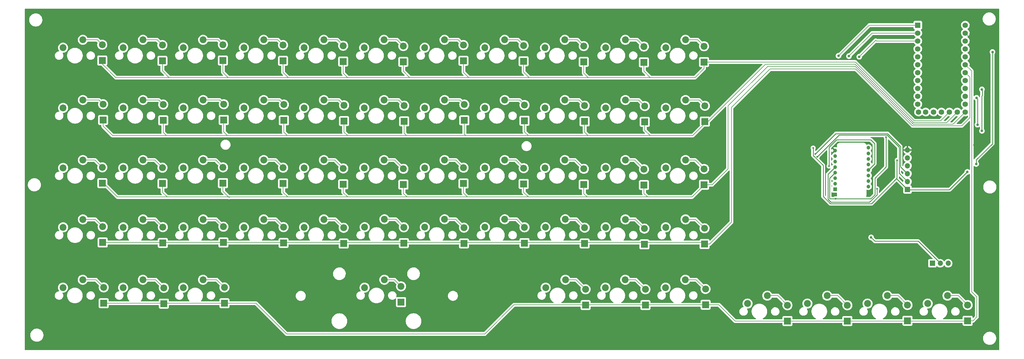
<source format=gbr>
G04 #@! TF.GenerationSoftware,KiCad,Pcbnew,(6.0.1)*
G04 #@! TF.CreationDate,2022-09-15T15:26:51-07:00*
G04 #@! TF.ProjectId,openot rev2,6f70656e-6f74-4207-9265-76322e6b6963,rev?*
G04 #@! TF.SameCoordinates,Original*
G04 #@! TF.FileFunction,Copper,L1,Top*
G04 #@! TF.FilePolarity,Positive*
%FSLAX46Y46*%
G04 Gerber Fmt 4.6, Leading zero omitted, Abs format (unit mm)*
G04 Created by KiCad (PCBNEW (6.0.1)) date 2022-09-15 15:26:51*
%MOMM*%
%LPD*%
G01*
G04 APERTURE LIST*
G04 #@! TA.AperFunction,ComponentPad*
%ADD10C,2.200000*%
G04 #@! TD*
G04 #@! TA.AperFunction,ComponentPad*
%ADD11R,2.200000X2.200000*%
G04 #@! TD*
G04 #@! TA.AperFunction,ComponentPad*
%ADD12O,2.200000X2.200000*%
G04 #@! TD*
G04 #@! TA.AperFunction,ComponentPad*
%ADD13R,1.752600X1.752600*%
G04 #@! TD*
G04 #@! TA.AperFunction,ComponentPad*
%ADD14C,1.752600*%
G04 #@! TD*
G04 #@! TA.AperFunction,ComponentPad*
%ADD15R,1.700000X1.700000*%
G04 #@! TD*
G04 #@! TA.AperFunction,ComponentPad*
%ADD16O,1.700000X1.700000*%
G04 #@! TD*
G04 #@! TA.AperFunction,ComponentPad*
%ADD17R,1.200000X1.200000*%
G04 #@! TD*
G04 #@! TA.AperFunction,ComponentPad*
%ADD18C,1.200000*%
G04 #@! TD*
G04 #@! TA.AperFunction,ViaPad*
%ADD19C,0.800000*%
G04 #@! TD*
G04 #@! TA.AperFunction,ViaPad*
%ADD20C,0.600000*%
G04 #@! TD*
G04 #@! TA.AperFunction,Conductor*
%ADD21C,0.200000*%
G04 #@! TD*
G04 #@! TA.AperFunction,Conductor*
%ADD22C,0.250000*%
G04 #@! TD*
G04 APERTURE END LIST*
D10*
X157515683Y-126534634D03*
X151165683Y-129074634D03*
D11*
X183174550Y-153253332D03*
D12*
X183174550Y-148173332D03*
D10*
X118750416Y-87863319D03*
X112400416Y-90403319D03*
X118729883Y-165041034D03*
X112379883Y-167581034D03*
D11*
X86522683Y-153073800D03*
D12*
X86522683Y-147993800D03*
D10*
X234858683Y-126534634D03*
X228508683Y-129074634D03*
D11*
X240954683Y-134444817D03*
D12*
X240954683Y-129364817D03*
D11*
X163708416Y-94848319D03*
D12*
X163708416Y-89768319D03*
D10*
X235036483Y-165041034D03*
X228686483Y-167581034D03*
X196255550Y-145597149D03*
X189905550Y-148137149D03*
D11*
X86649683Y-113653000D03*
D12*
X86649683Y-108573000D03*
D11*
X241513483Y-173205217D03*
D12*
X241513483Y-168125217D03*
D11*
X86365416Y-94503502D03*
D12*
X86365416Y-89423502D03*
D11*
X183042683Y-134444817D03*
D12*
X183042683Y-129364817D03*
D10*
X80172683Y-107230634D03*
X73822683Y-109770634D03*
X176819683Y-107230634D03*
X170469683Y-109770634D03*
X176921283Y-165041034D03*
X170571283Y-167581034D03*
D11*
X279689683Y-153581800D03*
D12*
X279689683Y-148501800D03*
D11*
X144434683Y-134100000D03*
D12*
X144434683Y-129020000D03*
D11*
X105953683Y-113780000D03*
D12*
X105953683Y-108700000D03*
D11*
X163865683Y-153418617D03*
D12*
X163865683Y-148338617D03*
D10*
X273542883Y-165041034D03*
X267192883Y-167581034D03*
D11*
X202478550Y-153380332D03*
D12*
X202478550Y-148300332D03*
D10*
X80142416Y-87863319D03*
X73792416Y-90403319D03*
X138211683Y-107230634D03*
X131861683Y-109770634D03*
D11*
X86395683Y-133973000D03*
D12*
X86395683Y-128893000D03*
D10*
X99425883Y-165041034D03*
X93075883Y-167581034D03*
D11*
X125587883Y-172606400D03*
D12*
X125587883Y-167526400D03*
D11*
X221620416Y-94757502D03*
D12*
X221620416Y-89677502D03*
D11*
X364144683Y-178245201D03*
D12*
X364144683Y-173165201D03*
D11*
X221904683Y-113907000D03*
D12*
X221904683Y-108827000D03*
D10*
X99476683Y-126534634D03*
X93126683Y-129074634D03*
X118780683Y-145635434D03*
X112430683Y-148175434D03*
X80172683Y-145635434D03*
X73822683Y-148175434D03*
D11*
X106156883Y-172733400D03*
D12*
X106156883Y-167653400D03*
D10*
X254289683Y-145635434D03*
X247939683Y-148175434D03*
X99476683Y-145635434D03*
X93126683Y-148175434D03*
D11*
X163738683Y-134317817D03*
D12*
X163738683Y-129237817D03*
D13*
X348142683Y-83151434D03*
D14*
X348142683Y-85691434D03*
X348142683Y-88231434D03*
X348142683Y-90771434D03*
X348142683Y-93311434D03*
X348142683Y-95851434D03*
X348142683Y-98391434D03*
X348142683Y-100931434D03*
X348142683Y-103471434D03*
X348142683Y-106011434D03*
X348142683Y-108551434D03*
X348371283Y-111091434D03*
X363382683Y-111091434D03*
X363382683Y-108551434D03*
X363382683Y-106011434D03*
X363382683Y-103471434D03*
X363382683Y-100931434D03*
X363382683Y-98391434D03*
X363382683Y-95851434D03*
X363382683Y-93311434D03*
X363382683Y-90771434D03*
X363382683Y-88231434D03*
X363382683Y-85691434D03*
X363382683Y-83151434D03*
X350682683Y-111091434D03*
X353222683Y-111091434D03*
X355762683Y-111091434D03*
X358302683Y-111091434D03*
X360842683Y-111091434D03*
D11*
X86852883Y-172606400D03*
D12*
X86852883Y-167526400D03*
D10*
X176951550Y-145597149D03*
X170601550Y-148137149D03*
D11*
X344840683Y-178245201D03*
D12*
X344840683Y-173165201D03*
D10*
X357667684Y-170171835D03*
X351317684Y-172711835D03*
X196220416Y-87863319D03*
X189870416Y-90403319D03*
D11*
X306308883Y-178336019D03*
D12*
X306308883Y-173256019D03*
D11*
X279532416Y-95011502D03*
D12*
X279532416Y-89931502D03*
D10*
X157485416Y-87863319D03*
X151135416Y-90403319D03*
D11*
X279816683Y-114161000D03*
D12*
X279816683Y-109081000D03*
D10*
X234858683Y-107230634D03*
X228508683Y-109770634D03*
X196250683Y-107230634D03*
X189900683Y-109770634D03*
D11*
X221650683Y-134227000D03*
D12*
X221650683Y-129147000D03*
D11*
X125257683Y-153073800D03*
D12*
X125257683Y-147993800D03*
D11*
X125100416Y-94503502D03*
D12*
X125100416Y-89423502D03*
D10*
X196250683Y-126534634D03*
X189900683Y-129074634D03*
D11*
X241208683Y-114124817D03*
D12*
X241208683Y-109044817D03*
D10*
X138181416Y-87863319D03*
X131831416Y-90403319D03*
X138211683Y-145635434D03*
X131861683Y-148175434D03*
X254289683Y-107230634D03*
X247939683Y-109770634D03*
X118780683Y-107230634D03*
X112430683Y-109770634D03*
X273593683Y-107230634D03*
X267243683Y-109770634D03*
X273563416Y-87863319D03*
X267213416Y-90403319D03*
D11*
X325536684Y-178336018D03*
D12*
X325536684Y-173256018D03*
D11*
X144688683Y-113780000D03*
D12*
X144688683Y-108700000D03*
D11*
X260228416Y-95102319D03*
D12*
X260228416Y-90022319D03*
D10*
X234828416Y-87863319D03*
X228478416Y-90403319D03*
D11*
X144404416Y-94630502D03*
D12*
X144404416Y-89550502D03*
D10*
X234990550Y-145597149D03*
X228640550Y-148137149D03*
X273593683Y-145635434D03*
X267243683Y-148175434D03*
D11*
X240924416Y-94975319D03*
D12*
X240924416Y-89895319D03*
D15*
X352816283Y-159757834D03*
D16*
X355356283Y-159757834D03*
X357896283Y-159757834D03*
D11*
X105699683Y-134100000D03*
D12*
X105699683Y-129020000D03*
D11*
X260385683Y-153672617D03*
D12*
X260385683Y-148592617D03*
D10*
X118780683Y-126534634D03*
X112430683Y-129074634D03*
D11*
X105669416Y-94630502D03*
D12*
X105669416Y-89550502D03*
D11*
X202316416Y-94630502D03*
D12*
X202316416Y-89550502D03*
D10*
X157515683Y-107230634D03*
X151165683Y-109770634D03*
X176789416Y-87863319D03*
X170439416Y-90403319D03*
X338363684Y-170171835D03*
X332013684Y-172711835D03*
D11*
X183296683Y-114124817D03*
D12*
X183296683Y-109044817D03*
D16*
X344840683Y-123334234D03*
X344840683Y-125874234D03*
X344840683Y-128414234D03*
X344840683Y-130954234D03*
X344840683Y-133494234D03*
D15*
X344840683Y-136034234D03*
D11*
X279562683Y-134481000D03*
D12*
X279562683Y-129401000D03*
D11*
X202600683Y-113780000D03*
D12*
X202600683Y-108700000D03*
D11*
X241213550Y-153380332D03*
D12*
X241213550Y-148300332D03*
D11*
X125130683Y-133973000D03*
D12*
X125130683Y-128893000D03*
D11*
X144561683Y-153200800D03*
D12*
X144561683Y-148120800D03*
D11*
X125384683Y-113653000D03*
D12*
X125384683Y-108573000D03*
D10*
X138211683Y-126534634D03*
X131861683Y-129074634D03*
X319059683Y-170171835D03*
X312709683Y-172711835D03*
X215559550Y-145597149D03*
X209209550Y-148137149D03*
X215524416Y-87863319D03*
X209174416Y-90403319D03*
D11*
X183012416Y-94975319D03*
D12*
X183012416Y-89895319D03*
D10*
X254238883Y-165041034D03*
X247888883Y-167581034D03*
X99446416Y-87863319D03*
X93096416Y-90403319D03*
X80121883Y-165041034D03*
X73771883Y-167581034D03*
X299831883Y-170171834D03*
X293481883Y-172711834D03*
D11*
X280019883Y-173114400D03*
D12*
X280019883Y-168034400D03*
D11*
X221909550Y-153253332D03*
D12*
X221909550Y-148173332D03*
D11*
X202346683Y-134100000D03*
D12*
X202346683Y-129020000D03*
D10*
X254289683Y-126534634D03*
X247939683Y-129074634D03*
X176819683Y-126534634D03*
X170469683Y-129074634D03*
X99476683Y-107230634D03*
X93126683Y-109770634D03*
D11*
X260715883Y-173205217D03*
D12*
X260715883Y-168125217D03*
D11*
X260512683Y-114251817D03*
D12*
X260512683Y-109171817D03*
D10*
X273593683Y-126534634D03*
X267243683Y-129074634D03*
X215554683Y-107230634D03*
X209204683Y-109770634D03*
X157515683Y-145635434D03*
X151165683Y-148175434D03*
D11*
X105826683Y-153200800D03*
D12*
X105826683Y-148120800D03*
D10*
X80172683Y-126534634D03*
X73822683Y-129074634D03*
D11*
X163992683Y-113997817D03*
D12*
X163992683Y-108917817D03*
D11*
X260258683Y-134571817D03*
D12*
X260258683Y-129491817D03*
D11*
X182280683Y-172240017D03*
D12*
X182280683Y-167160017D03*
D10*
X254259416Y-87863319D03*
X247909416Y-90403319D03*
X215554683Y-126534634D03*
X209204683Y-129074634D03*
D17*
X321576683Y-135952234D03*
D18*
X321576683Y-134172234D03*
X321576683Y-132392234D03*
X321576683Y-130612234D03*
X321576683Y-128832234D03*
X321576683Y-127052234D03*
X321576683Y-125272234D03*
X321576683Y-123492234D03*
X332276683Y-122602234D03*
X332276683Y-124382234D03*
X332276683Y-126162234D03*
X332276683Y-127942234D03*
X332276683Y-129722234D03*
X332276683Y-131502234D03*
X332276683Y-133282234D03*
X332276683Y-135062234D03*
D19*
X329346683Y-93311434D03*
X322691883Y-93006634D03*
X326044683Y-93108234D03*
X333156683Y-151426634D03*
X366278283Y-121708634D03*
D20*
X335765683Y-123934234D03*
X311865683Y-138134234D03*
X317465683Y-119584234D03*
X334615683Y-130034234D03*
X315665683Y-130184234D03*
X314199683Y-133992234D03*
D19*
X364043083Y-130344634D03*
X372120283Y-91787434D03*
D20*
X314565683Y-122684234D03*
D19*
X366887883Y-127804634D03*
D20*
X341514673Y-126626234D03*
X335027683Y-135770234D03*
X315865683Y-125484234D03*
X315265683Y-124584234D03*
D19*
X368716683Y-103827034D03*
X368716683Y-117136634D03*
D20*
X321778447Y-138996998D03*
X337965683Y-119134234D03*
D19*
X366989483Y-106519434D03*
X367294283Y-115155434D03*
D20*
X319665683Y-128484234D03*
D21*
X202316416Y-94630502D02*
X202316416Y-98310367D01*
X180598367Y-145597149D02*
X183174550Y-148173332D01*
X183296683Y-114124817D02*
X183296683Y-117898634D01*
X238510367Y-145597149D02*
X241213550Y-148300332D01*
X275701883Y-138421834D02*
X279562683Y-134561034D01*
X142076317Y-145635434D02*
X144561683Y-148120800D01*
X183042683Y-134444817D02*
X183042683Y-137253434D01*
D22*
X355356283Y-159757834D02*
X348244283Y-152645834D01*
D21*
X279816683Y-114749034D02*
X279816683Y-114161000D01*
X105699683Y-136923234D02*
X107198283Y-138421834D01*
X202600683Y-118203434D02*
X203057883Y-118660634D01*
X183012416Y-97954767D02*
X185074683Y-100017034D01*
X165110283Y-118660634D02*
X184058683Y-118660634D01*
X333461483Y-85691434D02*
X326044683Y-93108234D01*
X241208683Y-114124817D02*
X241208683Y-117593834D01*
X240954683Y-137355034D02*
X242021483Y-138421834D01*
X277464233Y-87863319D02*
X279532416Y-89931502D01*
X202316416Y-98310367D02*
X204023083Y-100017034D01*
X144688683Y-117593834D02*
X145755483Y-118660634D01*
X118750416Y-87863319D02*
X123540233Y-87863319D01*
X86798249Y-133973000D02*
X91247083Y-138421834D01*
X235036483Y-165041034D02*
X238429300Y-165041034D01*
X277966317Y-107230634D02*
X279816683Y-109081000D01*
X334883883Y-88231434D02*
X334680683Y-88028234D01*
X80172683Y-107230634D02*
X85307317Y-107230634D01*
X199861317Y-126534634D02*
X202346683Y-129020000D01*
X240954683Y-134444817D02*
X240954683Y-137355034D01*
X346669483Y-115003034D02*
X359471083Y-115003034D01*
X99446416Y-87863319D02*
X103982233Y-87863319D01*
X200629233Y-87863319D02*
X202316416Y-89550502D01*
X257428500Y-145635434D02*
X260385683Y-148592617D01*
X204023083Y-100017034D02*
X223377883Y-100017034D01*
X99476683Y-126534634D02*
X103214317Y-126534634D01*
X84037317Y-126534634D02*
X86395683Y-128893000D01*
X144404416Y-94630502D02*
X144404416Y-98361167D01*
X239394500Y-107230634D02*
X241208683Y-109044817D01*
X105669416Y-97827767D02*
X107858683Y-100017034D01*
X242173883Y-118660634D02*
X262239883Y-118660634D01*
X254238883Y-165041034D02*
X257631700Y-165041034D01*
X183042683Y-137253434D02*
X184211083Y-138421834D01*
X357388283Y-114545834D02*
X360842683Y-111091434D01*
X348142683Y-83151434D02*
X332547083Y-83151434D01*
X107858683Y-100017034D02*
X126807083Y-100017034D01*
X357667684Y-170171835D02*
X361151317Y-170171835D01*
X180212500Y-126534634D02*
X183042683Y-129364817D01*
X125100416Y-94503502D02*
X125100416Y-98310367D01*
X260228416Y-95102319D02*
X260228416Y-97954767D01*
X126807083Y-100017034D02*
X146060283Y-100017034D01*
X273593683Y-145635434D02*
X276823317Y-145635434D01*
X234858683Y-107230634D02*
X239394500Y-107230634D01*
X332547083Y-83151434D02*
X322691883Y-93006634D01*
X127162683Y-138523434D02*
X127264283Y-138421834D01*
X257631700Y-165041034D02*
X260715883Y-168125217D01*
X183296683Y-117898634D02*
X184058683Y-118660634D01*
X86365416Y-95643367D02*
X90739083Y-100017034D01*
X234858683Y-126534634D02*
X238124500Y-126534634D01*
X118780683Y-145635434D02*
X122899317Y-145635434D01*
X300695483Y-97273834D02*
X328178283Y-97273834D01*
X220308317Y-107230634D02*
X221904683Y-108827000D01*
X122772317Y-126534634D02*
X125130683Y-128893000D01*
X328178283Y-97273834D02*
X346415483Y-115511034D01*
X196250683Y-126534634D02*
X199861317Y-126534634D01*
X241208683Y-117593834D02*
X242173883Y-118559034D01*
X86649683Y-115638034D02*
X89672283Y-118660634D01*
X103544517Y-165041034D02*
X106156883Y-167653400D01*
D22*
X348244283Y-152645834D02*
X347990283Y-152645834D01*
D21*
X240924416Y-94975319D02*
X240924416Y-98615167D01*
X144434683Y-134100000D02*
X144434683Y-136948634D01*
X215554683Y-126534634D02*
X219038317Y-126534634D01*
X242021483Y-138421834D02*
X261427083Y-138421834D01*
X163992683Y-117543034D02*
X165110283Y-118660634D01*
X221620416Y-94757502D02*
X221620416Y-98259567D01*
X163738683Y-134317817D02*
X163738683Y-136999434D01*
X105699683Y-134100000D02*
X105699683Y-136923234D01*
X223123883Y-138421834D02*
X242021483Y-138421834D01*
X125130683Y-133973000D02*
X125130683Y-136593034D01*
X346872683Y-114545834D02*
X357388283Y-114545834D01*
X355457883Y-113936234D02*
X358302683Y-111091434D01*
X105669416Y-94630502D02*
X105669416Y-97827767D01*
X184211083Y-138421834D02*
X203616683Y-138421834D01*
X125100416Y-98310367D02*
X126807083Y-100017034D01*
X260512683Y-116933434D02*
X262239883Y-118660634D01*
X240924416Y-98615167D02*
X242326283Y-100017034D01*
X202346683Y-134100000D02*
X202346683Y-137151834D01*
X322452501Y-170171835D02*
X325536684Y-173256018D01*
X303224698Y-170171834D02*
X306308883Y-173256019D01*
X348142683Y-88231434D02*
X334883883Y-88231434D01*
X254259416Y-87863319D02*
X258069416Y-87863319D01*
X161035500Y-126534634D02*
X163738683Y-129237817D01*
X287233483Y-129379434D02*
X287233483Y-109110234D01*
X348142683Y-85691434D02*
X333461483Y-85691434D01*
X221650683Y-136948634D02*
X223123883Y-138421834D01*
X104484317Y-107230634D02*
X105953683Y-108700000D01*
X157515683Y-126534634D02*
X161035500Y-126534634D01*
X125384683Y-113653000D02*
X125384683Y-117492234D01*
X176789416Y-87863319D02*
X180980416Y-87863319D01*
X361151317Y-170171835D02*
X364144683Y-173165201D01*
X328025883Y-96359434D02*
X346669483Y-115003034D01*
X260512683Y-114251817D02*
X260512683Y-116933434D01*
X209153883Y-182465434D02*
X218504917Y-173114400D01*
X176819683Y-126534634D02*
X180212500Y-126534634D01*
X181482500Y-107230634D02*
X183296683Y-109044817D01*
X165161083Y-100017034D02*
X185074683Y-100017034D01*
X273542883Y-165041034D02*
X277026517Y-165041034D01*
X103214317Y-126534634D02*
X105699683Y-129020000D01*
X279181683Y-153073800D02*
X279689683Y-153581800D01*
X184058683Y-118660634D02*
X203057883Y-118660634D01*
X260258683Y-137253434D02*
X261427083Y-138421834D01*
X275905083Y-118660634D02*
X279816683Y-114749034D01*
X234828416Y-87863319D02*
X238892416Y-87863319D01*
X299831883Y-170171834D02*
X303224698Y-170171834D01*
X202346683Y-137151834D02*
X203616683Y-138421834D01*
X364855883Y-112920234D02*
X364855883Y-99864634D01*
X84164317Y-145635434D02*
X86522683Y-147993800D01*
X80121883Y-165041034D02*
X84367517Y-165041034D01*
X306308883Y-178336019D02*
X364053865Y-178336019D01*
X276616283Y-100017034D02*
X279532416Y-97100901D01*
X279532416Y-95011502D02*
X328100351Y-95011502D01*
X281268317Y-153581800D02*
X288351083Y-146499034D01*
X84367517Y-165041034D02*
X86852883Y-167526400D01*
X142717233Y-87863319D02*
X144404416Y-89550502D01*
X299273083Y-95699034D02*
X328076683Y-95699034D01*
X145907883Y-138421834D02*
X165161083Y-138421834D01*
D22*
X347990283Y-152645834D02*
X334375883Y-152645834D01*
D21*
X367091083Y-177029834D02*
X365875716Y-178245201D01*
X234990550Y-145597149D02*
X238510367Y-145597149D01*
X276823317Y-145635434D02*
X279689683Y-148501800D01*
X276696317Y-126534634D02*
X279562683Y-129401000D01*
X163708416Y-98564367D02*
X165161083Y-100017034D01*
X242173883Y-118559034D02*
X242173883Y-118660634D01*
X157485416Y-87863319D02*
X161803416Y-87863319D01*
X261427083Y-138421834D02*
X275701883Y-138421834D01*
X334680683Y-88028234D02*
X334629883Y-88028234D01*
X365875716Y-178245201D02*
X364144683Y-178245201D01*
X138211683Y-126534634D02*
X141949317Y-126534634D01*
X238429300Y-165041034D02*
X241513483Y-168125217D01*
X273593683Y-126534634D02*
X276696317Y-126534634D01*
X202600683Y-113780000D02*
X202600683Y-118203434D01*
X346472029Y-114544234D02*
X346472029Y-114595034D01*
X346415483Y-115511034D02*
X362265083Y-115511034D01*
X223377883Y-100017034D02*
X242326283Y-100017034D01*
X215554683Y-107230634D02*
X220308317Y-107230634D01*
X273593683Y-107230634D02*
X277966317Y-107230634D01*
X176921283Y-165041034D02*
X180161700Y-165041034D01*
X163738683Y-136999434D02*
X165161083Y-138421834D01*
X106944283Y-118660634D02*
X126553083Y-118660634D01*
X338363684Y-170171835D02*
X341847317Y-170171835D01*
X279689683Y-153581800D02*
X281268317Y-153581800D01*
X118780683Y-107230634D02*
X124042317Y-107230634D01*
X260258683Y-134571817D02*
X260258683Y-137253434D01*
X221650683Y-134227000D02*
X221650683Y-136948634D01*
X127264283Y-138421834D02*
X145907883Y-138421834D01*
X180980416Y-87863319D02*
X183012416Y-89895319D01*
X144404416Y-98361167D02*
X146060283Y-100017034D01*
X242326283Y-100017034D02*
X262290683Y-100017034D01*
X196255550Y-145597149D02*
X199775367Y-145597149D01*
X334629883Y-88028234D02*
X329346683Y-93311434D01*
X89672283Y-118660634D02*
X106944283Y-118660634D01*
X262239883Y-118660634D02*
X275905083Y-118660634D01*
X238124500Y-126534634D02*
X240954683Y-129364817D01*
X196220416Y-87863319D02*
X200629233Y-87863319D01*
X99425883Y-165041034D02*
X103544517Y-165041034D01*
X138181416Y-87863319D02*
X142717233Y-87863319D01*
X90739083Y-100017034D02*
X107858683Y-100017034D01*
X199775367Y-145597149D02*
X202478550Y-148300332D01*
X185074683Y-100017034D02*
X204023083Y-100017034D01*
X284283249Y-173114400D02*
X280019883Y-173114400D01*
X105953683Y-113780000D02*
X105953683Y-117670034D01*
X127061083Y-138523434D02*
X127162683Y-138523434D01*
X141949317Y-126534634D02*
X144434683Y-129020000D01*
X288351083Y-146499034D02*
X288351083Y-109618234D01*
X161162500Y-145635434D02*
X163865683Y-148338617D01*
X328100351Y-95011502D02*
X347025083Y-113936234D01*
X86395683Y-133973000D02*
X86798249Y-133973000D01*
X364855883Y-99864634D02*
X363382683Y-98391434D01*
X203616683Y-138421834D02*
X223123883Y-138421834D01*
X289504868Y-178336019D02*
X306308883Y-178336019D01*
X328076683Y-95699034D02*
X346872683Y-114495034D01*
X203057883Y-118660634D02*
X223123883Y-118660634D01*
D22*
X334375883Y-152645834D02*
X333156683Y-151426634D01*
D21*
X282131917Y-134481000D02*
X287233483Y-129379434D01*
X287233483Y-109110234D02*
X299984283Y-96359434D01*
X363382683Y-95851434D02*
X365465483Y-97934234D01*
X86852883Y-172606400D02*
X135693249Y-172606400D01*
X288351083Y-109618234D02*
X300695483Y-97273834D01*
X144434683Y-136948634D02*
X145907883Y-138421834D01*
X85307317Y-107230634D02*
X86649683Y-108573000D01*
X215559550Y-145597149D02*
X219333367Y-145597149D01*
X365465483Y-97934234D02*
X365465483Y-168952634D01*
X254289683Y-145635434D02*
X257428500Y-145635434D01*
X163992683Y-113997817D02*
X163992683Y-117543034D01*
X80172683Y-145635434D02*
X84164317Y-145635434D01*
X221904683Y-113907000D02*
X221904683Y-117441434D01*
X126553083Y-118660634D02*
X145755483Y-118660634D01*
X103341317Y-145635434D02*
X105826683Y-148120800D01*
X138211683Y-145635434D02*
X142076317Y-145635434D01*
X258069416Y-87863319D02*
X260228416Y-90022319D01*
X103982233Y-87863319D02*
X105669416Y-89550502D01*
X80172683Y-126534634D02*
X84037317Y-126534634D01*
X359471083Y-115003034D02*
X363382683Y-111091434D01*
X183012416Y-94975319D02*
X183012416Y-97954767D01*
X219038317Y-126534634D02*
X221650683Y-129147000D01*
X146060283Y-100017034D02*
X165161083Y-100017034D01*
X196250683Y-107230634D02*
X201131317Y-107230634D01*
X125130683Y-136593034D02*
X127061083Y-138523434D01*
X162305500Y-107230634D02*
X163992683Y-108917817D01*
X118729883Y-165041034D02*
X123102517Y-165041034D01*
X364053865Y-178336019D02*
X364144683Y-178245201D01*
X165161083Y-138421834D02*
X184211083Y-138421834D01*
X219806233Y-87863319D02*
X221620416Y-89677502D01*
X125384683Y-117492234D02*
X126553083Y-118660634D01*
X144688683Y-113780000D02*
X144688683Y-117593834D01*
X218504917Y-173114400D02*
X280019883Y-173114400D01*
X122899317Y-145635434D02*
X125257683Y-147993800D01*
X347025083Y-113936234D02*
X355457883Y-113936234D01*
X91247083Y-138421834D02*
X107198283Y-138421834D01*
X124042317Y-107230634D02*
X125384683Y-108573000D01*
X80142416Y-87863319D02*
X84805233Y-87863319D01*
X135693249Y-172606400D02*
X145552283Y-182465434D01*
X107198283Y-138421834D02*
X127264283Y-138421834D01*
X157515683Y-107230634D02*
X162305500Y-107230634D01*
X105953683Y-117670034D02*
X106944283Y-118660634D01*
X84805233Y-87863319D02*
X86365416Y-89423502D01*
X86365416Y-94503502D02*
X86365416Y-95643367D01*
X341847317Y-170171835D02*
X344840683Y-173165201D01*
X145552283Y-182465434D02*
X209153883Y-182465434D01*
X223123883Y-118660634D02*
X242173883Y-118660634D01*
X145755483Y-118660634D02*
X165110283Y-118660634D01*
X319059683Y-170171835D02*
X322452501Y-170171835D01*
X365465483Y-168952634D02*
X367091083Y-170578234D01*
X362265083Y-115511034D02*
X364855883Y-112920234D01*
X279562683Y-134481000D02*
X282131917Y-134481000D01*
X99476683Y-107230634D02*
X104484317Y-107230634D01*
X367091083Y-170578234D02*
X367091083Y-177029834D01*
X86522683Y-153073800D02*
X279181683Y-153073800D01*
X123102517Y-165041034D02*
X125587883Y-167526400D01*
X221620416Y-98259567D02*
X223377883Y-100017034D01*
X176951550Y-145597149D02*
X180598367Y-145597149D01*
X180161700Y-165041034D02*
X182280683Y-167160017D01*
X289504868Y-178336019D02*
X284283249Y-173114400D01*
X161803416Y-87863319D02*
X163708416Y-89768319D01*
X176819683Y-107230634D02*
X181482500Y-107230634D01*
X157515683Y-145635434D02*
X161162500Y-145635434D01*
X118780683Y-126534634D02*
X122772317Y-126534634D01*
X260228416Y-97954767D02*
X262290683Y-100017034D01*
X280811117Y-114161000D02*
X299273083Y-95699034D01*
X257301500Y-126534634D02*
X260258683Y-129491817D01*
X143219317Y-107230634D02*
X144688683Y-108700000D01*
X219333367Y-145597149D02*
X221909550Y-148173332D01*
X254289683Y-107230634D02*
X258571500Y-107230634D01*
X215524416Y-87863319D02*
X219806233Y-87863319D01*
X86649683Y-113653000D02*
X86649683Y-115638034D01*
X279816683Y-114161000D02*
X280811117Y-114161000D01*
X138211683Y-107230634D02*
X143219317Y-107230634D01*
X277026517Y-165041034D02*
X280019883Y-168034400D01*
X163708416Y-94848319D02*
X163708416Y-98564367D01*
X201131317Y-107230634D02*
X202600683Y-108700000D01*
X123540233Y-87863319D02*
X125100416Y-89423502D01*
X262290683Y-100017034D02*
X276616283Y-100017034D01*
X254289683Y-126534634D02*
X257301500Y-126534634D01*
X221904683Y-117441434D02*
X223123883Y-118660634D01*
X279562683Y-134561034D02*
X279562683Y-134481000D01*
X273563416Y-87863319D02*
X277464233Y-87863319D01*
X238892416Y-87863319D02*
X240924416Y-89895319D01*
X279532416Y-97100901D02*
X279532416Y-95011502D01*
X99476683Y-145635434D02*
X103341317Y-145635434D01*
X299984283Y-96359434D02*
X328025883Y-96359434D01*
X258571500Y-107230634D02*
X260512683Y-109171817D01*
D22*
X335765683Y-128884234D02*
X334615683Y-130034234D01*
D21*
X368818283Y-121708634D02*
X370240683Y-120286234D01*
X370240683Y-92549434D02*
X363382683Y-85691434D01*
D22*
X314199683Y-136593244D02*
X312658693Y-138134234D01*
X314199683Y-133992234D02*
X314199683Y-136593244D01*
D21*
X370240683Y-120286234D02*
X370240683Y-92549434D01*
D22*
X312658693Y-138134234D02*
X311865683Y-138134234D01*
X335765683Y-123934234D02*
X335765683Y-128884234D01*
D21*
X366278283Y-121708634D02*
X368818283Y-121708634D01*
D22*
X320077094Y-140559233D02*
X317755683Y-138237822D01*
X341435672Y-126822245D02*
X341435672Y-132410245D01*
X366887883Y-127804634D02*
X366887883Y-126483834D01*
X333286684Y-140559233D02*
X320077094Y-140559233D01*
X341435672Y-126822245D02*
X341514673Y-126743244D01*
X317755683Y-128274234D02*
X314565683Y-125084234D01*
X314565683Y-125084234D02*
X314565683Y-122684234D01*
X341435672Y-126822245D02*
X341435672Y-132629223D01*
X364043083Y-130344634D02*
X358289883Y-136097834D01*
X358289883Y-136097834D02*
X344399883Y-136097834D01*
X317755683Y-134174234D02*
X317755683Y-128774234D01*
X366887883Y-126483834D02*
X372120283Y-121251434D01*
X317755683Y-138237822D02*
X317755683Y-134174234D01*
X341435672Y-132410245D02*
X333286684Y-140559233D01*
X341514673Y-126743244D02*
X341514673Y-126626234D01*
X341435672Y-132629223D02*
X344840683Y-136034234D01*
X317755683Y-128774234D02*
X317755683Y-128274234D01*
X372120283Y-121251434D02*
X372120283Y-91787434D01*
X319279683Y-139125410D02*
X319279683Y-131129234D01*
X319279683Y-131129234D02*
X321576683Y-128832234D01*
X332595119Y-140109222D02*
X320263495Y-140109222D01*
X335027683Y-137676658D02*
X332595119Y-140109222D01*
X320263495Y-140109222D02*
X319279683Y-139125410D01*
X335027683Y-135770234D02*
X335027683Y-137676658D01*
X344840683Y-133494234D02*
X342139683Y-130793234D01*
X338265684Y-118509233D02*
X322840684Y-118509233D01*
X322840684Y-118509233D02*
X315865683Y-125484234D01*
X342139683Y-122383232D02*
X338265684Y-118509233D01*
X342139683Y-130793234D02*
X342139683Y-122383232D01*
X344840683Y-130954234D02*
X342589694Y-128703245D01*
X338452084Y-118059222D02*
X321790695Y-118059222D01*
X321790695Y-118059222D02*
X315265683Y-124584234D01*
X342589694Y-122196832D02*
X338452084Y-118059222D01*
X342589694Y-128703245D02*
X342589694Y-122196832D01*
X368716683Y-105859034D02*
X368818283Y-105757434D01*
X368818283Y-105757434D02*
X368818283Y-103928634D01*
X368818283Y-103928634D02*
X368716683Y-103827034D01*
X368716683Y-117136634D02*
X368716683Y-105859034D01*
X334392683Y-132341234D02*
X337965683Y-128768234D01*
X334392683Y-137675234D02*
X334392683Y-132341234D01*
X321576683Y-130612234D02*
X319787683Y-132401234D01*
X319787683Y-132401234D02*
X319787683Y-138996998D01*
X337965683Y-128768234D02*
X337965683Y-119134234D01*
X321778447Y-138996998D02*
X333070919Y-138996998D01*
X319787683Y-138996998D02*
X321778447Y-138996998D01*
X333070919Y-138996998D02*
X334392683Y-137675234D01*
X367294283Y-106824234D02*
X366989483Y-106519434D01*
X367294283Y-115155434D02*
X367294283Y-106824234D01*
X334265683Y-127733234D02*
X334265683Y-121292234D01*
X322027683Y-120022234D02*
X319665683Y-122384234D01*
X319665683Y-122384234D02*
X319665683Y-128484234D01*
X332995683Y-120022234D02*
X322027683Y-120022234D01*
X334265683Y-121292234D02*
X332995683Y-120022234D01*
X332276683Y-129722234D02*
X334265683Y-127733234D01*
G04 #@! TA.AperFunction,Conductor*
G36*
X374221404Y-77913636D02*
G01*
X374267897Y-77967292D01*
X374279283Y-78019634D01*
X374279283Y-187546434D01*
X374259281Y-187614555D01*
X374205625Y-187661048D01*
X374153283Y-187672434D01*
X61629683Y-187672434D01*
X61561562Y-187652432D01*
X61515069Y-187598776D01*
X61503683Y-187546434D01*
X61503683Y-183004537D01*
X63280626Y-183004537D01*
X63281185Y-183008781D01*
X63281185Y-183008785D01*
X63297693Y-183134174D01*
X63318151Y-183289568D01*
X63394012Y-183566870D01*
X63395696Y-183570818D01*
X63474313Y-183755131D01*
X63506806Y-183831310D01*
X63654444Y-184077995D01*
X63834196Y-184302362D01*
X64042734Y-184500257D01*
X64276200Y-184668020D01*
X64279995Y-184670029D01*
X64279996Y-184670030D01*
X64301752Y-184681549D01*
X64530275Y-184802546D01*
X64554582Y-184811441D01*
X64716332Y-184870633D01*
X64800256Y-184901345D01*
X65081147Y-184962589D01*
X65109724Y-184964838D01*
X65304165Y-184980141D01*
X65304174Y-184980141D01*
X65306622Y-184980334D01*
X65462154Y-184980334D01*
X65464290Y-184980188D01*
X65464301Y-184980188D01*
X65672431Y-184965999D01*
X65672437Y-184965998D01*
X65676708Y-184965707D01*
X65680903Y-184964838D01*
X65680905Y-184964838D01*
X65817467Y-184936557D01*
X65958225Y-184907408D01*
X66229226Y-184811441D01*
X66484695Y-184679584D01*
X66488196Y-184677123D01*
X66488200Y-184677121D01*
X66628194Y-184578731D01*
X66719906Y-184514275D01*
X66916737Y-184331368D01*
X66927362Y-184321495D01*
X66927364Y-184321492D01*
X66930505Y-184318574D01*
X67112596Y-184096102D01*
X67158902Y-184020537D01*
X369096626Y-184020537D01*
X369134151Y-184305568D01*
X369210012Y-184582870D01*
X369211696Y-184586818D01*
X369304342Y-184804021D01*
X369322806Y-184847310D01*
X369470444Y-185093995D01*
X369650196Y-185318362D01*
X369858734Y-185516257D01*
X370092200Y-185684020D01*
X370095995Y-185686029D01*
X370095996Y-185686030D01*
X370117752Y-185697549D01*
X370346275Y-185818546D01*
X370616256Y-185917345D01*
X370897147Y-185978589D01*
X370925724Y-185980838D01*
X371120165Y-185996141D01*
X371120174Y-185996141D01*
X371122622Y-185996334D01*
X371278154Y-185996334D01*
X371280290Y-185996188D01*
X371280301Y-185996188D01*
X371488431Y-185981999D01*
X371488437Y-185981998D01*
X371492708Y-185981707D01*
X371496903Y-185980838D01*
X371496905Y-185980838D01*
X371633466Y-185952558D01*
X371774225Y-185923408D01*
X372045226Y-185827441D01*
X372300695Y-185695584D01*
X372304196Y-185693123D01*
X372304200Y-185693121D01*
X372418301Y-185612929D01*
X372535906Y-185530275D01*
X372746505Y-185334574D01*
X372928596Y-185112102D01*
X373078810Y-184866976D01*
X373162151Y-184677121D01*
X373192640Y-184607664D01*
X373194366Y-184603732D01*
X373273127Y-184327240D01*
X373313634Y-184042618D01*
X373313728Y-184024785D01*
X373315118Y-183759417D01*
X373315118Y-183759410D01*
X373315140Y-183755131D01*
X373277615Y-183470100D01*
X373201754Y-183192798D01*
X373152834Y-183078107D01*
X373090646Y-182932310D01*
X373090644Y-182932306D01*
X373088960Y-182928358D01*
X372941322Y-182681673D01*
X372761570Y-182457306D01*
X372553032Y-182259411D01*
X372319566Y-182091648D01*
X372297726Y-182080084D01*
X372274537Y-182067806D01*
X372065491Y-181957122D01*
X371889428Y-181892692D01*
X371799541Y-181859798D01*
X371799539Y-181859797D01*
X371795510Y-181858323D01*
X371514619Y-181797079D01*
X371483568Y-181794635D01*
X371291601Y-181779527D01*
X371291592Y-181779527D01*
X371289144Y-181779334D01*
X371133612Y-181779334D01*
X371131476Y-181779480D01*
X371131465Y-181779480D01*
X370923335Y-181793669D01*
X370923329Y-181793670D01*
X370919058Y-181793961D01*
X370914863Y-181794830D01*
X370914861Y-181794830D01*
X370793180Y-181820029D01*
X370637541Y-181852260D01*
X370366540Y-181948227D01*
X370111071Y-182080084D01*
X370107570Y-182082545D01*
X370107566Y-182082547D01*
X370097477Y-182089638D01*
X369875860Y-182245393D01*
X369860775Y-182259411D01*
X369674587Y-182432428D01*
X369665261Y-182441094D01*
X369483170Y-182663566D01*
X369332956Y-182908692D01*
X369331230Y-182912625D01*
X369331229Y-182912626D01*
X369296417Y-182991930D01*
X369217400Y-183171936D01*
X369138639Y-183448428D01*
X369098132Y-183733050D01*
X369098110Y-183737339D01*
X369098109Y-183737346D01*
X369097514Y-183850976D01*
X369096626Y-184020537D01*
X67158902Y-184020537D01*
X67262810Y-183850976D01*
X67378366Y-183587732D01*
X67457127Y-183311240D01*
X67497634Y-183026618D01*
X67497728Y-183008785D01*
X67499118Y-182743417D01*
X67499118Y-182743410D01*
X67499140Y-182739131D01*
X67461615Y-182454100D01*
X67385754Y-182176798D01*
X67343664Y-182078119D01*
X67274646Y-181916310D01*
X67274644Y-181916306D01*
X67272960Y-181912358D01*
X67125322Y-181665673D01*
X66945570Y-181441306D01*
X66737032Y-181243411D01*
X66503566Y-181075648D01*
X66481726Y-181064084D01*
X66458537Y-181051806D01*
X66249491Y-180941122D01*
X66013944Y-180854924D01*
X65983541Y-180843798D01*
X65983539Y-180843797D01*
X65979510Y-180842323D01*
X65698619Y-180781079D01*
X65667568Y-180778635D01*
X65475601Y-180763527D01*
X65475592Y-180763527D01*
X65473144Y-180763334D01*
X65317612Y-180763334D01*
X65315476Y-180763480D01*
X65315465Y-180763480D01*
X65107335Y-180777669D01*
X65107329Y-180777670D01*
X65103058Y-180777961D01*
X65098863Y-180778830D01*
X65098861Y-180778830D01*
X65018225Y-180795529D01*
X64821541Y-180836260D01*
X64550540Y-180932227D01*
X64295071Y-181064084D01*
X64291570Y-181066545D01*
X64291566Y-181066547D01*
X64281477Y-181073638D01*
X64059860Y-181229393D01*
X63849261Y-181425094D01*
X63667170Y-181647566D01*
X63516956Y-181892692D01*
X63515230Y-181896625D01*
X63515229Y-181896626D01*
X63430503Y-182089638D01*
X63401400Y-182155936D01*
X63322639Y-182432428D01*
X63282132Y-182717050D01*
X63282110Y-182721339D01*
X63282109Y-182721346D01*
X63280649Y-183000118D01*
X63280626Y-183004537D01*
X61503683Y-183004537D01*
X61503683Y-170056808D01*
X71139985Y-170056808D01*
X71148634Y-170287192D01*
X71195976Y-170512825D01*
X71197934Y-170517784D01*
X71197935Y-170517786D01*
X71278278Y-170721225D01*
X71280659Y-170727255D01*
X71400260Y-170924351D01*
X71403757Y-170928381D01*
X71542689Y-171088486D01*
X71551360Y-171098479D01*
X71583583Y-171124900D01*
X71725510Y-171241274D01*
X71725516Y-171241278D01*
X71729638Y-171244658D01*
X71734274Y-171247297D01*
X71734277Y-171247299D01*
X71854864Y-171315941D01*
X71929997Y-171358709D01*
X72146708Y-171437371D01*
X72151957Y-171438320D01*
X72151960Y-171438321D01*
X72369491Y-171477657D01*
X72369498Y-171477658D01*
X72373575Y-171478395D01*
X72391297Y-171479231D01*
X72396239Y-171479464D01*
X72396246Y-171479464D01*
X72397727Y-171479534D01*
X72559773Y-171479534D01*
X72626692Y-171473856D01*
X72726292Y-171465405D01*
X72726296Y-171465404D01*
X72731603Y-171464954D01*
X72736758Y-171463616D01*
X72736764Y-171463615D01*
X72949586Y-171408377D01*
X72949590Y-171408376D01*
X72954755Y-171407035D01*
X72959621Y-171404843D01*
X72959624Y-171404842D01*
X73156977Y-171315941D01*
X73164958Y-171312346D01*
X73356202Y-171183593D01*
X73362768Y-171177330D01*
X73449652Y-171094446D01*
X73523018Y-171024458D01*
X73660637Y-170839492D01*
X73665320Y-170830283D01*
X73736091Y-170691084D01*
X73765123Y-170633983D01*
X73767485Y-170626378D01*
X73831907Y-170418905D01*
X73833490Y-170413807D01*
X73834191Y-170408518D01*
X73851376Y-170278855D01*
X75073383Y-170278855D01*
X75112943Y-170592009D01*
X75191440Y-170897736D01*
X75192893Y-170901405D01*
X75192893Y-170901406D01*
X75303162Y-171179912D01*
X75307636Y-171191213D01*
X75309542Y-171194681D01*
X75309543Y-171194682D01*
X75443486Y-171438321D01*
X75459699Y-171467813D01*
X75572105Y-171622527D01*
X75633838Y-171707495D01*
X75645229Y-171723174D01*
X75861301Y-171953267D01*
X75864352Y-171955791D01*
X75864353Y-171955792D01*
X75902684Y-171987502D01*
X76104508Y-172154466D01*
X76371014Y-172323596D01*
X76374593Y-172325280D01*
X76374600Y-172325284D01*
X76653027Y-172456301D01*
X76653031Y-172456303D01*
X76656617Y-172457990D01*
X76956811Y-172555529D01*
X77266863Y-172614675D01*
X77503045Y-172629534D01*
X77660721Y-172629534D01*
X77896903Y-172614675D01*
X78206955Y-172555529D01*
X78507149Y-172457990D01*
X78510735Y-172456303D01*
X78510739Y-172456301D01*
X78789166Y-172325284D01*
X78789173Y-172325280D01*
X78792752Y-172323596D01*
X79059258Y-172154466D01*
X79261082Y-171987502D01*
X79299413Y-171955792D01*
X79299414Y-171955791D01*
X79302465Y-171953267D01*
X79518537Y-171723174D01*
X79529929Y-171707495D01*
X79591661Y-171622527D01*
X79704067Y-171467813D01*
X79720281Y-171438321D01*
X79854223Y-171194682D01*
X79854224Y-171194681D01*
X79856130Y-171191213D01*
X79860605Y-171179912D01*
X79970873Y-170901406D01*
X79970873Y-170901405D01*
X79972326Y-170897736D01*
X80050823Y-170592009D01*
X80090383Y-170278855D01*
X80090383Y-170056808D01*
X81299985Y-170056808D01*
X81308634Y-170287192D01*
X81355976Y-170512825D01*
X81357934Y-170517784D01*
X81357935Y-170517786D01*
X81438278Y-170721225D01*
X81440659Y-170727255D01*
X81560260Y-170924351D01*
X81563757Y-170928381D01*
X81702689Y-171088486D01*
X81711360Y-171098479D01*
X81743583Y-171124900D01*
X81885510Y-171241274D01*
X81885516Y-171241278D01*
X81889638Y-171244658D01*
X81894274Y-171247297D01*
X81894277Y-171247299D01*
X82014864Y-171315941D01*
X82089997Y-171358709D01*
X82306708Y-171437371D01*
X82311957Y-171438320D01*
X82311960Y-171438321D01*
X82529491Y-171477657D01*
X82529498Y-171477658D01*
X82533575Y-171478395D01*
X82551297Y-171479231D01*
X82556239Y-171479464D01*
X82556246Y-171479464D01*
X82557727Y-171479534D01*
X82719773Y-171479534D01*
X82786692Y-171473856D01*
X82886292Y-171465405D01*
X82886296Y-171465404D01*
X82891603Y-171464954D01*
X82896758Y-171463616D01*
X82896764Y-171463615D01*
X83109586Y-171408377D01*
X83109590Y-171408376D01*
X83114755Y-171407035D01*
X83119621Y-171404843D01*
X83119624Y-171404842D01*
X83316977Y-171315941D01*
X83324958Y-171312346D01*
X83516202Y-171183593D01*
X83522768Y-171177330D01*
X83609652Y-171094446D01*
X83683018Y-171024458D01*
X83820637Y-170839492D01*
X83825320Y-170830283D01*
X83896091Y-170691084D01*
X83925123Y-170633983D01*
X83927485Y-170626378D01*
X83991907Y-170418905D01*
X83993490Y-170413807D01*
X83994191Y-170408518D01*
X84023081Y-170190545D01*
X84023081Y-170190540D01*
X84023781Y-170185260D01*
X84023440Y-170176163D01*
X84018959Y-170056808D01*
X90443985Y-170056808D01*
X90452634Y-170287192D01*
X90499976Y-170512825D01*
X90501934Y-170517784D01*
X90501935Y-170517786D01*
X90582278Y-170721225D01*
X90584659Y-170727255D01*
X90704260Y-170924351D01*
X90707757Y-170928381D01*
X90846689Y-171088486D01*
X90855360Y-171098479D01*
X90887583Y-171124900D01*
X91029510Y-171241274D01*
X91029516Y-171241278D01*
X91033638Y-171244658D01*
X91038274Y-171247297D01*
X91038277Y-171247299D01*
X91158864Y-171315941D01*
X91233997Y-171358709D01*
X91450708Y-171437371D01*
X91455957Y-171438320D01*
X91455960Y-171438321D01*
X91673491Y-171477657D01*
X91673498Y-171477658D01*
X91677575Y-171478395D01*
X91695297Y-171479231D01*
X91700239Y-171479464D01*
X91700246Y-171479464D01*
X91701727Y-171479534D01*
X91863773Y-171479534D01*
X91930692Y-171473856D01*
X92030292Y-171465405D01*
X92030296Y-171465404D01*
X92035603Y-171464954D01*
X92040758Y-171463616D01*
X92040764Y-171463615D01*
X92253586Y-171408377D01*
X92253590Y-171408376D01*
X92258755Y-171407035D01*
X92263621Y-171404843D01*
X92263624Y-171404842D01*
X92460977Y-171315941D01*
X92468958Y-171312346D01*
X92660202Y-171183593D01*
X92666768Y-171177330D01*
X92753652Y-171094446D01*
X92827018Y-171024458D01*
X92964637Y-170839492D01*
X92969320Y-170830283D01*
X93040091Y-170691084D01*
X93069123Y-170633983D01*
X93071485Y-170626378D01*
X93135907Y-170418905D01*
X93137490Y-170413807D01*
X93138191Y-170408518D01*
X93167081Y-170190545D01*
X93167081Y-170190540D01*
X93167781Y-170185260D01*
X93167440Y-170176163D01*
X93159708Y-169970231D01*
X93159132Y-169954876D01*
X93111790Y-169729243D01*
X93109831Y-169724282D01*
X93029068Y-169519778D01*
X93029067Y-169519776D01*
X93027107Y-169514813D01*
X93009570Y-169485912D01*
X92984080Y-169443907D01*
X92948144Y-169384687D01*
X92929906Y-169316075D01*
X92951657Y-169248493D01*
X93006493Y-169203398D01*
X93065744Y-169193711D01*
X93070944Y-169194120D01*
X93070953Y-169194120D01*
X93075883Y-169194508D01*
X93328286Y-169174643D01*
X93333093Y-169173489D01*
X93333099Y-169173488D01*
X93489851Y-169135855D01*
X93574474Y-169115539D01*
X93579047Y-169113645D01*
X93803811Y-169020545D01*
X93803815Y-169020543D01*
X93808385Y-169018650D01*
X94024259Y-168886362D01*
X94216781Y-168721932D01*
X94381211Y-168529410D01*
X94513499Y-168313536D01*
X94524573Y-168286803D01*
X94608494Y-168084198D01*
X94608495Y-168084196D01*
X94610388Y-168079625D01*
X94649077Y-167918472D01*
X94668337Y-167838250D01*
X94668338Y-167838244D01*
X94669492Y-167833437D01*
X94689357Y-167581034D01*
X94669492Y-167328631D01*
X94664173Y-167306472D01*
X94627761Y-167154809D01*
X94610388Y-167082443D01*
X94541726Y-166916678D01*
X94515394Y-166853106D01*
X94515392Y-166853102D01*
X94513499Y-166848532D01*
X94381211Y-166632658D01*
X94216781Y-166440136D01*
X94024259Y-166275706D01*
X93808385Y-166143418D01*
X93803815Y-166141525D01*
X93803811Y-166141523D01*
X93579047Y-166048423D01*
X93579045Y-166048422D01*
X93574474Y-166046529D01*
X93475947Y-166022875D01*
X93333099Y-165988580D01*
X93333093Y-165988579D01*
X93328286Y-165987425D01*
X93075883Y-165967560D01*
X92823480Y-165987425D01*
X92818673Y-165988579D01*
X92818667Y-165988580D01*
X92675819Y-166022875D01*
X92577292Y-166046529D01*
X92572721Y-166048422D01*
X92572719Y-166048423D01*
X92347955Y-166141523D01*
X92347951Y-166141525D01*
X92343381Y-166143418D01*
X92127507Y-166275706D01*
X91934985Y-166440136D01*
X91770555Y-166632658D01*
X91638267Y-166848532D01*
X91636374Y-166853102D01*
X91636372Y-166853106D01*
X91610040Y-166916678D01*
X91541378Y-167082443D01*
X91524005Y-167154809D01*
X91487594Y-167306472D01*
X91482274Y-167328631D01*
X91462409Y-167581034D01*
X91482274Y-167833437D01*
X91483428Y-167838244D01*
X91483429Y-167838250D01*
X91502689Y-167918472D01*
X91541378Y-168079625D01*
X91543271Y-168084196D01*
X91543272Y-168084198D01*
X91627194Y-168286803D01*
X91638267Y-168313536D01*
X91770555Y-168529410D01*
X91773762Y-168533165D01*
X91773765Y-168533169D01*
X91795287Y-168558367D01*
X91824318Y-168623156D01*
X91813713Y-168693356D01*
X91766839Y-168746679D01*
X91710130Y-168765747D01*
X91665233Y-168769556D01*
X91581474Y-168776663D01*
X91581470Y-168776664D01*
X91576163Y-168777114D01*
X91571008Y-168778452D01*
X91571002Y-168778453D01*
X91358180Y-168833691D01*
X91358176Y-168833692D01*
X91353011Y-168835033D01*
X91348145Y-168837225D01*
X91348142Y-168837226D01*
X91239863Y-168886002D01*
X91142808Y-168929722D01*
X90951564Y-169058475D01*
X90947707Y-169062154D01*
X90947705Y-169062156D01*
X90903917Y-169103928D01*
X90784748Y-169217610D01*
X90647129Y-169402576D01*
X90644713Y-169407327D01*
X90644711Y-169407331D01*
X90639819Y-169416953D01*
X90542643Y-169608085D01*
X90541061Y-169613179D01*
X90541060Y-169613182D01*
X90502350Y-169737848D01*
X90474276Y-169828261D01*
X90473575Y-169833550D01*
X90454806Y-169975165D01*
X90443985Y-170056808D01*
X84018959Y-170056808D01*
X84015708Y-169970231D01*
X84015132Y-169954876D01*
X83967790Y-169729243D01*
X83965831Y-169724282D01*
X83885068Y-169519778D01*
X83885067Y-169519776D01*
X83883107Y-169514813D01*
X83865570Y-169485912D01*
X83785953Y-169354709D01*
X83763506Y-169317717D01*
X83725794Y-169274258D01*
X83615906Y-169147622D01*
X83615904Y-169147620D01*
X83612406Y-169143589D01*
X83536971Y-169081736D01*
X83438256Y-169000794D01*
X83438250Y-169000790D01*
X83434128Y-168997410D01*
X83429492Y-168994771D01*
X83429489Y-168994769D01*
X83243580Y-168888944D01*
X83233769Y-168883359D01*
X83017058Y-168804697D01*
X83011809Y-168803748D01*
X83011806Y-168803747D01*
X82794275Y-168764411D01*
X82794268Y-168764410D01*
X82790191Y-168763673D01*
X82772469Y-168762837D01*
X82767527Y-168762604D01*
X82767520Y-168762604D01*
X82766039Y-168762534D01*
X82603993Y-168762534D01*
X82552515Y-168766902D01*
X82437474Y-168776663D01*
X82437470Y-168776664D01*
X82432163Y-168777114D01*
X82427008Y-168778452D01*
X82427002Y-168778453D01*
X82214180Y-168833691D01*
X82214176Y-168833692D01*
X82209011Y-168835033D01*
X82204145Y-168837225D01*
X82204142Y-168837226D01*
X82095863Y-168886002D01*
X81998808Y-168929722D01*
X81807564Y-169058475D01*
X81803707Y-169062154D01*
X81803705Y-169062156D01*
X81759917Y-169103928D01*
X81640748Y-169217610D01*
X81503129Y-169402576D01*
X81500713Y-169407327D01*
X81500711Y-169407331D01*
X81495819Y-169416953D01*
X81398643Y-169608085D01*
X81397061Y-169613179D01*
X81397060Y-169613182D01*
X81358350Y-169737848D01*
X81330276Y-169828261D01*
X81329575Y-169833550D01*
X81310806Y-169975165D01*
X81299985Y-170056808D01*
X80090383Y-170056808D01*
X80090383Y-169963213D01*
X80050823Y-169650059D01*
X79972326Y-169344332D01*
X79944582Y-169274258D01*
X79857585Y-169054529D01*
X79857583Y-169054524D01*
X79856130Y-169050855D01*
X79838425Y-169018650D01*
X79705976Y-168777727D01*
X79705974Y-168777724D01*
X79704067Y-168774255D01*
X79518537Y-168518894D01*
X79325693Y-168313536D01*
X79305180Y-168291692D01*
X79305179Y-168291691D01*
X79302465Y-168288801D01*
X79266324Y-168258902D01*
X79110686Y-168130147D01*
X79059258Y-168087602D01*
X78792752Y-167918472D01*
X78789173Y-167916788D01*
X78789166Y-167916784D01*
X78510739Y-167785767D01*
X78510735Y-167785765D01*
X78507149Y-167784078D01*
X78500745Y-167781997D01*
X78210731Y-167687766D01*
X78210733Y-167687766D01*
X78206955Y-167686539D01*
X77896903Y-167627393D01*
X77660721Y-167612534D01*
X77503045Y-167612534D01*
X77266863Y-167627393D01*
X76956811Y-167686539D01*
X76953033Y-167687766D01*
X76953035Y-167687766D01*
X76663022Y-167781997D01*
X76656617Y-167784078D01*
X76653031Y-167785765D01*
X76653027Y-167785767D01*
X76374600Y-167916784D01*
X76374593Y-167916788D01*
X76371014Y-167918472D01*
X76104508Y-168087602D01*
X76053080Y-168130147D01*
X75897443Y-168258902D01*
X75861301Y-168288801D01*
X75858587Y-168291691D01*
X75858586Y-168291692D01*
X75838073Y-168313536D01*
X75645229Y-168518894D01*
X75459699Y-168774255D01*
X75457792Y-168777724D01*
X75457790Y-168777727D01*
X75325341Y-169018650D01*
X75307636Y-169050855D01*
X75306183Y-169054524D01*
X75306181Y-169054529D01*
X75219184Y-169274258D01*
X75191440Y-169344332D01*
X75112943Y-169650059D01*
X75073383Y-169963213D01*
X75073383Y-170278855D01*
X73851376Y-170278855D01*
X73863081Y-170190545D01*
X73863081Y-170190540D01*
X73863781Y-170185260D01*
X73863440Y-170176163D01*
X73855708Y-169970231D01*
X73855132Y-169954876D01*
X73807790Y-169729243D01*
X73805831Y-169724282D01*
X73725068Y-169519778D01*
X73725067Y-169519776D01*
X73723107Y-169514813D01*
X73705570Y-169485912D01*
X73680080Y-169443907D01*
X73644144Y-169384687D01*
X73625906Y-169316075D01*
X73647657Y-169248493D01*
X73702493Y-169203398D01*
X73761744Y-169193711D01*
X73766944Y-169194120D01*
X73766953Y-169194120D01*
X73771883Y-169194508D01*
X74024286Y-169174643D01*
X74029093Y-169173489D01*
X74029099Y-169173488D01*
X74185851Y-169135855D01*
X74270474Y-169115539D01*
X74275047Y-169113645D01*
X74499811Y-169020545D01*
X74499815Y-169020543D01*
X74504385Y-169018650D01*
X74720259Y-168886362D01*
X74912781Y-168721932D01*
X75077211Y-168529410D01*
X75209499Y-168313536D01*
X75220573Y-168286803D01*
X75304494Y-168084198D01*
X75304495Y-168084196D01*
X75306388Y-168079625D01*
X75345077Y-167918472D01*
X75364337Y-167838250D01*
X75364338Y-167838244D01*
X75365492Y-167833437D01*
X75385357Y-167581034D01*
X75365492Y-167328631D01*
X75360173Y-167306472D01*
X75323761Y-167154809D01*
X75306388Y-167082443D01*
X75237726Y-166916678D01*
X75211394Y-166853106D01*
X75211392Y-166853102D01*
X75209499Y-166848532D01*
X75077211Y-166632658D01*
X74912781Y-166440136D01*
X74720259Y-166275706D01*
X74504385Y-166143418D01*
X74499815Y-166141525D01*
X74499811Y-166141523D01*
X74275047Y-166048423D01*
X74275045Y-166048422D01*
X74270474Y-166046529D01*
X74171947Y-166022875D01*
X74029099Y-165988580D01*
X74029093Y-165988579D01*
X74024286Y-165987425D01*
X73771883Y-165967560D01*
X73519480Y-165987425D01*
X73514673Y-165988579D01*
X73514667Y-165988580D01*
X73371819Y-166022875D01*
X73273292Y-166046529D01*
X73268721Y-166048422D01*
X73268719Y-166048423D01*
X73043955Y-166141523D01*
X73043951Y-166141525D01*
X73039381Y-166143418D01*
X72823507Y-166275706D01*
X72630985Y-166440136D01*
X72466555Y-166632658D01*
X72334267Y-166848532D01*
X72332374Y-166853102D01*
X72332372Y-166853106D01*
X72306040Y-166916678D01*
X72237378Y-167082443D01*
X72220005Y-167154809D01*
X72183594Y-167306472D01*
X72178274Y-167328631D01*
X72158409Y-167581034D01*
X72178274Y-167833437D01*
X72179428Y-167838244D01*
X72179429Y-167838250D01*
X72198689Y-167918472D01*
X72237378Y-168079625D01*
X72239271Y-168084196D01*
X72239272Y-168084198D01*
X72323194Y-168286803D01*
X72334267Y-168313536D01*
X72466555Y-168529410D01*
X72469762Y-168533165D01*
X72469765Y-168533169D01*
X72491287Y-168558367D01*
X72520318Y-168623156D01*
X72509713Y-168693356D01*
X72462839Y-168746679D01*
X72406130Y-168765747D01*
X72361233Y-168769556D01*
X72277474Y-168776663D01*
X72277470Y-168776664D01*
X72272163Y-168777114D01*
X72267008Y-168778452D01*
X72267002Y-168778453D01*
X72054180Y-168833691D01*
X72054176Y-168833692D01*
X72049011Y-168835033D01*
X72044145Y-168837225D01*
X72044142Y-168837226D01*
X71935863Y-168886002D01*
X71838808Y-168929722D01*
X71647564Y-169058475D01*
X71643707Y-169062154D01*
X71643705Y-169062156D01*
X71599917Y-169103928D01*
X71480748Y-169217610D01*
X71343129Y-169402576D01*
X71340713Y-169407327D01*
X71340711Y-169407331D01*
X71335819Y-169416953D01*
X71238643Y-169608085D01*
X71237061Y-169613179D01*
X71237060Y-169613182D01*
X71198350Y-169737848D01*
X71170276Y-169828261D01*
X71169575Y-169833550D01*
X71150806Y-169975165D01*
X71139985Y-170056808D01*
X61503683Y-170056808D01*
X61503683Y-165041034D01*
X78508409Y-165041034D01*
X78528274Y-165293437D01*
X78587378Y-165539625D01*
X78589271Y-165544196D01*
X78589272Y-165544198D01*
X78644229Y-165676875D01*
X78684267Y-165773536D01*
X78816555Y-165989410D01*
X78980985Y-166181932D01*
X79173507Y-166346362D01*
X79389381Y-166478650D01*
X79393951Y-166480543D01*
X79393955Y-166480545D01*
X79564672Y-166551258D01*
X79623292Y-166575539D01*
X79681682Y-166589557D01*
X79864667Y-166633488D01*
X79864673Y-166633489D01*
X79869480Y-166634643D01*
X80121883Y-166654508D01*
X80374286Y-166634643D01*
X80379093Y-166633489D01*
X80379099Y-166633488D01*
X80562084Y-166589557D01*
X80620474Y-166575539D01*
X80679094Y-166551258D01*
X80849811Y-166480545D01*
X80849815Y-166480543D01*
X80854385Y-166478650D01*
X81070259Y-166346362D01*
X81262781Y-166181932D01*
X81427211Y-165989410D01*
X81559499Y-165773536D01*
X81578644Y-165727316D01*
X81623192Y-165672035D01*
X81695053Y-165649534D01*
X84063278Y-165649534D01*
X84131399Y-165669536D01*
X84152373Y-165686439D01*
X85310209Y-166844275D01*
X85344235Y-166906587D01*
X85337523Y-166981587D01*
X85334836Y-166988075D01*
X85318378Y-167027809D01*
X85317223Y-167032621D01*
X85287822Y-167155087D01*
X85259274Y-167273997D01*
X85239409Y-167526400D01*
X85259274Y-167778803D01*
X85260428Y-167783610D01*
X85260429Y-167783616D01*
X85287588Y-167896739D01*
X85318378Y-168024991D01*
X85320271Y-168029562D01*
X85320272Y-168029564D01*
X85351179Y-168104179D01*
X85415267Y-168258902D01*
X85547555Y-168474776D01*
X85711985Y-168667298D01*
X85904507Y-168831728D01*
X86081393Y-168940124D01*
X86115171Y-168960823D01*
X86120381Y-168964016D01*
X86124951Y-168965909D01*
X86124955Y-168965911D01*
X86341231Y-169055495D01*
X86354292Y-169060905D01*
X86407142Y-169073593D01*
X86595667Y-169118854D01*
X86595673Y-169118855D01*
X86600480Y-169120009D01*
X86852883Y-169139874D01*
X87105286Y-169120009D01*
X87110093Y-169118855D01*
X87110099Y-169118854D01*
X87298624Y-169073593D01*
X87351474Y-169060905D01*
X87364535Y-169055495D01*
X87580811Y-168965911D01*
X87580815Y-168965909D01*
X87585385Y-168964016D01*
X87590596Y-168960823D01*
X87624373Y-168940124D01*
X87801259Y-168831728D01*
X87993781Y-168667298D01*
X88158211Y-168474776D01*
X88290499Y-168258902D01*
X88354588Y-168104179D01*
X88385494Y-168029564D01*
X88385495Y-168029562D01*
X88387388Y-168024991D01*
X88418178Y-167896739D01*
X88445337Y-167783616D01*
X88445338Y-167783610D01*
X88446492Y-167778803D01*
X88466357Y-167526400D01*
X88446492Y-167273997D01*
X88417945Y-167155087D01*
X88388543Y-167032621D01*
X88387388Y-167027809D01*
X88341356Y-166916678D01*
X88292394Y-166798472D01*
X88292392Y-166798468D01*
X88290499Y-166793898D01*
X88158211Y-166578024D01*
X87993781Y-166385502D01*
X87801259Y-166221072D01*
X87585385Y-166088784D01*
X87580815Y-166086891D01*
X87580811Y-166086889D01*
X87356047Y-165993789D01*
X87356045Y-165993788D01*
X87351474Y-165991895D01*
X87250111Y-165967560D01*
X87110099Y-165933946D01*
X87110093Y-165933945D01*
X87105286Y-165932791D01*
X86852883Y-165912926D01*
X86600480Y-165932791D01*
X86595673Y-165933945D01*
X86595667Y-165933946D01*
X86455655Y-165967560D01*
X86354292Y-165991895D01*
X86349717Y-165993790D01*
X86349714Y-165993791D01*
X86308070Y-166011040D01*
X86237480Y-166018629D01*
X86170758Y-165983726D01*
X85228066Y-165041034D01*
X97812409Y-165041034D01*
X97832274Y-165293437D01*
X97891378Y-165539625D01*
X97893271Y-165544196D01*
X97893272Y-165544198D01*
X97948229Y-165676875D01*
X97988267Y-165773536D01*
X98120555Y-165989410D01*
X98284985Y-166181932D01*
X98477507Y-166346362D01*
X98693381Y-166478650D01*
X98697951Y-166480543D01*
X98697955Y-166480545D01*
X98868672Y-166551258D01*
X98927292Y-166575539D01*
X98985682Y-166589557D01*
X99168667Y-166633488D01*
X99168673Y-166633489D01*
X99173480Y-166634643D01*
X99425883Y-166654508D01*
X99678286Y-166634643D01*
X99683093Y-166633489D01*
X99683099Y-166633488D01*
X99866084Y-166589557D01*
X99924474Y-166575539D01*
X99983094Y-166551258D01*
X100153811Y-166480545D01*
X100153815Y-166480543D01*
X100158385Y-166478650D01*
X100374259Y-166346362D01*
X100566781Y-166181932D01*
X100731211Y-165989410D01*
X100863499Y-165773536D01*
X100882644Y-165727316D01*
X100927192Y-165672035D01*
X100999053Y-165649534D01*
X103240278Y-165649534D01*
X103308399Y-165669536D01*
X103329373Y-165686439D01*
X104614209Y-166971275D01*
X104648235Y-167033587D01*
X104641523Y-167108587D01*
X104624274Y-167150231D01*
X104622378Y-167154809D01*
X104563274Y-167400997D01*
X104543409Y-167653400D01*
X104563274Y-167905803D01*
X104564428Y-167910610D01*
X104564429Y-167910616D01*
X104592986Y-168029564D01*
X104622378Y-168151991D01*
X104624271Y-168156562D01*
X104624272Y-168156564D01*
X104713793Y-168372686D01*
X104719267Y-168385902D01*
X104851555Y-168601776D01*
X105015985Y-168794298D01*
X105208507Y-168958728D01*
X105424381Y-169091016D01*
X105428951Y-169092909D01*
X105428955Y-169092911D01*
X105653719Y-169186011D01*
X105658292Y-169187905D01*
X105684180Y-169194120D01*
X105899667Y-169245854D01*
X105899673Y-169245855D01*
X105904480Y-169247009D01*
X106145903Y-169266010D01*
X106146579Y-169266063D01*
X106156883Y-169266874D01*
X106167188Y-169266063D01*
X106167863Y-169266010D01*
X106409286Y-169247009D01*
X106414093Y-169245855D01*
X106414099Y-169245854D01*
X106629586Y-169194120D01*
X106655474Y-169187905D01*
X106660047Y-169186011D01*
X106884811Y-169092911D01*
X106884815Y-169092909D01*
X106889385Y-169091016D01*
X107105259Y-168958728D01*
X107297781Y-168794298D01*
X107462211Y-168601776D01*
X107594499Y-168385902D01*
X107599974Y-168372686D01*
X107689494Y-168156564D01*
X107689495Y-168156562D01*
X107691388Y-168151991D01*
X107720780Y-168029564D01*
X107749337Y-167910616D01*
X107749338Y-167910610D01*
X107750492Y-167905803D01*
X107770357Y-167653400D01*
X107750492Y-167400997D01*
X107691388Y-167154809D01*
X107663406Y-167087255D01*
X107596394Y-166925472D01*
X107596392Y-166925468D01*
X107594499Y-166920898D01*
X107462211Y-166705024D01*
X107297781Y-166512502D01*
X107105259Y-166348072D01*
X106889385Y-166215784D01*
X106884815Y-166213891D01*
X106884811Y-166213889D01*
X106660047Y-166120789D01*
X106660045Y-166120788D01*
X106655474Y-166118895D01*
X106570851Y-166098579D01*
X106414099Y-166060946D01*
X106414093Y-166060945D01*
X106409286Y-166059791D01*
X106156883Y-166039926D01*
X105904480Y-166059791D01*
X105899673Y-166060945D01*
X105899667Y-166060946D01*
X105742915Y-166098579D01*
X105658292Y-166118895D01*
X105653717Y-166120790D01*
X105653714Y-166120791D01*
X105612070Y-166138040D01*
X105541480Y-166145629D01*
X105474758Y-166110726D01*
X104405066Y-165041034D01*
X117116409Y-165041034D01*
X117136274Y-165293437D01*
X117195378Y-165539625D01*
X117197271Y-165544196D01*
X117197272Y-165544198D01*
X117252229Y-165676875D01*
X117292267Y-165773536D01*
X117424555Y-165989410D01*
X117588985Y-166181932D01*
X117781507Y-166346362D01*
X117997381Y-166478650D01*
X118001951Y-166480543D01*
X118001955Y-166480545D01*
X118172672Y-166551258D01*
X118231292Y-166575539D01*
X118289682Y-166589557D01*
X118472667Y-166633488D01*
X118472673Y-166633489D01*
X118477480Y-166634643D01*
X118729883Y-166654508D01*
X118982286Y-166634643D01*
X118987093Y-166633489D01*
X118987099Y-166633488D01*
X119170084Y-166589557D01*
X119228474Y-166575539D01*
X119287094Y-166551258D01*
X119457811Y-166480545D01*
X119457815Y-166480543D01*
X119462385Y-166478650D01*
X119678259Y-166346362D01*
X119870781Y-166181932D01*
X120035211Y-165989410D01*
X120167499Y-165773536D01*
X120186644Y-165727316D01*
X120231192Y-165672035D01*
X120303053Y-165649534D01*
X122798278Y-165649534D01*
X122866399Y-165669536D01*
X122887373Y-165686439D01*
X124045209Y-166844275D01*
X124079235Y-166906587D01*
X124072523Y-166981587D01*
X124069836Y-166988075D01*
X124053378Y-167027809D01*
X124052223Y-167032621D01*
X124022822Y-167155087D01*
X123994274Y-167273997D01*
X123974409Y-167526400D01*
X123994274Y-167778803D01*
X123995428Y-167783610D01*
X123995429Y-167783616D01*
X124022588Y-167896739D01*
X124053378Y-168024991D01*
X124055271Y-168029562D01*
X124055272Y-168029564D01*
X124086179Y-168104179D01*
X124150267Y-168258902D01*
X124282555Y-168474776D01*
X124446985Y-168667298D01*
X124639507Y-168831728D01*
X124816393Y-168940124D01*
X124850171Y-168960823D01*
X124855381Y-168964016D01*
X124859951Y-168965909D01*
X124859955Y-168965911D01*
X125076231Y-169055495D01*
X125089292Y-169060905D01*
X125142142Y-169073593D01*
X125330667Y-169118854D01*
X125330673Y-169118855D01*
X125335480Y-169120009D01*
X125587883Y-169139874D01*
X125840286Y-169120009D01*
X125845093Y-169118855D01*
X125845099Y-169118854D01*
X126033624Y-169073593D01*
X126086474Y-169060905D01*
X126099535Y-169055495D01*
X126315811Y-168965911D01*
X126315815Y-168965909D01*
X126320385Y-168964016D01*
X126325596Y-168960823D01*
X126359373Y-168940124D01*
X126536259Y-168831728D01*
X126728781Y-168667298D01*
X126893211Y-168474776D01*
X127025499Y-168258902D01*
X127089588Y-168104179D01*
X127120494Y-168029564D01*
X127120495Y-168029562D01*
X127122388Y-168024991D01*
X127153178Y-167896739D01*
X127180337Y-167783616D01*
X127180338Y-167783610D01*
X127181492Y-167778803D01*
X127201357Y-167526400D01*
X127181492Y-167273997D01*
X127152945Y-167155087D01*
X127123543Y-167032621D01*
X127122388Y-167027809D01*
X127076356Y-166916678D01*
X127027394Y-166798472D01*
X127027392Y-166798468D01*
X127025499Y-166793898D01*
X126893211Y-166578024D01*
X126728781Y-166385502D01*
X126536259Y-166221072D01*
X126320385Y-166088784D01*
X126315815Y-166086891D01*
X126315811Y-166086889D01*
X126091047Y-165993789D01*
X126091045Y-165993788D01*
X126086474Y-165991895D01*
X125985111Y-165967560D01*
X125845099Y-165933946D01*
X125845093Y-165933945D01*
X125840286Y-165932791D01*
X125587883Y-165912926D01*
X125335480Y-165932791D01*
X125330673Y-165933945D01*
X125330667Y-165933946D01*
X125190655Y-165967560D01*
X125089292Y-165991895D01*
X125084717Y-165993790D01*
X125084714Y-165993791D01*
X125043070Y-166011040D01*
X124972480Y-166018629D01*
X124905758Y-165983726D01*
X123566832Y-164644800D01*
X123555965Y-164632409D01*
X123541530Y-164613597D01*
X123536504Y-164607047D01*
X123504592Y-164582560D01*
X123504589Y-164582557D01*
X123409393Y-164509510D01*
X123261368Y-164448196D01*
X123253181Y-164447118D01*
X123253180Y-164447118D01*
X123241975Y-164445643D01*
X123210779Y-164441536D01*
X123142402Y-164432534D01*
X123142399Y-164432534D01*
X123142391Y-164432533D01*
X123110706Y-164428362D01*
X123102517Y-164427284D01*
X123070824Y-164431456D01*
X123054381Y-164432534D01*
X120303053Y-164432534D01*
X120234932Y-164412532D01*
X120186644Y-164354752D01*
X120169394Y-164313106D01*
X120169392Y-164313102D01*
X120167499Y-164308532D01*
X120035211Y-164092658D01*
X119870781Y-163900136D01*
X119852658Y-163884657D01*
X119696113Y-163750955D01*
X119678259Y-163735706D01*
X119462385Y-163603418D01*
X119457815Y-163601525D01*
X119457811Y-163601523D01*
X119233047Y-163508423D01*
X119233045Y-163508422D01*
X119228474Y-163506529D01*
X119097187Y-163475010D01*
X118987099Y-163448580D01*
X118987093Y-163448579D01*
X118982286Y-163447425D01*
X118729883Y-163427560D01*
X118477480Y-163447425D01*
X118472673Y-163448579D01*
X118472667Y-163448580D01*
X118362579Y-163475010D01*
X118231292Y-163506529D01*
X118226721Y-163508422D01*
X118226719Y-163508423D01*
X118001955Y-163601523D01*
X118001951Y-163601525D01*
X117997381Y-163603418D01*
X117781507Y-163735706D01*
X117763653Y-163750955D01*
X117607109Y-163884657D01*
X117588985Y-163900136D01*
X117424555Y-164092658D01*
X117292267Y-164308532D01*
X117290374Y-164313102D01*
X117290372Y-164313106D01*
X117197272Y-164537870D01*
X117195378Y-164542443D01*
X117194223Y-164547255D01*
X117140142Y-164772520D01*
X117136274Y-164788631D01*
X117116409Y-165041034D01*
X104405066Y-165041034D01*
X104008832Y-164644800D01*
X103997965Y-164632409D01*
X103983530Y-164613597D01*
X103978504Y-164607047D01*
X103946592Y-164582560D01*
X103946589Y-164582557D01*
X103851393Y-164509510D01*
X103703368Y-164448196D01*
X103695181Y-164447118D01*
X103695180Y-164447118D01*
X103683975Y-164445643D01*
X103652779Y-164441536D01*
X103584402Y-164432534D01*
X103584399Y-164432534D01*
X103584391Y-164432533D01*
X103552706Y-164428362D01*
X103544517Y-164427284D01*
X103512824Y-164431456D01*
X103496381Y-164432534D01*
X100999053Y-164432534D01*
X100930932Y-164412532D01*
X100882644Y-164354752D01*
X100865394Y-164313106D01*
X100865392Y-164313102D01*
X100863499Y-164308532D01*
X100731211Y-164092658D01*
X100566781Y-163900136D01*
X100548658Y-163884657D01*
X100392113Y-163750955D01*
X100374259Y-163735706D01*
X100158385Y-163603418D01*
X100153815Y-163601525D01*
X100153811Y-163601523D01*
X99929047Y-163508423D01*
X99929045Y-163508422D01*
X99924474Y-163506529D01*
X99793187Y-163475010D01*
X99683099Y-163448580D01*
X99683093Y-163448579D01*
X99678286Y-163447425D01*
X99425883Y-163427560D01*
X99173480Y-163447425D01*
X99168673Y-163448579D01*
X99168667Y-163448580D01*
X99058579Y-163475010D01*
X98927292Y-163506529D01*
X98922721Y-163508422D01*
X98922719Y-163508423D01*
X98697955Y-163601523D01*
X98697951Y-163601525D01*
X98693381Y-163603418D01*
X98477507Y-163735706D01*
X98459653Y-163750955D01*
X98303109Y-163884657D01*
X98284985Y-163900136D01*
X98120555Y-164092658D01*
X97988267Y-164308532D01*
X97986374Y-164313102D01*
X97986372Y-164313106D01*
X97893272Y-164537870D01*
X97891378Y-164542443D01*
X97890223Y-164547255D01*
X97836142Y-164772520D01*
X97832274Y-164788631D01*
X97812409Y-165041034D01*
X85228066Y-165041034D01*
X84831832Y-164644800D01*
X84820965Y-164632409D01*
X84806530Y-164613597D01*
X84801504Y-164607047D01*
X84769592Y-164582560D01*
X84769589Y-164582557D01*
X84674393Y-164509510D01*
X84526368Y-164448196D01*
X84518181Y-164447118D01*
X84518180Y-164447118D01*
X84506975Y-164445643D01*
X84475779Y-164441536D01*
X84407402Y-164432534D01*
X84407399Y-164432534D01*
X84407391Y-164432533D01*
X84375706Y-164428362D01*
X84367517Y-164427284D01*
X84335824Y-164431456D01*
X84319381Y-164432534D01*
X81695053Y-164432534D01*
X81626932Y-164412532D01*
X81578644Y-164354752D01*
X81561394Y-164313106D01*
X81561392Y-164313102D01*
X81559499Y-164308532D01*
X81427211Y-164092658D01*
X81262781Y-163900136D01*
X81244658Y-163884657D01*
X81088113Y-163750955D01*
X81070259Y-163735706D01*
X80854385Y-163603418D01*
X80849815Y-163601525D01*
X80849811Y-163601523D01*
X80625047Y-163508423D01*
X80625045Y-163508422D01*
X80620474Y-163506529D01*
X80489187Y-163475010D01*
X80379099Y-163448580D01*
X80379093Y-163448579D01*
X80374286Y-163447425D01*
X80121883Y-163427560D01*
X79869480Y-163447425D01*
X79864673Y-163448579D01*
X79864667Y-163448580D01*
X79754579Y-163475010D01*
X79623292Y-163506529D01*
X79618721Y-163508422D01*
X79618719Y-163508423D01*
X79393955Y-163601523D01*
X79393951Y-163601525D01*
X79389381Y-163603418D01*
X79173507Y-163735706D01*
X79155653Y-163750955D01*
X78999109Y-163884657D01*
X78980985Y-163900136D01*
X78816555Y-164092658D01*
X78684267Y-164308532D01*
X78682374Y-164313102D01*
X78682372Y-164313106D01*
X78589272Y-164537870D01*
X78587378Y-164542443D01*
X78586223Y-164547255D01*
X78532142Y-164772520D01*
X78528274Y-164788631D01*
X78508409Y-165041034D01*
X61503683Y-165041034D01*
X61503683Y-163049893D01*
X160444059Y-163049893D01*
X160444212Y-163054281D01*
X160444212Y-163054287D01*
X160449028Y-163192175D01*
X160453984Y-163334112D01*
X160454746Y-163338435D01*
X160454747Y-163338442D01*
X160473964Y-163447425D01*
X160503368Y-163614184D01*
X160504723Y-163618355D01*
X160504725Y-163618362D01*
X160577384Y-163841983D01*
X160591250Y-163884657D01*
X160593178Y-163888610D01*
X160593180Y-163888615D01*
X160649076Y-164003218D01*
X160715920Y-164140267D01*
X160718375Y-164143906D01*
X160718378Y-164143912D01*
X160794734Y-164257114D01*
X160874950Y-164376039D01*
X161065246Y-164587384D01*
X161283103Y-164770188D01*
X161524281Y-164920893D01*
X161784087Y-165036565D01*
X162057462Y-165114955D01*
X162061816Y-165115567D01*
X162061821Y-165115568D01*
X162232053Y-165139492D01*
X162339087Y-165154534D01*
X162552301Y-165154534D01*
X162554487Y-165154381D01*
X162554491Y-165154381D01*
X162760598Y-165139969D01*
X162760603Y-165139968D01*
X162764983Y-165139662D01*
X163043160Y-165080533D01*
X163047289Y-165079030D01*
X163047293Y-165079029D01*
X163151684Y-165041034D01*
X175307809Y-165041034D01*
X175327674Y-165293437D01*
X175386778Y-165539625D01*
X175388671Y-165544196D01*
X175388672Y-165544198D01*
X175443629Y-165676875D01*
X175483667Y-165773536D01*
X175615955Y-165989410D01*
X175780385Y-166181932D01*
X175972907Y-166346362D01*
X176188781Y-166478650D01*
X176193351Y-166480543D01*
X176193355Y-166480545D01*
X176364072Y-166551258D01*
X176422692Y-166575539D01*
X176481082Y-166589557D01*
X176664067Y-166633488D01*
X176664073Y-166633489D01*
X176668880Y-166634643D01*
X176921283Y-166654508D01*
X177173686Y-166634643D01*
X177178493Y-166633489D01*
X177178499Y-166633488D01*
X177361484Y-166589557D01*
X177419874Y-166575539D01*
X177478494Y-166551258D01*
X177649211Y-166480545D01*
X177649215Y-166480543D01*
X177653785Y-166478650D01*
X177869659Y-166346362D01*
X178062181Y-166181932D01*
X178226611Y-165989410D01*
X178358899Y-165773536D01*
X178378044Y-165727316D01*
X178422592Y-165672035D01*
X178494453Y-165649534D01*
X179857461Y-165649534D01*
X179925582Y-165669536D01*
X179946556Y-165686439D01*
X180738009Y-166477892D01*
X180772035Y-166540204D01*
X180765323Y-166615204D01*
X180748074Y-166656848D01*
X180746178Y-166661426D01*
X180730558Y-166726490D01*
X180708135Y-166819889D01*
X180687074Y-166907614D01*
X180667209Y-167160017D01*
X180687074Y-167412420D01*
X180688228Y-167417227D01*
X180688229Y-167417233D01*
X180716697Y-167535809D01*
X180746178Y-167658608D01*
X180748071Y-167663179D01*
X180748072Y-167663181D01*
X180836949Y-167877748D01*
X180843067Y-167892519D01*
X180975355Y-168108393D01*
X181139785Y-168300915D01*
X181332307Y-168465345D01*
X181548181Y-168597633D01*
X181552751Y-168599526D01*
X181552755Y-168599528D01*
X181771230Y-168690023D01*
X181782092Y-168694522D01*
X181856452Y-168712374D01*
X182023467Y-168752471D01*
X182023473Y-168752472D01*
X182028280Y-168753626D01*
X182280683Y-168773491D01*
X182533086Y-168753626D01*
X182537893Y-168752472D01*
X182537899Y-168752471D01*
X182704914Y-168712374D01*
X182779274Y-168694522D01*
X182790136Y-168690023D01*
X183008611Y-168599528D01*
X183008615Y-168599526D01*
X183013185Y-168597633D01*
X183229059Y-168465345D01*
X183421581Y-168300915D01*
X183586011Y-168108393D01*
X183718299Y-167892519D01*
X183724418Y-167877748D01*
X183813294Y-167663181D01*
X183813295Y-167663179D01*
X183815188Y-167658608D01*
X183844669Y-167535809D01*
X183873137Y-167417233D01*
X183873138Y-167417227D01*
X183874292Y-167412420D01*
X183894157Y-167160017D01*
X183874292Y-166907614D01*
X183853232Y-166819889D01*
X183830808Y-166726490D01*
X183815188Y-166661426D01*
X183813292Y-166656848D01*
X183720194Y-166432089D01*
X183720192Y-166432085D01*
X183718299Y-166427515D01*
X183586011Y-166211641D01*
X183421581Y-166019119D01*
X183229059Y-165854689D01*
X183013185Y-165722401D01*
X183008615Y-165720508D01*
X183008611Y-165720506D01*
X182783847Y-165627406D01*
X182783845Y-165627405D01*
X182779274Y-165625512D01*
X182694651Y-165605196D01*
X182537899Y-165567563D01*
X182537893Y-165567562D01*
X182533086Y-165566408D01*
X182280683Y-165546543D01*
X182028280Y-165566408D01*
X182023473Y-165567562D01*
X182023467Y-165567563D01*
X181866715Y-165605196D01*
X181782092Y-165625512D01*
X181777517Y-165627407D01*
X181777514Y-165627408D01*
X181735870Y-165644657D01*
X181665280Y-165652246D01*
X181598558Y-165617343D01*
X180626015Y-164644800D01*
X180615148Y-164632409D01*
X180600713Y-164613597D01*
X180595687Y-164607047D01*
X180563775Y-164582560D01*
X180563772Y-164582557D01*
X180468576Y-164509510D01*
X180320551Y-164448196D01*
X180312364Y-164447118D01*
X180312363Y-164447118D01*
X180301158Y-164445643D01*
X180269962Y-164441536D01*
X180201585Y-164432534D01*
X180201582Y-164432534D01*
X180201574Y-164432533D01*
X180169889Y-164428362D01*
X180161700Y-164427284D01*
X180130007Y-164431456D01*
X180113564Y-164432534D01*
X178494453Y-164432534D01*
X178426332Y-164412532D01*
X178378044Y-164354752D01*
X178360794Y-164313106D01*
X178360792Y-164313102D01*
X178358899Y-164308532D01*
X178226611Y-164092658D01*
X178062181Y-163900136D01*
X178044058Y-163884657D01*
X177887513Y-163750955D01*
X177869659Y-163735706D01*
X177653785Y-163603418D01*
X177649215Y-163601525D01*
X177649211Y-163601523D01*
X177424447Y-163508423D01*
X177424445Y-163508422D01*
X177419874Y-163506529D01*
X177288587Y-163475010D01*
X177178499Y-163448580D01*
X177178493Y-163448579D01*
X177173686Y-163447425D01*
X176921283Y-163427560D01*
X176668880Y-163447425D01*
X176664073Y-163448579D01*
X176664067Y-163448580D01*
X176553979Y-163475010D01*
X176422692Y-163506529D01*
X176418121Y-163508422D01*
X176418119Y-163508423D01*
X176193355Y-163601523D01*
X176193351Y-163601525D01*
X176188781Y-163603418D01*
X175972907Y-163735706D01*
X175955053Y-163750955D01*
X175798509Y-163884657D01*
X175780385Y-163900136D01*
X175615955Y-164092658D01*
X175483667Y-164308532D01*
X175481774Y-164313102D01*
X175481772Y-164313106D01*
X175388672Y-164537870D01*
X175386778Y-164542443D01*
X175385623Y-164547255D01*
X175331542Y-164772520D01*
X175327674Y-164788631D01*
X175307809Y-165041034D01*
X163151684Y-165041034D01*
X163306257Y-164984774D01*
X163306261Y-164984772D01*
X163310402Y-164983265D01*
X163314292Y-164981197D01*
X163314298Y-164981194D01*
X163557613Y-164851821D01*
X163557619Y-164851817D01*
X163561505Y-164849751D01*
X163565065Y-164847164D01*
X163565069Y-164847162D01*
X163788021Y-164685179D01*
X163788024Y-164685176D01*
X163791584Y-164682590D01*
X163794751Y-164679532D01*
X163992993Y-164488091D01*
X163992997Y-164488087D01*
X163996158Y-164485034D01*
X164025782Y-164447118D01*
X164168536Y-164264401D01*
X164171248Y-164260930D01*
X164240913Y-164140267D01*
X164311239Y-164018459D01*
X164311242Y-164018454D01*
X164313444Y-164014639D01*
X164315094Y-164010555D01*
X164315097Y-164010549D01*
X164418330Y-163755036D01*
X164419979Y-163750955D01*
X164422981Y-163738917D01*
X164487715Y-163479281D01*
X164488780Y-163475010D01*
X164491680Y-163447425D01*
X164518048Y-163196544D01*
X164518048Y-163196541D01*
X164518507Y-163192175D01*
X164513692Y-163054287D01*
X164513539Y-163049893D01*
X184244059Y-163049893D01*
X184244212Y-163054281D01*
X184244212Y-163054287D01*
X184249028Y-163192175D01*
X184253984Y-163334112D01*
X184254746Y-163338435D01*
X184254747Y-163338442D01*
X184273964Y-163447425D01*
X184303368Y-163614184D01*
X184304723Y-163618355D01*
X184304725Y-163618362D01*
X184377384Y-163841983D01*
X184391250Y-163884657D01*
X184393178Y-163888610D01*
X184393180Y-163888615D01*
X184449076Y-164003218D01*
X184515920Y-164140267D01*
X184518375Y-164143906D01*
X184518378Y-164143912D01*
X184594734Y-164257114D01*
X184674950Y-164376039D01*
X184865246Y-164587384D01*
X185083103Y-164770188D01*
X185324281Y-164920893D01*
X185584087Y-165036565D01*
X185857462Y-165114955D01*
X185861816Y-165115567D01*
X185861821Y-165115568D01*
X186032053Y-165139492D01*
X186139087Y-165154534D01*
X186352301Y-165154534D01*
X186354487Y-165154381D01*
X186354491Y-165154381D01*
X186560598Y-165139969D01*
X186560603Y-165139968D01*
X186564983Y-165139662D01*
X186843160Y-165080533D01*
X186847289Y-165079030D01*
X186847293Y-165079029D01*
X186951684Y-165041034D01*
X233423009Y-165041034D01*
X233442874Y-165293437D01*
X233501978Y-165539625D01*
X233503871Y-165544196D01*
X233503872Y-165544198D01*
X233558829Y-165676875D01*
X233598867Y-165773536D01*
X233731155Y-165989410D01*
X233895585Y-166181932D01*
X234088107Y-166346362D01*
X234303981Y-166478650D01*
X234308551Y-166480543D01*
X234308555Y-166480545D01*
X234479272Y-166551258D01*
X234537892Y-166575539D01*
X234596282Y-166589557D01*
X234779267Y-166633488D01*
X234779273Y-166633489D01*
X234784080Y-166634643D01*
X235036483Y-166654508D01*
X235288886Y-166634643D01*
X235293693Y-166633489D01*
X235293699Y-166633488D01*
X235476684Y-166589557D01*
X235535074Y-166575539D01*
X235593694Y-166551258D01*
X235764411Y-166480545D01*
X235764415Y-166480543D01*
X235768985Y-166478650D01*
X235984859Y-166346362D01*
X236177381Y-166181932D01*
X236341811Y-165989410D01*
X236474099Y-165773536D01*
X236493244Y-165727316D01*
X236537792Y-165672035D01*
X236609653Y-165649534D01*
X238125061Y-165649534D01*
X238193182Y-165669536D01*
X238214156Y-165686439D01*
X239970809Y-167443092D01*
X240004835Y-167505404D01*
X239998123Y-167580404D01*
X239984815Y-167612534D01*
X239978978Y-167626626D01*
X239977823Y-167631438D01*
X239940493Y-167786931D01*
X239919874Y-167872814D01*
X239900009Y-168125217D01*
X239919874Y-168377620D01*
X239921028Y-168382427D01*
X239921029Y-168382433D01*
X239942187Y-168470562D01*
X239978978Y-168623808D01*
X239980871Y-168628379D01*
X239980872Y-168628381D01*
X240067379Y-168837226D01*
X240075867Y-168857719D01*
X240208155Y-169073593D01*
X240372585Y-169266115D01*
X240565107Y-169430545D01*
X240780981Y-169562833D01*
X240785551Y-169564726D01*
X240785555Y-169564728D01*
X241010319Y-169657828D01*
X241014892Y-169659722D01*
X241052168Y-169668671D01*
X241256267Y-169717671D01*
X241256273Y-169717672D01*
X241261080Y-169718826D01*
X241513483Y-169738691D01*
X241765886Y-169718826D01*
X241770693Y-169717672D01*
X241770699Y-169717671D01*
X241974798Y-169668671D01*
X242012074Y-169659722D01*
X242016647Y-169657828D01*
X242241411Y-169564728D01*
X242241415Y-169564726D01*
X242245985Y-169562833D01*
X242461859Y-169430545D01*
X242654381Y-169266115D01*
X242818811Y-169073593D01*
X242951099Y-168857719D01*
X242959588Y-168837226D01*
X243046094Y-168628381D01*
X243046095Y-168628379D01*
X243047988Y-168623808D01*
X243084779Y-168470562D01*
X243105937Y-168382433D01*
X243105938Y-168382427D01*
X243107092Y-168377620D01*
X243126957Y-168125217D01*
X243107092Y-167872814D01*
X243086474Y-167786931D01*
X243049143Y-167631438D01*
X243047988Y-167626626D01*
X243012364Y-167540621D01*
X242952994Y-167397289D01*
X242952992Y-167397285D01*
X242951099Y-167392715D01*
X242818811Y-167176841D01*
X242654381Y-166984319D01*
X242461859Y-166819889D01*
X242245985Y-166687601D01*
X242241415Y-166685708D01*
X242241411Y-166685706D01*
X242016647Y-166592606D01*
X242016645Y-166592605D01*
X242012074Y-166590712D01*
X241927451Y-166570396D01*
X241770699Y-166532763D01*
X241770693Y-166532762D01*
X241765886Y-166531608D01*
X241513483Y-166511743D01*
X241261080Y-166531608D01*
X241256273Y-166532762D01*
X241256267Y-166532763D01*
X241099515Y-166570396D01*
X241014892Y-166590712D01*
X241010317Y-166592607D01*
X241010314Y-166592608D01*
X240968670Y-166609857D01*
X240898080Y-166617446D01*
X240831358Y-166582543D01*
X239289849Y-165041034D01*
X252625409Y-165041034D01*
X252645274Y-165293437D01*
X252704378Y-165539625D01*
X252706271Y-165544196D01*
X252706272Y-165544198D01*
X252761229Y-165676875D01*
X252801267Y-165773536D01*
X252933555Y-165989410D01*
X253097985Y-166181932D01*
X253290507Y-166346362D01*
X253506381Y-166478650D01*
X253510951Y-166480543D01*
X253510955Y-166480545D01*
X253681672Y-166551258D01*
X253740292Y-166575539D01*
X253798682Y-166589557D01*
X253981667Y-166633488D01*
X253981673Y-166633489D01*
X253986480Y-166634643D01*
X254238883Y-166654508D01*
X254491286Y-166634643D01*
X254496093Y-166633489D01*
X254496099Y-166633488D01*
X254679084Y-166589557D01*
X254737474Y-166575539D01*
X254796094Y-166551258D01*
X254966811Y-166480545D01*
X254966815Y-166480543D01*
X254971385Y-166478650D01*
X255187259Y-166346362D01*
X255379781Y-166181932D01*
X255544211Y-165989410D01*
X255676499Y-165773536D01*
X255695644Y-165727316D01*
X255740192Y-165672035D01*
X255812053Y-165649534D01*
X257327461Y-165649534D01*
X257395582Y-165669536D01*
X257416556Y-165686439D01*
X259173209Y-167443092D01*
X259207235Y-167505404D01*
X259200523Y-167580404D01*
X259187215Y-167612534D01*
X259181378Y-167626626D01*
X259180223Y-167631438D01*
X259142893Y-167786931D01*
X259122274Y-167872814D01*
X259102409Y-168125217D01*
X259122274Y-168377620D01*
X259123428Y-168382427D01*
X259123429Y-168382433D01*
X259144587Y-168470562D01*
X259181378Y-168623808D01*
X259183271Y-168628379D01*
X259183272Y-168628381D01*
X259269779Y-168837226D01*
X259278267Y-168857719D01*
X259410555Y-169073593D01*
X259574985Y-169266115D01*
X259767507Y-169430545D01*
X259983381Y-169562833D01*
X259987951Y-169564726D01*
X259987955Y-169564728D01*
X260212719Y-169657828D01*
X260217292Y-169659722D01*
X260254568Y-169668671D01*
X260458667Y-169717671D01*
X260458673Y-169717672D01*
X260463480Y-169718826D01*
X260715883Y-169738691D01*
X260968286Y-169718826D01*
X260973093Y-169717672D01*
X260973099Y-169717671D01*
X261177198Y-169668671D01*
X261214474Y-169659722D01*
X261219047Y-169657828D01*
X261443811Y-169564728D01*
X261443815Y-169564726D01*
X261448385Y-169562833D01*
X261664259Y-169430545D01*
X261856781Y-169266115D01*
X262021211Y-169073593D01*
X262153499Y-168857719D01*
X262161988Y-168837226D01*
X262248494Y-168628381D01*
X262248495Y-168628379D01*
X262250388Y-168623808D01*
X262287179Y-168470562D01*
X262308337Y-168382433D01*
X262308338Y-168382427D01*
X262309492Y-168377620D01*
X262329357Y-168125217D01*
X262309492Y-167872814D01*
X262288874Y-167786931D01*
X262251543Y-167631438D01*
X262250388Y-167626626D01*
X262214764Y-167540621D01*
X262155394Y-167397289D01*
X262155392Y-167397285D01*
X262153499Y-167392715D01*
X262021211Y-167176841D01*
X261856781Y-166984319D01*
X261664259Y-166819889D01*
X261448385Y-166687601D01*
X261443815Y-166685708D01*
X261443811Y-166685706D01*
X261219047Y-166592606D01*
X261219045Y-166592605D01*
X261214474Y-166590712D01*
X261129851Y-166570396D01*
X260973099Y-166532763D01*
X260973093Y-166532762D01*
X260968286Y-166531608D01*
X260715883Y-166511743D01*
X260463480Y-166531608D01*
X260458673Y-166532762D01*
X260458667Y-166532763D01*
X260301915Y-166570396D01*
X260217292Y-166590712D01*
X260212717Y-166592607D01*
X260212714Y-166592608D01*
X260171070Y-166609857D01*
X260100480Y-166617446D01*
X260033758Y-166582543D01*
X258492249Y-165041034D01*
X271929409Y-165041034D01*
X271949274Y-165293437D01*
X272008378Y-165539625D01*
X272010271Y-165544196D01*
X272010272Y-165544198D01*
X272065229Y-165676875D01*
X272105267Y-165773536D01*
X272237555Y-165989410D01*
X272401985Y-166181932D01*
X272594507Y-166346362D01*
X272810381Y-166478650D01*
X272814951Y-166480543D01*
X272814955Y-166480545D01*
X272985672Y-166551258D01*
X273044292Y-166575539D01*
X273102682Y-166589557D01*
X273285667Y-166633488D01*
X273285673Y-166633489D01*
X273290480Y-166634643D01*
X273542883Y-166654508D01*
X273795286Y-166634643D01*
X273800093Y-166633489D01*
X273800099Y-166633488D01*
X273983084Y-166589557D01*
X274041474Y-166575539D01*
X274100094Y-166551258D01*
X274270811Y-166480545D01*
X274270815Y-166480543D01*
X274275385Y-166478650D01*
X274491259Y-166346362D01*
X274683781Y-166181932D01*
X274848211Y-165989410D01*
X274980499Y-165773536D01*
X274999644Y-165727316D01*
X275044192Y-165672035D01*
X275116053Y-165649534D01*
X276722278Y-165649534D01*
X276790399Y-165669536D01*
X276811373Y-165686439D01*
X278477209Y-167352275D01*
X278511235Y-167414587D01*
X278504523Y-167489587D01*
X278497972Y-167505404D01*
X278485378Y-167535809D01*
X278484223Y-167540621D01*
X278448897Y-167687766D01*
X278426274Y-167781997D01*
X278406409Y-168034400D01*
X278426274Y-168286803D01*
X278427428Y-168291610D01*
X278427429Y-168291616D01*
X278450065Y-168385902D01*
X278485378Y-168532991D01*
X278487271Y-168537562D01*
X278487272Y-168537564D01*
X278576929Y-168754014D01*
X278582267Y-168766902D01*
X278714555Y-168982776D01*
X278878985Y-169175298D01*
X279071507Y-169339728D01*
X279287381Y-169472016D01*
X279291951Y-169473909D01*
X279291955Y-169473911D01*
X279516719Y-169567011D01*
X279521292Y-169568905D01*
X279563329Y-169578997D01*
X279762667Y-169626854D01*
X279762673Y-169626855D01*
X279767480Y-169628009D01*
X280019883Y-169647874D01*
X280272286Y-169628009D01*
X280277093Y-169626855D01*
X280277099Y-169626854D01*
X280476437Y-169578997D01*
X280518474Y-169568905D01*
X280523047Y-169567011D01*
X280747811Y-169473911D01*
X280747815Y-169473909D01*
X280752385Y-169472016D01*
X280968259Y-169339728D01*
X281160781Y-169175298D01*
X281325211Y-168982776D01*
X281457499Y-168766902D01*
X281462838Y-168754014D01*
X281552494Y-168537564D01*
X281552495Y-168537562D01*
X281554388Y-168532991D01*
X281589701Y-168385902D01*
X281612337Y-168291616D01*
X281612338Y-168291610D01*
X281613492Y-168286803D01*
X281633357Y-168034400D01*
X281613492Y-167781997D01*
X281590870Y-167687766D01*
X281555543Y-167540621D01*
X281554388Y-167535809D01*
X281541794Y-167505404D01*
X281459394Y-167306472D01*
X281459392Y-167306468D01*
X281457499Y-167301898D01*
X281325211Y-167086024D01*
X281160781Y-166893502D01*
X280968259Y-166729072D01*
X280752385Y-166596784D01*
X280747815Y-166594891D01*
X280747811Y-166594889D01*
X280523047Y-166501789D01*
X280523045Y-166501788D01*
X280518474Y-166499895D01*
X280419210Y-166476064D01*
X280277099Y-166441946D01*
X280277093Y-166441945D01*
X280272286Y-166440791D01*
X280019883Y-166420926D01*
X279767480Y-166440791D01*
X279762673Y-166441945D01*
X279762667Y-166441946D01*
X279620556Y-166476064D01*
X279521292Y-166499895D01*
X279516717Y-166501790D01*
X279516714Y-166501791D01*
X279475070Y-166519040D01*
X279404480Y-166526629D01*
X279337758Y-166491726D01*
X277490832Y-164644800D01*
X277479965Y-164632409D01*
X277465530Y-164613597D01*
X277460504Y-164607047D01*
X277428592Y-164582560D01*
X277428589Y-164582557D01*
X277333393Y-164509510D01*
X277185368Y-164448196D01*
X277177181Y-164447118D01*
X277177180Y-164447118D01*
X277165975Y-164445643D01*
X277134779Y-164441536D01*
X277066402Y-164432534D01*
X277066399Y-164432534D01*
X277066391Y-164432533D01*
X277034706Y-164428362D01*
X277026517Y-164427284D01*
X276994824Y-164431456D01*
X276978381Y-164432534D01*
X275116053Y-164432534D01*
X275047932Y-164412532D01*
X274999644Y-164354752D01*
X274982394Y-164313106D01*
X274982392Y-164313102D01*
X274980499Y-164308532D01*
X274848211Y-164092658D01*
X274683781Y-163900136D01*
X274665658Y-163884657D01*
X274509113Y-163750955D01*
X274491259Y-163735706D01*
X274275385Y-163603418D01*
X274270815Y-163601525D01*
X274270811Y-163601523D01*
X274046047Y-163508423D01*
X274046045Y-163508422D01*
X274041474Y-163506529D01*
X273910187Y-163475010D01*
X273800099Y-163448580D01*
X273800093Y-163448579D01*
X273795286Y-163447425D01*
X273542883Y-163427560D01*
X273290480Y-163447425D01*
X273285673Y-163448579D01*
X273285667Y-163448580D01*
X273175579Y-163475010D01*
X273044292Y-163506529D01*
X273039721Y-163508422D01*
X273039719Y-163508423D01*
X272814955Y-163601523D01*
X272814951Y-163601525D01*
X272810381Y-163603418D01*
X272594507Y-163735706D01*
X272576653Y-163750955D01*
X272420109Y-163884657D01*
X272401985Y-163900136D01*
X272237555Y-164092658D01*
X272105267Y-164308532D01*
X272103374Y-164313102D01*
X272103372Y-164313106D01*
X272010272Y-164537870D01*
X272008378Y-164542443D01*
X272007223Y-164547255D01*
X271953142Y-164772520D01*
X271949274Y-164788631D01*
X271929409Y-165041034D01*
X258492249Y-165041034D01*
X258096015Y-164644800D01*
X258085148Y-164632409D01*
X258070713Y-164613597D01*
X258065687Y-164607047D01*
X258033775Y-164582560D01*
X258033772Y-164582557D01*
X257938576Y-164509510D01*
X257790551Y-164448196D01*
X257782364Y-164447118D01*
X257782363Y-164447118D01*
X257771158Y-164445643D01*
X257739962Y-164441536D01*
X257671585Y-164432534D01*
X257671582Y-164432534D01*
X257671574Y-164432533D01*
X257639889Y-164428362D01*
X257631700Y-164427284D01*
X257600007Y-164431456D01*
X257583564Y-164432534D01*
X255812053Y-164432534D01*
X255743932Y-164412532D01*
X255695644Y-164354752D01*
X255678394Y-164313106D01*
X255678392Y-164313102D01*
X255676499Y-164308532D01*
X255544211Y-164092658D01*
X255379781Y-163900136D01*
X255361658Y-163884657D01*
X255205113Y-163750955D01*
X255187259Y-163735706D01*
X254971385Y-163603418D01*
X254966815Y-163601525D01*
X254966811Y-163601523D01*
X254742047Y-163508423D01*
X254742045Y-163508422D01*
X254737474Y-163506529D01*
X254606187Y-163475010D01*
X254496099Y-163448580D01*
X254496093Y-163448579D01*
X254491286Y-163447425D01*
X254238883Y-163427560D01*
X253986480Y-163447425D01*
X253981673Y-163448579D01*
X253981667Y-163448580D01*
X253871579Y-163475010D01*
X253740292Y-163506529D01*
X253735721Y-163508422D01*
X253735719Y-163508423D01*
X253510955Y-163601523D01*
X253510951Y-163601525D01*
X253506381Y-163603418D01*
X253290507Y-163735706D01*
X253272653Y-163750955D01*
X253116109Y-163884657D01*
X253097985Y-163900136D01*
X252933555Y-164092658D01*
X252801267Y-164308532D01*
X252799374Y-164313102D01*
X252799372Y-164313106D01*
X252706272Y-164537870D01*
X252704378Y-164542443D01*
X252703223Y-164547255D01*
X252649142Y-164772520D01*
X252645274Y-164788631D01*
X252625409Y-165041034D01*
X239289849Y-165041034D01*
X238893615Y-164644800D01*
X238882748Y-164632409D01*
X238868313Y-164613597D01*
X238863287Y-164607047D01*
X238831375Y-164582560D01*
X238831372Y-164582557D01*
X238736176Y-164509510D01*
X238588151Y-164448196D01*
X238579964Y-164447118D01*
X238579963Y-164447118D01*
X238568758Y-164445643D01*
X238537562Y-164441536D01*
X238469185Y-164432534D01*
X238469182Y-164432534D01*
X238469174Y-164432533D01*
X238437489Y-164428362D01*
X238429300Y-164427284D01*
X238397607Y-164431456D01*
X238381164Y-164432534D01*
X236609653Y-164432534D01*
X236541532Y-164412532D01*
X236493244Y-164354752D01*
X236475994Y-164313106D01*
X236475992Y-164313102D01*
X236474099Y-164308532D01*
X236341811Y-164092658D01*
X236177381Y-163900136D01*
X236159258Y-163884657D01*
X236002713Y-163750955D01*
X235984859Y-163735706D01*
X235768985Y-163603418D01*
X235764415Y-163601525D01*
X235764411Y-163601523D01*
X235539647Y-163508423D01*
X235539645Y-163508422D01*
X235535074Y-163506529D01*
X235403787Y-163475010D01*
X235293699Y-163448580D01*
X235293693Y-163448579D01*
X235288886Y-163447425D01*
X235036483Y-163427560D01*
X234784080Y-163447425D01*
X234779273Y-163448579D01*
X234779267Y-163448580D01*
X234669179Y-163475010D01*
X234537892Y-163506529D01*
X234533321Y-163508422D01*
X234533319Y-163508423D01*
X234308555Y-163601523D01*
X234308551Y-163601525D01*
X234303981Y-163603418D01*
X234088107Y-163735706D01*
X234070253Y-163750955D01*
X233913709Y-163884657D01*
X233895585Y-163900136D01*
X233731155Y-164092658D01*
X233598867Y-164308532D01*
X233596974Y-164313102D01*
X233596972Y-164313106D01*
X233503872Y-164537870D01*
X233501978Y-164542443D01*
X233500823Y-164547255D01*
X233446742Y-164772520D01*
X233442874Y-164788631D01*
X233423009Y-165041034D01*
X186951684Y-165041034D01*
X187106257Y-164984774D01*
X187106261Y-164984772D01*
X187110402Y-164983265D01*
X187114292Y-164981197D01*
X187114298Y-164981194D01*
X187357613Y-164851821D01*
X187357619Y-164851817D01*
X187361505Y-164849751D01*
X187365065Y-164847164D01*
X187365069Y-164847162D01*
X187588021Y-164685179D01*
X187588024Y-164685176D01*
X187591584Y-164682590D01*
X187594751Y-164679532D01*
X187792993Y-164488091D01*
X187792997Y-164488087D01*
X187796158Y-164485034D01*
X187825782Y-164447118D01*
X187968536Y-164264401D01*
X187971248Y-164260930D01*
X188040913Y-164140267D01*
X188111239Y-164018459D01*
X188111242Y-164018454D01*
X188113444Y-164014639D01*
X188115094Y-164010555D01*
X188115097Y-164010549D01*
X188218330Y-163755036D01*
X188219979Y-163750955D01*
X188222981Y-163738917D01*
X188287715Y-163479281D01*
X188288780Y-163475010D01*
X188291680Y-163447425D01*
X188318048Y-163196544D01*
X188318048Y-163196541D01*
X188318507Y-163192175D01*
X188313692Y-163054287D01*
X188308736Y-162912353D01*
X188308735Y-162912347D01*
X188308582Y-162907956D01*
X188259198Y-162627884D01*
X188257843Y-162623713D01*
X188257841Y-162623706D01*
X188172677Y-162361600D01*
X188171316Y-162357411D01*
X188046646Y-162101801D01*
X188044191Y-162098162D01*
X188044188Y-162098156D01*
X187890075Y-161869675D01*
X187887616Y-161866029D01*
X187697320Y-161654684D01*
X187479463Y-161471880D01*
X187238285Y-161321175D01*
X186978479Y-161205503D01*
X186705104Y-161127113D01*
X186700750Y-161126501D01*
X186700745Y-161126500D01*
X186527116Y-161102099D01*
X186423479Y-161087534D01*
X186210265Y-161087534D01*
X186208079Y-161087687D01*
X186208075Y-161087687D01*
X186001968Y-161102099D01*
X186001963Y-161102100D01*
X185997583Y-161102406D01*
X185719406Y-161161535D01*
X185715277Y-161163038D01*
X185715273Y-161163039D01*
X185456309Y-161257294D01*
X185456305Y-161257296D01*
X185452164Y-161258803D01*
X185448274Y-161260871D01*
X185448268Y-161260874D01*
X185204953Y-161390247D01*
X185204947Y-161390251D01*
X185201061Y-161392317D01*
X185197501Y-161394904D01*
X185197497Y-161394906D01*
X184974545Y-161556889D01*
X184970982Y-161559478D01*
X184967818Y-161562534D01*
X184967815Y-161562536D01*
X184769573Y-161753977D01*
X184769569Y-161753981D01*
X184766408Y-161757034D01*
X184591318Y-161981138D01*
X184589115Y-161984954D01*
X184519372Y-162105753D01*
X184449122Y-162227429D01*
X184447472Y-162231513D01*
X184447469Y-162231519D01*
X184369388Y-162424779D01*
X184342587Y-162491113D01*
X184273786Y-162767058D01*
X184244059Y-163049893D01*
X164513539Y-163049893D01*
X164508736Y-162912353D01*
X164508735Y-162912347D01*
X164508582Y-162907956D01*
X164459198Y-162627884D01*
X164457843Y-162623713D01*
X164457841Y-162623706D01*
X164372677Y-162361600D01*
X164371316Y-162357411D01*
X164246646Y-162101801D01*
X164244191Y-162098162D01*
X164244188Y-162098156D01*
X164090075Y-161869675D01*
X164087616Y-161866029D01*
X163897320Y-161654684D01*
X163679463Y-161471880D01*
X163438285Y-161321175D01*
X163178479Y-161205503D01*
X162905104Y-161127113D01*
X162900750Y-161126501D01*
X162900745Y-161126500D01*
X162727116Y-161102099D01*
X162623479Y-161087534D01*
X162410265Y-161087534D01*
X162408079Y-161087687D01*
X162408075Y-161087687D01*
X162201968Y-161102099D01*
X162201963Y-161102100D01*
X162197583Y-161102406D01*
X161919406Y-161161535D01*
X161915277Y-161163038D01*
X161915273Y-161163039D01*
X161656309Y-161257294D01*
X161656305Y-161257296D01*
X161652164Y-161258803D01*
X161648274Y-161260871D01*
X161648268Y-161260874D01*
X161404953Y-161390247D01*
X161404947Y-161390251D01*
X161401061Y-161392317D01*
X161397501Y-161394904D01*
X161397497Y-161394906D01*
X161174545Y-161556889D01*
X161170982Y-161559478D01*
X161167818Y-161562534D01*
X161167815Y-161562536D01*
X160969573Y-161753977D01*
X160969569Y-161753981D01*
X160966408Y-161757034D01*
X160791318Y-161981138D01*
X160789115Y-161984954D01*
X160719372Y-162105753D01*
X160649122Y-162227429D01*
X160647472Y-162231513D01*
X160647469Y-162231519D01*
X160569388Y-162424779D01*
X160542587Y-162491113D01*
X160473786Y-162767058D01*
X160444059Y-163049893D01*
X61503683Y-163049893D01*
X61503683Y-150651208D01*
X71190785Y-150651208D01*
X71199434Y-150881592D01*
X71246776Y-151107225D01*
X71248734Y-151112184D01*
X71248735Y-151112186D01*
X71314379Y-151278405D01*
X71331459Y-151321655D01*
X71334226Y-151326214D01*
X71334227Y-151326217D01*
X71380169Y-151401926D01*
X71451060Y-151518751D01*
X71454557Y-151522781D01*
X71566329Y-151651587D01*
X71602160Y-151692879D01*
X71620727Y-151708103D01*
X71776310Y-151835674D01*
X71776316Y-151835678D01*
X71780438Y-151839058D01*
X71785074Y-151841697D01*
X71785077Y-151841699D01*
X71938589Y-151929083D01*
X71980797Y-151953109D01*
X72197508Y-152031771D01*
X72202757Y-152032720D01*
X72202760Y-152032721D01*
X72420291Y-152072057D01*
X72420298Y-152072058D01*
X72424375Y-152072795D01*
X72442097Y-152073631D01*
X72447039Y-152073864D01*
X72447046Y-152073864D01*
X72448527Y-152073934D01*
X72610573Y-152073934D01*
X72677492Y-152068256D01*
X72777092Y-152059805D01*
X72777096Y-152059804D01*
X72782403Y-152059354D01*
X72787558Y-152058016D01*
X72787564Y-152058015D01*
X73000386Y-152002777D01*
X73000390Y-152002776D01*
X73005555Y-152001435D01*
X73010421Y-151999243D01*
X73010424Y-151999242D01*
X73197825Y-151914824D01*
X73215758Y-151906746D01*
X73407002Y-151777993D01*
X73413461Y-151771832D01*
X73500452Y-151688846D01*
X73573818Y-151618858D01*
X73711437Y-151433892D01*
X73715128Y-151426634D01*
X73787966Y-151283370D01*
X73815923Y-151228383D01*
X73826335Y-151194853D01*
X73882707Y-151013305D01*
X73884290Y-151008207D01*
X73899998Y-150889690D01*
X73902176Y-150873255D01*
X75124183Y-150873255D01*
X75163743Y-151186409D01*
X75242240Y-151492136D01*
X75243693Y-151495805D01*
X75243693Y-151495806D01*
X75356753Y-151781361D01*
X75358436Y-151785613D01*
X75360342Y-151789081D01*
X75360343Y-151789082D01*
X75507059Y-152055955D01*
X75510499Y-152062213D01*
X75643157Y-152244802D01*
X75661816Y-152270483D01*
X75696029Y-152317574D01*
X75912101Y-152547667D01*
X76155308Y-152748866D01*
X76421814Y-152917996D01*
X76425393Y-152919680D01*
X76425400Y-152919684D01*
X76703827Y-153050701D01*
X76703831Y-153050703D01*
X76707417Y-153052390D01*
X77007611Y-153149929D01*
X77317663Y-153209075D01*
X77553845Y-153223934D01*
X77711521Y-153223934D01*
X77947703Y-153209075D01*
X78257755Y-153149929D01*
X78557949Y-153052390D01*
X78561535Y-153050703D01*
X78561539Y-153050701D01*
X78839966Y-152919684D01*
X78839973Y-152919680D01*
X78843552Y-152917996D01*
X79110058Y-152748866D01*
X79353265Y-152547667D01*
X79569337Y-152317574D01*
X79603551Y-152270483D01*
X79622209Y-152244802D01*
X79754867Y-152062213D01*
X79758308Y-152055955D01*
X79905023Y-151789082D01*
X79905024Y-151789081D01*
X79906930Y-151785613D01*
X79908614Y-151781361D01*
X80021673Y-151495806D01*
X80021673Y-151495805D01*
X80023126Y-151492136D01*
X80101623Y-151186409D01*
X80141183Y-150873255D01*
X80141183Y-150651208D01*
X81350785Y-150651208D01*
X81359434Y-150881592D01*
X81406776Y-151107225D01*
X81408734Y-151112184D01*
X81408735Y-151112186D01*
X81474379Y-151278405D01*
X81491459Y-151321655D01*
X81494226Y-151326214D01*
X81494227Y-151326217D01*
X81540169Y-151401926D01*
X81611060Y-151518751D01*
X81614557Y-151522781D01*
X81726329Y-151651587D01*
X81762160Y-151692879D01*
X81780727Y-151708103D01*
X81936310Y-151835674D01*
X81936316Y-151835678D01*
X81940438Y-151839058D01*
X81945074Y-151841697D01*
X81945077Y-151841699D01*
X82098589Y-151929083D01*
X82140797Y-151953109D01*
X82357508Y-152031771D01*
X82362757Y-152032720D01*
X82362760Y-152032721D01*
X82580291Y-152072057D01*
X82580298Y-152072058D01*
X82584375Y-152072795D01*
X82602097Y-152073631D01*
X82607039Y-152073864D01*
X82607046Y-152073864D01*
X82608527Y-152073934D01*
X82770573Y-152073934D01*
X82837492Y-152068256D01*
X82937092Y-152059805D01*
X82937096Y-152059804D01*
X82942403Y-152059354D01*
X82947558Y-152058016D01*
X82947564Y-152058015D01*
X83160386Y-152002777D01*
X83160390Y-152002776D01*
X83165555Y-152001435D01*
X83170421Y-151999243D01*
X83170424Y-151999242D01*
X83357825Y-151914824D01*
X83375758Y-151906746D01*
X83567002Y-151777993D01*
X83573461Y-151771832D01*
X83660452Y-151688846D01*
X83733818Y-151618858D01*
X83871437Y-151433892D01*
X83875128Y-151426634D01*
X83947966Y-151283370D01*
X83975923Y-151228383D01*
X83986335Y-151194853D01*
X84042707Y-151013305D01*
X84044290Y-151008207D01*
X84059998Y-150889690D01*
X84073881Y-150784945D01*
X84073881Y-150784940D01*
X84074581Y-150779660D01*
X84069759Y-150651208D01*
X90494785Y-150651208D01*
X90503434Y-150881592D01*
X90550776Y-151107225D01*
X90552734Y-151112184D01*
X90552735Y-151112186D01*
X90618379Y-151278405D01*
X90635459Y-151321655D01*
X90638226Y-151326214D01*
X90638227Y-151326217D01*
X90684169Y-151401926D01*
X90755060Y-151518751D01*
X90758557Y-151522781D01*
X90870329Y-151651587D01*
X90906160Y-151692879D01*
X90924727Y-151708103D01*
X91080310Y-151835674D01*
X91080316Y-151835678D01*
X91084438Y-151839058D01*
X91089074Y-151841697D01*
X91089077Y-151841699D01*
X91242589Y-151929083D01*
X91284797Y-151953109D01*
X91501508Y-152031771D01*
X91506757Y-152032720D01*
X91506760Y-152032721D01*
X91724291Y-152072057D01*
X91724298Y-152072058D01*
X91728375Y-152072795D01*
X91746097Y-152073631D01*
X91751039Y-152073864D01*
X91751046Y-152073864D01*
X91752527Y-152073934D01*
X91914573Y-152073934D01*
X91981492Y-152068256D01*
X92081092Y-152059805D01*
X92081096Y-152059804D01*
X92086403Y-152059354D01*
X92091558Y-152058016D01*
X92091564Y-152058015D01*
X92304386Y-152002777D01*
X92304390Y-152002776D01*
X92309555Y-152001435D01*
X92314421Y-151999243D01*
X92314424Y-151999242D01*
X92501825Y-151914824D01*
X92519758Y-151906746D01*
X92711002Y-151777993D01*
X92717461Y-151771832D01*
X92804452Y-151688846D01*
X92877818Y-151618858D01*
X93015437Y-151433892D01*
X93019128Y-151426634D01*
X93091966Y-151283370D01*
X93119923Y-151228383D01*
X93130335Y-151194853D01*
X93186707Y-151013305D01*
X93188290Y-151008207D01*
X93203998Y-150889690D01*
X93217881Y-150784945D01*
X93217881Y-150784940D01*
X93218581Y-150779660D01*
X93209932Y-150549276D01*
X93162590Y-150323643D01*
X93149532Y-150290577D01*
X93079868Y-150114178D01*
X93079867Y-150114176D01*
X93077907Y-150109213D01*
X92998944Y-149979087D01*
X92980706Y-149910475D01*
X93002457Y-149842893D01*
X93057293Y-149797798D01*
X93116544Y-149788111D01*
X93121744Y-149788520D01*
X93121753Y-149788520D01*
X93126683Y-149788908D01*
X93379086Y-149769043D01*
X93383893Y-149767889D01*
X93383899Y-149767888D01*
X93543367Y-149729603D01*
X93625274Y-149709939D01*
X93630349Y-149707837D01*
X93854611Y-149614945D01*
X93854615Y-149614943D01*
X93859185Y-149613050D01*
X94075059Y-149480762D01*
X94262648Y-149320545D01*
X94263825Y-149319540D01*
X94267581Y-149316332D01*
X94432011Y-149123810D01*
X94564299Y-148907936D01*
X94567065Y-148901260D01*
X94659294Y-148678598D01*
X94659295Y-148678596D01*
X94661188Y-148674025D01*
X94682300Y-148586086D01*
X94719137Y-148432650D01*
X94719138Y-148432644D01*
X94720292Y-148427837D01*
X94740157Y-148175434D01*
X94720292Y-147923031D01*
X94712286Y-147889680D01*
X94662343Y-147681655D01*
X94661188Y-147676843D01*
X94658421Y-147670163D01*
X94566194Y-147447506D01*
X94566192Y-147447502D01*
X94564299Y-147442932D01*
X94432011Y-147227058D01*
X94267581Y-147034536D01*
X94075059Y-146870106D01*
X93859185Y-146737818D01*
X93854615Y-146735925D01*
X93854611Y-146735923D01*
X93629847Y-146642823D01*
X93629845Y-146642822D01*
X93625274Y-146640929D01*
X93540651Y-146620613D01*
X93383899Y-146582980D01*
X93383893Y-146582979D01*
X93379086Y-146581825D01*
X93126683Y-146561960D01*
X92874280Y-146581825D01*
X92869473Y-146582979D01*
X92869467Y-146582980D01*
X92712715Y-146620613D01*
X92628092Y-146640929D01*
X92623521Y-146642822D01*
X92623519Y-146642823D01*
X92398755Y-146735923D01*
X92398751Y-146735925D01*
X92394181Y-146737818D01*
X92178307Y-146870106D01*
X91985785Y-147034536D01*
X91821355Y-147227058D01*
X91689067Y-147442932D01*
X91687174Y-147447502D01*
X91687172Y-147447506D01*
X91594945Y-147670163D01*
X91592178Y-147676843D01*
X91591023Y-147681655D01*
X91541081Y-147889680D01*
X91533074Y-147923031D01*
X91513209Y-148175434D01*
X91533074Y-148427837D01*
X91534228Y-148432644D01*
X91534229Y-148432650D01*
X91571066Y-148586086D01*
X91592178Y-148674025D01*
X91594071Y-148678596D01*
X91594072Y-148678598D01*
X91686302Y-148901260D01*
X91689067Y-148907936D01*
X91821355Y-149123810D01*
X91824562Y-149127565D01*
X91824565Y-149127569D01*
X91846087Y-149152767D01*
X91875118Y-149217556D01*
X91864513Y-149287756D01*
X91817639Y-149341079D01*
X91760930Y-149360147D01*
X91716033Y-149363956D01*
X91632274Y-149371063D01*
X91632270Y-149371064D01*
X91626963Y-149371514D01*
X91621808Y-149372852D01*
X91621802Y-149372853D01*
X91408980Y-149428091D01*
X91408976Y-149428092D01*
X91403811Y-149429433D01*
X91398945Y-149431625D01*
X91398942Y-149431626D01*
X91252054Y-149497794D01*
X91193608Y-149524122D01*
X91002364Y-149652875D01*
X90998507Y-149656554D01*
X90998505Y-149656556D01*
X90944749Y-149707837D01*
X90835548Y-149812010D01*
X90697929Y-149996976D01*
X90695513Y-150001727D01*
X90695511Y-150001731D01*
X90648470Y-150094254D01*
X90593443Y-150202485D01*
X90591861Y-150207579D01*
X90591860Y-150207582D01*
X90538547Y-150379278D01*
X90525076Y-150422661D01*
X90524375Y-150427950D01*
X90496865Y-150635516D01*
X90494785Y-150651208D01*
X84069759Y-150651208D01*
X84065932Y-150549276D01*
X84018590Y-150323643D01*
X84005532Y-150290577D01*
X83935868Y-150114178D01*
X83935867Y-150114176D01*
X83933907Y-150109213D01*
X83884412Y-150027647D01*
X83817073Y-149916677D01*
X83814306Y-149912117D01*
X83798534Y-149893941D01*
X83666706Y-149742022D01*
X83666704Y-149742020D01*
X83663206Y-149737989D01*
X83612383Y-149696317D01*
X83489056Y-149595194D01*
X83489050Y-149595190D01*
X83484928Y-149591810D01*
X83480292Y-149589171D01*
X83480289Y-149589169D01*
X83294380Y-149483344D01*
X83284569Y-149477759D01*
X83067858Y-149399097D01*
X83062609Y-149398148D01*
X83062606Y-149398147D01*
X82845075Y-149358811D01*
X82845068Y-149358810D01*
X82840991Y-149358073D01*
X82823269Y-149357237D01*
X82818327Y-149357004D01*
X82818320Y-149357004D01*
X82816839Y-149356934D01*
X82654793Y-149356934D01*
X82609090Y-149360812D01*
X82488274Y-149371063D01*
X82488270Y-149371064D01*
X82482963Y-149371514D01*
X82477808Y-149372852D01*
X82477802Y-149372853D01*
X82264980Y-149428091D01*
X82264976Y-149428092D01*
X82259811Y-149429433D01*
X82254945Y-149431625D01*
X82254942Y-149431626D01*
X82108054Y-149497794D01*
X82049608Y-149524122D01*
X81858364Y-149652875D01*
X81854507Y-149656554D01*
X81854505Y-149656556D01*
X81800749Y-149707837D01*
X81691548Y-149812010D01*
X81553929Y-149996976D01*
X81551513Y-150001727D01*
X81551511Y-150001731D01*
X81504470Y-150094254D01*
X81449443Y-150202485D01*
X81447861Y-150207579D01*
X81447860Y-150207582D01*
X81394547Y-150379278D01*
X81381076Y-150422661D01*
X81380375Y-150427950D01*
X81352865Y-150635516D01*
X81350785Y-150651208D01*
X80141183Y-150651208D01*
X80141183Y-150557613D01*
X80101623Y-150244459D01*
X80023126Y-149938732D01*
X80013257Y-149913806D01*
X79908385Y-149648929D01*
X79908383Y-149648924D01*
X79906930Y-149645255D01*
X79889111Y-149612843D01*
X79756776Y-149372127D01*
X79756774Y-149372124D01*
X79754867Y-149368655D01*
X79573916Y-149119596D01*
X79571665Y-149116498D01*
X79571664Y-149116496D01*
X79569337Y-149113294D01*
X79374519Y-148905834D01*
X79355980Y-148886092D01*
X79355979Y-148886091D01*
X79353265Y-148883201D01*
X79317124Y-148853302D01*
X79197334Y-148754203D01*
X79110058Y-148682002D01*
X78843552Y-148512872D01*
X78839973Y-148511188D01*
X78839966Y-148511184D01*
X78561539Y-148380167D01*
X78561535Y-148380165D01*
X78557949Y-148378478D01*
X78450443Y-148343547D01*
X78317440Y-148300332D01*
X78257755Y-148280939D01*
X77947703Y-148221793D01*
X77711521Y-148206934D01*
X77553845Y-148206934D01*
X77317663Y-148221793D01*
X77007611Y-148280939D01*
X76947926Y-148300332D01*
X76814924Y-148343547D01*
X76707417Y-148378478D01*
X76703831Y-148380165D01*
X76703827Y-148380167D01*
X76425400Y-148511184D01*
X76425393Y-148511188D01*
X76421814Y-148512872D01*
X76155308Y-148682002D01*
X76068032Y-148754203D01*
X75948243Y-148853302D01*
X75912101Y-148883201D01*
X75909387Y-148886091D01*
X75909386Y-148886092D01*
X75890847Y-148905834D01*
X75696029Y-149113294D01*
X75693702Y-149116496D01*
X75693701Y-149116498D01*
X75691450Y-149119596D01*
X75510499Y-149368655D01*
X75508592Y-149372124D01*
X75508590Y-149372127D01*
X75376255Y-149612843D01*
X75358436Y-149645255D01*
X75356983Y-149648924D01*
X75356981Y-149648929D01*
X75252109Y-149913806D01*
X75242240Y-149938732D01*
X75163743Y-150244459D01*
X75124183Y-150557613D01*
X75124183Y-150873255D01*
X73902176Y-150873255D01*
X73913881Y-150784945D01*
X73913881Y-150784940D01*
X73914581Y-150779660D01*
X73905932Y-150549276D01*
X73858590Y-150323643D01*
X73845532Y-150290577D01*
X73775868Y-150114178D01*
X73775867Y-150114176D01*
X73773907Y-150109213D01*
X73694944Y-149979087D01*
X73676706Y-149910475D01*
X73698457Y-149842893D01*
X73753293Y-149797798D01*
X73812544Y-149788111D01*
X73817744Y-149788520D01*
X73817753Y-149788520D01*
X73822683Y-149788908D01*
X74075086Y-149769043D01*
X74079893Y-149767889D01*
X74079899Y-149767888D01*
X74239367Y-149729603D01*
X74321274Y-149709939D01*
X74326349Y-149707837D01*
X74550611Y-149614945D01*
X74550615Y-149614943D01*
X74555185Y-149613050D01*
X74771059Y-149480762D01*
X74958648Y-149320545D01*
X74959825Y-149319540D01*
X74963581Y-149316332D01*
X75128011Y-149123810D01*
X75260299Y-148907936D01*
X75263065Y-148901260D01*
X75355294Y-148678598D01*
X75355295Y-148678596D01*
X75357188Y-148674025D01*
X75378300Y-148586086D01*
X75415137Y-148432650D01*
X75415138Y-148432644D01*
X75416292Y-148427837D01*
X75436157Y-148175434D01*
X75416292Y-147923031D01*
X75408286Y-147889680D01*
X75358343Y-147681655D01*
X75357188Y-147676843D01*
X75354421Y-147670163D01*
X75262194Y-147447506D01*
X75262192Y-147447502D01*
X75260299Y-147442932D01*
X75128011Y-147227058D01*
X74963581Y-147034536D01*
X74771059Y-146870106D01*
X74555185Y-146737818D01*
X74550615Y-146735925D01*
X74550611Y-146735923D01*
X74325847Y-146642823D01*
X74325845Y-146642822D01*
X74321274Y-146640929D01*
X74236651Y-146620613D01*
X74079899Y-146582980D01*
X74079893Y-146582979D01*
X74075086Y-146581825D01*
X73822683Y-146561960D01*
X73570280Y-146581825D01*
X73565473Y-146582979D01*
X73565467Y-146582980D01*
X73408715Y-146620613D01*
X73324092Y-146640929D01*
X73319521Y-146642822D01*
X73319519Y-146642823D01*
X73094755Y-146735923D01*
X73094751Y-146735925D01*
X73090181Y-146737818D01*
X72874307Y-146870106D01*
X72681785Y-147034536D01*
X72517355Y-147227058D01*
X72385067Y-147442932D01*
X72383174Y-147447502D01*
X72383172Y-147447506D01*
X72290945Y-147670163D01*
X72288178Y-147676843D01*
X72287023Y-147681655D01*
X72237081Y-147889680D01*
X72229074Y-147923031D01*
X72209209Y-148175434D01*
X72229074Y-148427837D01*
X72230228Y-148432644D01*
X72230229Y-148432650D01*
X72267066Y-148586086D01*
X72288178Y-148674025D01*
X72290071Y-148678596D01*
X72290072Y-148678598D01*
X72382302Y-148901260D01*
X72385067Y-148907936D01*
X72517355Y-149123810D01*
X72520562Y-149127565D01*
X72520565Y-149127569D01*
X72542087Y-149152767D01*
X72571118Y-149217556D01*
X72560513Y-149287756D01*
X72513639Y-149341079D01*
X72456930Y-149360147D01*
X72412033Y-149363956D01*
X72328274Y-149371063D01*
X72328270Y-149371064D01*
X72322963Y-149371514D01*
X72317808Y-149372852D01*
X72317802Y-149372853D01*
X72104980Y-149428091D01*
X72104976Y-149428092D01*
X72099811Y-149429433D01*
X72094945Y-149431625D01*
X72094942Y-149431626D01*
X71948054Y-149497794D01*
X71889608Y-149524122D01*
X71698364Y-149652875D01*
X71694507Y-149656554D01*
X71694505Y-149656556D01*
X71640749Y-149707837D01*
X71531548Y-149812010D01*
X71393929Y-149996976D01*
X71391513Y-150001727D01*
X71391511Y-150001731D01*
X71344470Y-150094254D01*
X71289443Y-150202485D01*
X71287861Y-150207579D01*
X71287860Y-150207582D01*
X71234547Y-150379278D01*
X71221076Y-150422661D01*
X71220375Y-150427950D01*
X71192865Y-150635516D01*
X71190785Y-150651208D01*
X61503683Y-150651208D01*
X61503683Y-145635434D01*
X78559209Y-145635434D01*
X78579074Y-145887837D01*
X78638178Y-146134025D01*
X78640071Y-146138596D01*
X78640072Y-146138598D01*
X78720957Y-146333871D01*
X78735067Y-146367936D01*
X78867355Y-146583810D01*
X79031785Y-146776332D01*
X79224307Y-146940762D01*
X79440181Y-147073050D01*
X79444751Y-147074943D01*
X79444755Y-147074945D01*
X79657798Y-147163190D01*
X79674092Y-147169939D01*
X79752542Y-147188773D01*
X79915467Y-147227888D01*
X79915473Y-147227889D01*
X79920280Y-147229043D01*
X80172683Y-147248908D01*
X80425086Y-147229043D01*
X80429893Y-147227889D01*
X80429899Y-147227888D01*
X80592824Y-147188773D01*
X80671274Y-147169939D01*
X80687568Y-147163190D01*
X80900611Y-147074945D01*
X80900615Y-147074943D01*
X80905185Y-147073050D01*
X81121059Y-146940762D01*
X81313581Y-146776332D01*
X81478011Y-146583810D01*
X81610299Y-146367936D01*
X81629444Y-146321716D01*
X81673992Y-146266435D01*
X81745853Y-146243934D01*
X83860078Y-146243934D01*
X83928199Y-146263936D01*
X83949173Y-146280839D01*
X84980009Y-147311675D01*
X85014035Y-147373987D01*
X85007323Y-147448987D01*
X85004636Y-147455475D01*
X84988178Y-147495209D01*
X84987023Y-147500021D01*
X84943417Y-147681655D01*
X84929074Y-147741397D01*
X84909209Y-147993800D01*
X84929074Y-148246203D01*
X84930228Y-148251010D01*
X84930229Y-148251016D01*
X84950077Y-148333687D01*
X84988178Y-148492391D01*
X84990071Y-148496962D01*
X84990072Y-148496964D01*
X85065837Y-148679876D01*
X85085067Y-148726302D01*
X85217355Y-148942176D01*
X85381785Y-149134698D01*
X85574307Y-149299128D01*
X85790181Y-149431416D01*
X85794751Y-149433309D01*
X85794755Y-149433311D01*
X85928771Y-149488822D01*
X86024092Y-149528305D01*
X86076942Y-149540993D01*
X86265467Y-149586254D01*
X86265473Y-149586255D01*
X86270280Y-149587409D01*
X86522683Y-149607274D01*
X86775086Y-149587409D01*
X86779893Y-149586255D01*
X86779899Y-149586254D01*
X86968424Y-149540993D01*
X87021274Y-149528305D01*
X87116595Y-149488822D01*
X87250611Y-149433311D01*
X87250615Y-149433309D01*
X87255185Y-149431416D01*
X87471059Y-149299128D01*
X87663581Y-149134698D01*
X87828011Y-148942176D01*
X87960299Y-148726302D01*
X87979530Y-148679876D01*
X88055294Y-148496964D01*
X88055295Y-148496962D01*
X88057188Y-148492391D01*
X88095289Y-148333687D01*
X88115137Y-148251016D01*
X88115138Y-148251010D01*
X88116292Y-148246203D01*
X88136157Y-147993800D01*
X88116292Y-147741397D01*
X88101950Y-147681655D01*
X88058343Y-147500021D01*
X88057188Y-147495209D01*
X88017928Y-147400427D01*
X87962194Y-147265872D01*
X87962192Y-147265868D01*
X87960299Y-147261298D01*
X87828011Y-147045424D01*
X87671963Y-146862716D01*
X87666789Y-146856658D01*
X87663581Y-146852902D01*
X87471059Y-146688472D01*
X87255185Y-146556184D01*
X87250615Y-146554291D01*
X87250611Y-146554289D01*
X87025847Y-146461189D01*
X87025845Y-146461188D01*
X87021274Y-146459295D01*
X86936651Y-146438979D01*
X86779899Y-146401346D01*
X86779893Y-146401345D01*
X86775086Y-146400191D01*
X86522683Y-146380326D01*
X86270280Y-146400191D01*
X86265473Y-146401345D01*
X86265467Y-146401346D01*
X86108715Y-146438979D01*
X86024092Y-146459295D01*
X86019517Y-146461190D01*
X86019514Y-146461191D01*
X85977870Y-146478440D01*
X85907280Y-146486029D01*
X85840558Y-146451126D01*
X85024866Y-145635434D01*
X97863209Y-145635434D01*
X97883074Y-145887837D01*
X97942178Y-146134025D01*
X97944071Y-146138596D01*
X97944072Y-146138598D01*
X98024957Y-146333871D01*
X98039067Y-146367936D01*
X98171355Y-146583810D01*
X98335785Y-146776332D01*
X98528307Y-146940762D01*
X98744181Y-147073050D01*
X98748751Y-147074943D01*
X98748755Y-147074945D01*
X98961798Y-147163190D01*
X98978092Y-147169939D01*
X99056542Y-147188773D01*
X99219467Y-147227888D01*
X99219473Y-147227889D01*
X99224280Y-147229043D01*
X99476683Y-147248908D01*
X99729086Y-147229043D01*
X99733893Y-147227889D01*
X99733899Y-147227888D01*
X99896824Y-147188773D01*
X99975274Y-147169939D01*
X99991568Y-147163190D01*
X100204611Y-147074945D01*
X100204615Y-147074943D01*
X100209185Y-147073050D01*
X100425059Y-146940762D01*
X100617581Y-146776332D01*
X100782011Y-146583810D01*
X100914299Y-146367936D01*
X100933444Y-146321716D01*
X100977992Y-146266435D01*
X101049853Y-146243934D01*
X103037078Y-146243934D01*
X103105199Y-146263936D01*
X103126173Y-146280839D01*
X104284009Y-147438675D01*
X104318035Y-147500987D01*
X104311323Y-147575987D01*
X104294074Y-147617631D01*
X104292178Y-147622209D01*
X104280665Y-147670163D01*
X104249077Y-147801741D01*
X104233074Y-147868397D01*
X104213209Y-148120800D01*
X104233074Y-148373203D01*
X104234228Y-148378010D01*
X104234229Y-148378016D01*
X104262786Y-148496964D01*
X104292178Y-148619391D01*
X104294071Y-148623962D01*
X104294072Y-148623964D01*
X104384548Y-148842391D01*
X104389067Y-148853302D01*
X104521355Y-149069176D01*
X104685785Y-149261698D01*
X104878307Y-149426128D01*
X105094181Y-149558416D01*
X105098751Y-149560309D01*
X105098755Y-149560311D01*
X105315031Y-149649895D01*
X105328092Y-149655305D01*
X105388302Y-149669760D01*
X105569467Y-149713254D01*
X105569473Y-149713255D01*
X105574280Y-149714409D01*
X105826683Y-149734274D01*
X106079086Y-149714409D01*
X106083893Y-149713255D01*
X106083899Y-149713254D01*
X106265064Y-149669760D01*
X106325274Y-149655305D01*
X106338335Y-149649895D01*
X106554611Y-149560311D01*
X106554615Y-149560309D01*
X106559185Y-149558416D01*
X106775059Y-149426128D01*
X106967581Y-149261698D01*
X107132011Y-149069176D01*
X107264299Y-148853302D01*
X107268819Y-148842391D01*
X107359294Y-148623964D01*
X107359295Y-148623962D01*
X107361188Y-148619391D01*
X107390580Y-148496964D01*
X107419137Y-148378016D01*
X107419138Y-148378010D01*
X107420292Y-148373203D01*
X107440157Y-148120800D01*
X107420292Y-147868397D01*
X107404290Y-147801741D01*
X107372701Y-147670163D01*
X107361188Y-147622209D01*
X107332736Y-147553519D01*
X107266194Y-147392872D01*
X107266192Y-147392868D01*
X107264299Y-147388298D01*
X107132011Y-147172424D01*
X106967581Y-146979902D01*
X106775059Y-146815472D01*
X106559185Y-146683184D01*
X106554615Y-146681291D01*
X106554611Y-146681289D01*
X106329847Y-146588189D01*
X106329845Y-146588188D01*
X106325274Y-146586295D01*
X106215155Y-146559858D01*
X106083899Y-146528346D01*
X106083893Y-146528345D01*
X106079086Y-146527191D01*
X105826683Y-146507326D01*
X105574280Y-146527191D01*
X105569473Y-146528345D01*
X105569467Y-146528346D01*
X105438211Y-146559858D01*
X105328092Y-146586295D01*
X105323517Y-146588190D01*
X105323514Y-146588191D01*
X105281870Y-146605440D01*
X105211280Y-146613029D01*
X105144558Y-146578126D01*
X104201866Y-145635434D01*
X117167209Y-145635434D01*
X117187074Y-145887837D01*
X117246178Y-146134025D01*
X117248071Y-146138596D01*
X117248072Y-146138598D01*
X117328957Y-146333871D01*
X117343067Y-146367936D01*
X117475355Y-146583810D01*
X117639785Y-146776332D01*
X117832307Y-146940762D01*
X118048181Y-147073050D01*
X118052751Y-147074943D01*
X118052755Y-147074945D01*
X118265798Y-147163190D01*
X118282092Y-147169939D01*
X118360542Y-147188773D01*
X118523467Y-147227888D01*
X118523473Y-147227889D01*
X118528280Y-147229043D01*
X118780683Y-147248908D01*
X119033086Y-147229043D01*
X119037893Y-147227889D01*
X119037899Y-147227888D01*
X119200824Y-147188773D01*
X119279274Y-147169939D01*
X119295568Y-147163190D01*
X119508611Y-147074945D01*
X119508615Y-147074943D01*
X119513185Y-147073050D01*
X119729059Y-146940762D01*
X119921581Y-146776332D01*
X120086011Y-146583810D01*
X120218299Y-146367936D01*
X120237444Y-146321716D01*
X120281992Y-146266435D01*
X120353853Y-146243934D01*
X122595078Y-146243934D01*
X122663199Y-146263936D01*
X122684173Y-146280839D01*
X123715009Y-147311675D01*
X123749035Y-147373987D01*
X123742323Y-147448987D01*
X123739636Y-147455475D01*
X123723178Y-147495209D01*
X123722023Y-147500021D01*
X123678417Y-147681655D01*
X123664074Y-147741397D01*
X123644209Y-147993800D01*
X123664074Y-148246203D01*
X123665228Y-148251010D01*
X123665229Y-148251016D01*
X123685077Y-148333687D01*
X123723178Y-148492391D01*
X123725071Y-148496962D01*
X123725072Y-148496964D01*
X123800837Y-148679876D01*
X123820067Y-148726302D01*
X123952355Y-148942176D01*
X124116785Y-149134698D01*
X124309307Y-149299128D01*
X124525181Y-149431416D01*
X124529751Y-149433309D01*
X124529755Y-149433311D01*
X124663771Y-149488822D01*
X124759092Y-149528305D01*
X124811942Y-149540993D01*
X125000467Y-149586254D01*
X125000473Y-149586255D01*
X125005280Y-149587409D01*
X125257683Y-149607274D01*
X125510086Y-149587409D01*
X125514893Y-149586255D01*
X125514899Y-149586254D01*
X125703424Y-149540993D01*
X125756274Y-149528305D01*
X125851595Y-149488822D01*
X125985611Y-149433311D01*
X125985615Y-149433309D01*
X125990185Y-149431416D01*
X126206059Y-149299128D01*
X126398581Y-149134698D01*
X126563011Y-148942176D01*
X126695299Y-148726302D01*
X126714530Y-148679876D01*
X126790294Y-148496964D01*
X126790295Y-148496962D01*
X126792188Y-148492391D01*
X126830289Y-148333687D01*
X126850137Y-148251016D01*
X126850138Y-148251010D01*
X126851292Y-148246203D01*
X126871157Y-147993800D01*
X126851292Y-147741397D01*
X126836950Y-147681655D01*
X126793343Y-147500021D01*
X126792188Y-147495209D01*
X126752928Y-147400427D01*
X126697194Y-147265872D01*
X126697192Y-147265868D01*
X126695299Y-147261298D01*
X126563011Y-147045424D01*
X126406963Y-146862716D01*
X126401789Y-146856658D01*
X126398581Y-146852902D01*
X126206059Y-146688472D01*
X125990185Y-146556184D01*
X125985615Y-146554291D01*
X125985611Y-146554289D01*
X125760847Y-146461189D01*
X125760845Y-146461188D01*
X125756274Y-146459295D01*
X125671651Y-146438979D01*
X125514899Y-146401346D01*
X125514893Y-146401345D01*
X125510086Y-146400191D01*
X125257683Y-146380326D01*
X125005280Y-146400191D01*
X125000473Y-146401345D01*
X125000467Y-146401346D01*
X124843715Y-146438979D01*
X124759092Y-146459295D01*
X124754517Y-146461190D01*
X124754514Y-146461191D01*
X124712870Y-146478440D01*
X124642280Y-146486029D01*
X124575558Y-146451126D01*
X123759866Y-145635434D01*
X136598209Y-145635434D01*
X136618074Y-145887837D01*
X136677178Y-146134025D01*
X136679071Y-146138596D01*
X136679072Y-146138598D01*
X136759957Y-146333871D01*
X136774067Y-146367936D01*
X136906355Y-146583810D01*
X137070785Y-146776332D01*
X137263307Y-146940762D01*
X137479181Y-147073050D01*
X137483751Y-147074943D01*
X137483755Y-147074945D01*
X137696798Y-147163190D01*
X137713092Y-147169939D01*
X137791542Y-147188773D01*
X137954467Y-147227888D01*
X137954473Y-147227889D01*
X137959280Y-147229043D01*
X138211683Y-147248908D01*
X138464086Y-147229043D01*
X138468893Y-147227889D01*
X138468899Y-147227888D01*
X138631824Y-147188773D01*
X138710274Y-147169939D01*
X138726568Y-147163190D01*
X138939611Y-147074945D01*
X138939615Y-147074943D01*
X138944185Y-147073050D01*
X139160059Y-146940762D01*
X139352581Y-146776332D01*
X139517011Y-146583810D01*
X139649299Y-146367936D01*
X139668444Y-146321716D01*
X139712992Y-146266435D01*
X139784853Y-146243934D01*
X141772078Y-146243934D01*
X141840199Y-146263936D01*
X141861173Y-146280839D01*
X143019009Y-147438675D01*
X143053035Y-147500987D01*
X143046323Y-147575987D01*
X143029074Y-147617631D01*
X143027178Y-147622209D01*
X143015665Y-147670163D01*
X142984077Y-147801741D01*
X142968074Y-147868397D01*
X142948209Y-148120800D01*
X142968074Y-148373203D01*
X142969228Y-148378010D01*
X142969229Y-148378016D01*
X142997786Y-148496964D01*
X143027178Y-148619391D01*
X143029071Y-148623962D01*
X143029072Y-148623964D01*
X143119548Y-148842391D01*
X143124067Y-148853302D01*
X143256355Y-149069176D01*
X143420785Y-149261698D01*
X143613307Y-149426128D01*
X143829181Y-149558416D01*
X143833751Y-149560309D01*
X143833755Y-149560311D01*
X144050031Y-149649895D01*
X144063092Y-149655305D01*
X144123302Y-149669760D01*
X144304467Y-149713254D01*
X144304473Y-149713255D01*
X144309280Y-149714409D01*
X144561683Y-149734274D01*
X144814086Y-149714409D01*
X144818893Y-149713255D01*
X144818899Y-149713254D01*
X145000064Y-149669760D01*
X145060274Y-149655305D01*
X145073335Y-149649895D01*
X145289611Y-149560311D01*
X145289615Y-149560309D01*
X145294185Y-149558416D01*
X145510059Y-149426128D01*
X145702581Y-149261698D01*
X145867011Y-149069176D01*
X145999299Y-148853302D01*
X146003819Y-148842391D01*
X146094294Y-148623964D01*
X146094295Y-148623962D01*
X146096188Y-148619391D01*
X146125580Y-148496964D01*
X146154137Y-148378016D01*
X146154138Y-148378010D01*
X146155292Y-148373203D01*
X146175157Y-148120800D01*
X146155292Y-147868397D01*
X146139290Y-147801741D01*
X146107701Y-147670163D01*
X146096188Y-147622209D01*
X146067736Y-147553519D01*
X146001194Y-147392872D01*
X146001192Y-147392868D01*
X145999299Y-147388298D01*
X145867011Y-147172424D01*
X145702581Y-146979902D01*
X145510059Y-146815472D01*
X145294185Y-146683184D01*
X145289615Y-146681291D01*
X145289611Y-146681289D01*
X145064847Y-146588189D01*
X145064845Y-146588188D01*
X145060274Y-146586295D01*
X144950155Y-146559858D01*
X144818899Y-146528346D01*
X144818893Y-146528345D01*
X144814086Y-146527191D01*
X144561683Y-146507326D01*
X144309280Y-146527191D01*
X144304473Y-146528345D01*
X144304467Y-146528346D01*
X144173211Y-146559858D01*
X144063092Y-146586295D01*
X144058517Y-146588190D01*
X144058514Y-146588191D01*
X144016870Y-146605440D01*
X143946280Y-146613029D01*
X143879558Y-146578126D01*
X142936866Y-145635434D01*
X155902209Y-145635434D01*
X155922074Y-145887837D01*
X155981178Y-146134025D01*
X155983071Y-146138596D01*
X155983072Y-146138598D01*
X156063957Y-146333871D01*
X156078067Y-146367936D01*
X156210355Y-146583810D01*
X156374785Y-146776332D01*
X156567307Y-146940762D01*
X156783181Y-147073050D01*
X156787751Y-147074943D01*
X156787755Y-147074945D01*
X157000798Y-147163190D01*
X157017092Y-147169939D01*
X157095542Y-147188773D01*
X157258467Y-147227888D01*
X157258473Y-147227889D01*
X157263280Y-147229043D01*
X157515683Y-147248908D01*
X157768086Y-147229043D01*
X157772893Y-147227889D01*
X157772899Y-147227888D01*
X157935824Y-147188773D01*
X158014274Y-147169939D01*
X158030568Y-147163190D01*
X158243611Y-147074945D01*
X158243615Y-147074943D01*
X158248185Y-147073050D01*
X158464059Y-146940762D01*
X158656581Y-146776332D01*
X158821011Y-146583810D01*
X158953299Y-146367936D01*
X158972444Y-146321716D01*
X159016992Y-146266435D01*
X159088853Y-146243934D01*
X160858261Y-146243934D01*
X160926382Y-146263936D01*
X160947356Y-146280839D01*
X162323009Y-147656492D01*
X162357035Y-147718804D01*
X162350323Y-147793804D01*
X162333074Y-147835448D01*
X162331178Y-147840026D01*
X162330023Y-147844838D01*
X162280081Y-148052863D01*
X162272074Y-148086214D01*
X162252209Y-148338617D01*
X162272074Y-148591020D01*
X162273228Y-148595827D01*
X162273229Y-148595833D01*
X162294523Y-148684527D01*
X162331178Y-148837208D01*
X162333071Y-148841779D01*
X162333072Y-148841781D01*
X162425517Y-149064962D01*
X162428067Y-149071119D01*
X162560355Y-149286993D01*
X162724785Y-149479515D01*
X162917307Y-149643945D01*
X163133181Y-149776233D01*
X163137751Y-149778126D01*
X163137755Y-149778128D01*
X163362519Y-149871228D01*
X163367092Y-149873122D01*
X163448999Y-149892786D01*
X163608467Y-149931071D01*
X163608473Y-149931072D01*
X163613280Y-149932226D01*
X163865683Y-149952091D01*
X164118086Y-149932226D01*
X164122893Y-149931072D01*
X164122899Y-149931071D01*
X164282367Y-149892786D01*
X164364274Y-149873122D01*
X164368847Y-149871228D01*
X164593611Y-149778128D01*
X164593615Y-149778126D01*
X164598185Y-149776233D01*
X164814059Y-149643945D01*
X165006581Y-149479515D01*
X165171011Y-149286993D01*
X165303299Y-149071119D01*
X165305850Y-149064962D01*
X165398294Y-148841781D01*
X165398295Y-148841779D01*
X165400188Y-148837208D01*
X165436843Y-148684527D01*
X165458137Y-148595833D01*
X165458138Y-148595827D01*
X165459292Y-148591020D01*
X165479157Y-148338617D01*
X165459292Y-148086214D01*
X165451286Y-148052863D01*
X165401343Y-147844838D01*
X165400188Y-147840026D01*
X165398292Y-147835448D01*
X165305194Y-147610689D01*
X165305192Y-147610685D01*
X165303299Y-147606115D01*
X165171011Y-147390241D01*
X165006581Y-147197719D01*
X164814059Y-147033289D01*
X164598185Y-146901001D01*
X164593615Y-146899108D01*
X164593611Y-146899106D01*
X164368847Y-146806006D01*
X164368845Y-146806005D01*
X164364274Y-146804112D01*
X164279651Y-146783796D01*
X164122899Y-146746163D01*
X164122893Y-146746162D01*
X164118086Y-146745008D01*
X163865683Y-146725143D01*
X163613280Y-146745008D01*
X163608473Y-146746162D01*
X163608467Y-146746163D01*
X163451715Y-146783796D01*
X163367092Y-146804112D01*
X163362517Y-146806007D01*
X163362514Y-146806008D01*
X163320870Y-146823257D01*
X163250280Y-146830846D01*
X163183558Y-146795943D01*
X161984764Y-145597149D01*
X175338076Y-145597149D01*
X175357941Y-145849552D01*
X175359095Y-145854359D01*
X175359096Y-145854365D01*
X175396729Y-146011117D01*
X175417045Y-146095740D01*
X175418938Y-146100311D01*
X175418939Y-146100313D01*
X175479693Y-146246985D01*
X175513934Y-146329651D01*
X175646222Y-146545525D01*
X175810652Y-146738047D01*
X176003174Y-146902477D01*
X176219048Y-147034765D01*
X176223618Y-147036658D01*
X176223622Y-147036660D01*
X176339954Y-147084846D01*
X176452959Y-147131654D01*
X176537582Y-147151970D01*
X176694334Y-147189603D01*
X176694340Y-147189604D01*
X176699147Y-147190758D01*
X176951550Y-147210623D01*
X177203953Y-147190758D01*
X177208760Y-147189604D01*
X177208766Y-147189603D01*
X177365518Y-147151970D01*
X177450141Y-147131654D01*
X177563146Y-147084846D01*
X177679478Y-147036660D01*
X177679482Y-147036658D01*
X177684052Y-147034765D01*
X177899926Y-146902477D01*
X178092448Y-146738047D01*
X178256878Y-146545525D01*
X178389166Y-146329651D01*
X178408311Y-146283431D01*
X178452859Y-146228150D01*
X178524720Y-146205649D01*
X180294128Y-146205649D01*
X180362249Y-146225651D01*
X180383223Y-146242554D01*
X181631876Y-147491207D01*
X181665902Y-147553519D01*
X181659190Y-147628519D01*
X181647604Y-147656492D01*
X181640045Y-147674741D01*
X181622858Y-147746331D01*
X181583447Y-147910492D01*
X181580941Y-147920929D01*
X181561076Y-148173332D01*
X181580941Y-148425735D01*
X181582095Y-148430542D01*
X181582096Y-148430548D01*
X181602370Y-148514996D01*
X181640045Y-148671923D01*
X181641938Y-148676494D01*
X181641939Y-148676496D01*
X181728757Y-148886092D01*
X181736934Y-148905834D01*
X181869222Y-149121708D01*
X182033652Y-149314230D01*
X182037408Y-149317438D01*
X182041024Y-149320526D01*
X182226174Y-149478660D01*
X182352104Y-149555830D01*
X182435557Y-149606970D01*
X182442048Y-149610948D01*
X182446618Y-149612841D01*
X182446622Y-149612843D01*
X182671386Y-149705943D01*
X182675959Y-149707837D01*
X182698523Y-149713254D01*
X182917334Y-149765786D01*
X182917340Y-149765787D01*
X182922147Y-149766941D01*
X183174550Y-149786806D01*
X183426953Y-149766941D01*
X183431760Y-149765787D01*
X183431766Y-149765786D01*
X183650577Y-149713254D01*
X183673141Y-149707837D01*
X183677714Y-149705943D01*
X183902478Y-149612843D01*
X183902482Y-149612841D01*
X183907052Y-149610948D01*
X183913544Y-149606970D01*
X183996996Y-149555830D01*
X184122926Y-149478660D01*
X184308076Y-149320526D01*
X184311692Y-149317438D01*
X184315448Y-149314230D01*
X184479878Y-149121708D01*
X184612166Y-148905834D01*
X184620344Y-148886092D01*
X184707161Y-148676496D01*
X184707162Y-148676494D01*
X184709055Y-148671923D01*
X184746730Y-148514996D01*
X184767004Y-148430548D01*
X184767005Y-148430542D01*
X184768159Y-148425735D01*
X184788024Y-148173332D01*
X184768159Y-147920929D01*
X184765654Y-147910492D01*
X184726242Y-147746331D01*
X184709055Y-147674741D01*
X184696061Y-147643370D01*
X184614061Y-147445404D01*
X184614059Y-147445400D01*
X184612166Y-147440830D01*
X184479878Y-147224956D01*
X184315448Y-147032434D01*
X184122926Y-146868004D01*
X183907052Y-146735716D01*
X183902482Y-146733823D01*
X183902478Y-146733821D01*
X183677714Y-146640721D01*
X183677712Y-146640720D01*
X183673141Y-146638827D01*
X183565684Y-146613029D01*
X183431766Y-146580878D01*
X183431760Y-146580877D01*
X183426953Y-146579723D01*
X183174550Y-146559858D01*
X182922147Y-146579723D01*
X182917340Y-146580877D01*
X182917334Y-146580878D01*
X182783416Y-146613029D01*
X182675959Y-146638827D01*
X182671384Y-146640722D01*
X182671381Y-146640723D01*
X182629737Y-146657972D01*
X182559147Y-146665561D01*
X182492425Y-146630658D01*
X181458916Y-145597149D01*
X194642076Y-145597149D01*
X194661941Y-145849552D01*
X194663095Y-145854359D01*
X194663096Y-145854365D01*
X194700729Y-146011117D01*
X194721045Y-146095740D01*
X194722938Y-146100311D01*
X194722939Y-146100313D01*
X194783693Y-146246985D01*
X194817934Y-146329651D01*
X194950222Y-146545525D01*
X195114652Y-146738047D01*
X195307174Y-146902477D01*
X195523048Y-147034765D01*
X195527618Y-147036658D01*
X195527622Y-147036660D01*
X195643954Y-147084846D01*
X195756959Y-147131654D01*
X195841582Y-147151970D01*
X195998334Y-147189603D01*
X195998340Y-147189604D01*
X196003147Y-147190758D01*
X196255550Y-147210623D01*
X196507953Y-147190758D01*
X196512760Y-147189604D01*
X196512766Y-147189603D01*
X196669518Y-147151970D01*
X196754141Y-147131654D01*
X196867146Y-147084846D01*
X196983478Y-147036660D01*
X196983482Y-147036658D01*
X196988052Y-147034765D01*
X197203926Y-146902477D01*
X197396448Y-146738047D01*
X197560878Y-146545525D01*
X197693166Y-146329651D01*
X197712311Y-146283431D01*
X197756859Y-146228150D01*
X197828720Y-146205649D01*
X199471128Y-146205649D01*
X199539249Y-146225651D01*
X199560223Y-146242554D01*
X200935876Y-147618207D01*
X200969902Y-147680519D01*
X200963190Y-147755519D01*
X200945941Y-147797163D01*
X200944045Y-147801741D01*
X200926858Y-147873331D01*
X200896753Y-147998730D01*
X200884941Y-148047929D01*
X200865076Y-148300332D01*
X200884941Y-148552735D01*
X200886095Y-148557542D01*
X200886096Y-148557548D01*
X200915975Y-148682002D01*
X200944045Y-148798923D01*
X200945938Y-148803494D01*
X200945939Y-148803496D01*
X201027496Y-149000391D01*
X201040934Y-149032834D01*
X201173222Y-149248708D01*
X201301667Y-149399097D01*
X201330889Y-149433311D01*
X201337652Y-149441230D01*
X201530174Y-149605660D01*
X201746048Y-149737948D01*
X201750618Y-149739841D01*
X201750622Y-149739843D01*
X201975386Y-149832943D01*
X201979959Y-149834837D01*
X202064582Y-149855153D01*
X202221334Y-149892786D01*
X202221340Y-149892787D01*
X202226147Y-149893941D01*
X202478550Y-149913806D01*
X202730953Y-149893941D01*
X202735760Y-149892787D01*
X202735766Y-149892786D01*
X202892518Y-149855153D01*
X202977141Y-149834837D01*
X202981714Y-149832943D01*
X203206478Y-149739843D01*
X203206482Y-149739841D01*
X203211052Y-149737948D01*
X203426926Y-149605660D01*
X203619448Y-149441230D01*
X203626212Y-149433311D01*
X203655433Y-149399097D01*
X203783878Y-149248708D01*
X203916166Y-149032834D01*
X203929605Y-149000391D01*
X204011161Y-148803496D01*
X204011162Y-148803494D01*
X204013055Y-148798923D01*
X204041125Y-148682002D01*
X204071004Y-148557548D01*
X204071005Y-148557542D01*
X204072159Y-148552735D01*
X204092024Y-148300332D01*
X204072159Y-148047929D01*
X204060348Y-147998730D01*
X204030242Y-147873331D01*
X204013055Y-147801741D01*
X204011159Y-147797163D01*
X203918061Y-147572404D01*
X203918059Y-147572400D01*
X203916166Y-147567830D01*
X203783878Y-147351956D01*
X203619448Y-147159434D01*
X203426926Y-146995004D01*
X203211052Y-146862716D01*
X203206482Y-146860823D01*
X203206478Y-146860821D01*
X202981714Y-146767721D01*
X202981712Y-146767720D01*
X202977141Y-146765827D01*
X202888807Y-146744620D01*
X202735766Y-146707878D01*
X202735760Y-146707877D01*
X202730953Y-146706723D01*
X202478550Y-146686858D01*
X202226147Y-146706723D01*
X202221340Y-146707877D01*
X202221334Y-146707878D01*
X202068293Y-146744620D01*
X201979959Y-146765827D01*
X201975384Y-146767722D01*
X201975381Y-146767723D01*
X201933737Y-146784972D01*
X201863147Y-146792561D01*
X201796425Y-146757658D01*
X200635916Y-145597149D01*
X213946076Y-145597149D01*
X213965941Y-145849552D01*
X213967095Y-145854359D01*
X213967096Y-145854365D01*
X214004729Y-146011117D01*
X214025045Y-146095740D01*
X214026938Y-146100311D01*
X214026939Y-146100313D01*
X214087693Y-146246985D01*
X214121934Y-146329651D01*
X214254222Y-146545525D01*
X214418652Y-146738047D01*
X214611174Y-146902477D01*
X214827048Y-147034765D01*
X214831618Y-147036658D01*
X214831622Y-147036660D01*
X214947954Y-147084846D01*
X215060959Y-147131654D01*
X215145582Y-147151970D01*
X215302334Y-147189603D01*
X215302340Y-147189604D01*
X215307147Y-147190758D01*
X215559550Y-147210623D01*
X215811953Y-147190758D01*
X215816760Y-147189604D01*
X215816766Y-147189603D01*
X215973518Y-147151970D01*
X216058141Y-147131654D01*
X216171146Y-147084846D01*
X216287478Y-147036660D01*
X216287482Y-147036658D01*
X216292052Y-147034765D01*
X216507926Y-146902477D01*
X216700448Y-146738047D01*
X216864878Y-146545525D01*
X216997166Y-146329651D01*
X217016311Y-146283431D01*
X217060859Y-146228150D01*
X217132720Y-146205649D01*
X219029128Y-146205649D01*
X219097249Y-146225651D01*
X219118223Y-146242554D01*
X220366876Y-147491207D01*
X220400902Y-147553519D01*
X220394190Y-147628519D01*
X220382604Y-147656492D01*
X220375045Y-147674741D01*
X220357858Y-147746331D01*
X220318447Y-147910492D01*
X220315941Y-147920929D01*
X220296076Y-148173332D01*
X220315941Y-148425735D01*
X220317095Y-148430542D01*
X220317096Y-148430548D01*
X220337370Y-148514996D01*
X220375045Y-148671923D01*
X220376938Y-148676494D01*
X220376939Y-148676496D01*
X220463757Y-148886092D01*
X220471934Y-148905834D01*
X220604222Y-149121708D01*
X220768652Y-149314230D01*
X220772408Y-149317438D01*
X220776024Y-149320526D01*
X220961174Y-149478660D01*
X221087104Y-149555830D01*
X221170557Y-149606970D01*
X221177048Y-149610948D01*
X221181618Y-149612841D01*
X221181622Y-149612843D01*
X221406386Y-149705943D01*
X221410959Y-149707837D01*
X221433523Y-149713254D01*
X221652334Y-149765786D01*
X221652340Y-149765787D01*
X221657147Y-149766941D01*
X221909550Y-149786806D01*
X222161953Y-149766941D01*
X222166760Y-149765787D01*
X222166766Y-149765786D01*
X222385577Y-149713254D01*
X222408141Y-149707837D01*
X222412714Y-149705943D01*
X222637478Y-149612843D01*
X222637482Y-149612841D01*
X222642052Y-149610948D01*
X222648544Y-149606970D01*
X222731996Y-149555830D01*
X222857926Y-149478660D01*
X223043076Y-149320526D01*
X223046692Y-149317438D01*
X223050448Y-149314230D01*
X223214878Y-149121708D01*
X223347166Y-148905834D01*
X223355344Y-148886092D01*
X223442161Y-148676496D01*
X223442162Y-148676494D01*
X223444055Y-148671923D01*
X223481730Y-148514996D01*
X223502004Y-148430548D01*
X223502005Y-148430542D01*
X223503159Y-148425735D01*
X223523024Y-148173332D01*
X223503159Y-147920929D01*
X223500654Y-147910492D01*
X223461242Y-147746331D01*
X223444055Y-147674741D01*
X223431061Y-147643370D01*
X223349061Y-147445404D01*
X223349059Y-147445400D01*
X223347166Y-147440830D01*
X223214878Y-147224956D01*
X223050448Y-147032434D01*
X222857926Y-146868004D01*
X222642052Y-146735716D01*
X222637482Y-146733823D01*
X222637478Y-146733821D01*
X222412714Y-146640721D01*
X222412712Y-146640720D01*
X222408141Y-146638827D01*
X222300684Y-146613029D01*
X222166766Y-146580878D01*
X222166760Y-146580877D01*
X222161953Y-146579723D01*
X221909550Y-146559858D01*
X221657147Y-146579723D01*
X221652340Y-146580877D01*
X221652334Y-146580878D01*
X221518416Y-146613029D01*
X221410959Y-146638827D01*
X221406384Y-146640722D01*
X221406381Y-146640723D01*
X221364737Y-146657972D01*
X221294147Y-146665561D01*
X221227425Y-146630658D01*
X220193916Y-145597149D01*
X233377076Y-145597149D01*
X233396941Y-145849552D01*
X233398095Y-145854359D01*
X233398096Y-145854365D01*
X233435729Y-146011117D01*
X233456045Y-146095740D01*
X233457938Y-146100311D01*
X233457939Y-146100313D01*
X233518693Y-146246985D01*
X233552934Y-146329651D01*
X233685222Y-146545525D01*
X233849652Y-146738047D01*
X234042174Y-146902477D01*
X234258048Y-147034765D01*
X234262618Y-147036658D01*
X234262622Y-147036660D01*
X234378954Y-147084846D01*
X234491959Y-147131654D01*
X234576582Y-147151970D01*
X234733334Y-147189603D01*
X234733340Y-147189604D01*
X234738147Y-147190758D01*
X234990550Y-147210623D01*
X235242953Y-147190758D01*
X235247760Y-147189604D01*
X235247766Y-147189603D01*
X235404518Y-147151970D01*
X235489141Y-147131654D01*
X235602146Y-147084846D01*
X235718478Y-147036660D01*
X235718482Y-147036658D01*
X235723052Y-147034765D01*
X235938926Y-146902477D01*
X236131448Y-146738047D01*
X236295878Y-146545525D01*
X236428166Y-146329651D01*
X236447311Y-146283431D01*
X236491859Y-146228150D01*
X236563720Y-146205649D01*
X238206128Y-146205649D01*
X238274249Y-146225651D01*
X238295223Y-146242554D01*
X239670876Y-147618207D01*
X239704902Y-147680519D01*
X239698190Y-147755519D01*
X239680941Y-147797163D01*
X239679045Y-147801741D01*
X239661858Y-147873331D01*
X239631753Y-147998730D01*
X239619941Y-148047929D01*
X239600076Y-148300332D01*
X239619941Y-148552735D01*
X239621095Y-148557542D01*
X239621096Y-148557548D01*
X239650975Y-148682002D01*
X239679045Y-148798923D01*
X239680938Y-148803494D01*
X239680939Y-148803496D01*
X239762496Y-149000391D01*
X239775934Y-149032834D01*
X239908222Y-149248708D01*
X240036667Y-149399097D01*
X240065889Y-149433311D01*
X240072652Y-149441230D01*
X240265174Y-149605660D01*
X240481048Y-149737948D01*
X240485618Y-149739841D01*
X240485622Y-149739843D01*
X240710386Y-149832943D01*
X240714959Y-149834837D01*
X240799582Y-149855153D01*
X240956334Y-149892786D01*
X240956340Y-149892787D01*
X240961147Y-149893941D01*
X241213550Y-149913806D01*
X241465953Y-149893941D01*
X241470760Y-149892787D01*
X241470766Y-149892786D01*
X241627518Y-149855153D01*
X241712141Y-149834837D01*
X241716714Y-149832943D01*
X241941478Y-149739843D01*
X241941482Y-149739841D01*
X241946052Y-149737948D01*
X242161926Y-149605660D01*
X242354448Y-149441230D01*
X242361212Y-149433311D01*
X242390433Y-149399097D01*
X242518878Y-149248708D01*
X242651166Y-149032834D01*
X242664605Y-149000391D01*
X242746161Y-148803496D01*
X242746162Y-148803494D01*
X242748055Y-148798923D01*
X242776125Y-148682002D01*
X242806004Y-148557548D01*
X242806005Y-148557542D01*
X242807159Y-148552735D01*
X242827024Y-148300332D01*
X242807159Y-148047929D01*
X242795348Y-147998730D01*
X242765242Y-147873331D01*
X242748055Y-147801741D01*
X242746159Y-147797163D01*
X242653061Y-147572404D01*
X242653059Y-147572400D01*
X242651166Y-147567830D01*
X242518878Y-147351956D01*
X242354448Y-147159434D01*
X242161926Y-146995004D01*
X241946052Y-146862716D01*
X241941482Y-146860823D01*
X241941478Y-146860821D01*
X241716714Y-146767721D01*
X241716712Y-146767720D01*
X241712141Y-146765827D01*
X241623807Y-146744620D01*
X241470766Y-146707878D01*
X241470760Y-146707877D01*
X241465953Y-146706723D01*
X241213550Y-146686858D01*
X240961147Y-146706723D01*
X240956340Y-146707877D01*
X240956334Y-146707878D01*
X240803293Y-146744620D01*
X240714959Y-146765827D01*
X240710384Y-146767722D01*
X240710381Y-146767723D01*
X240668737Y-146784972D01*
X240598147Y-146792561D01*
X240531425Y-146757658D01*
X239409201Y-145635434D01*
X252676209Y-145635434D01*
X252696074Y-145887837D01*
X252755178Y-146134025D01*
X252757071Y-146138596D01*
X252757072Y-146138598D01*
X252837957Y-146333871D01*
X252852067Y-146367936D01*
X252984355Y-146583810D01*
X253148785Y-146776332D01*
X253341307Y-146940762D01*
X253557181Y-147073050D01*
X253561751Y-147074943D01*
X253561755Y-147074945D01*
X253774798Y-147163190D01*
X253791092Y-147169939D01*
X253869542Y-147188773D01*
X254032467Y-147227888D01*
X254032473Y-147227889D01*
X254037280Y-147229043D01*
X254289683Y-147248908D01*
X254542086Y-147229043D01*
X254546893Y-147227889D01*
X254546899Y-147227888D01*
X254709824Y-147188773D01*
X254788274Y-147169939D01*
X254804568Y-147163190D01*
X255017611Y-147074945D01*
X255017615Y-147074943D01*
X255022185Y-147073050D01*
X255238059Y-146940762D01*
X255430581Y-146776332D01*
X255595011Y-146583810D01*
X255727299Y-146367936D01*
X255746444Y-146321716D01*
X255790992Y-146266435D01*
X255862853Y-146243934D01*
X257124261Y-146243934D01*
X257192382Y-146263936D01*
X257213356Y-146280839D01*
X258843009Y-147910492D01*
X258877035Y-147972804D01*
X258870323Y-148047804D01*
X258868228Y-148052863D01*
X258851178Y-148094026D01*
X258850023Y-148098838D01*
X258793641Y-148333687D01*
X258792074Y-148340214D01*
X258772209Y-148592617D01*
X258792074Y-148845020D01*
X258793228Y-148849827D01*
X258793229Y-148849833D01*
X258814387Y-148937962D01*
X258851178Y-149091208D01*
X258853071Y-149095779D01*
X258853072Y-149095781D01*
X258946165Y-149320526D01*
X258948067Y-149325119D01*
X259080355Y-149540993D01*
X259244785Y-149733515D01*
X259437307Y-149897945D01*
X259653181Y-150030233D01*
X259657751Y-150032126D01*
X259657755Y-150032128D01*
X259858488Y-150115274D01*
X259887092Y-150127122D01*
X259971715Y-150147438D01*
X260128467Y-150185071D01*
X260128473Y-150185072D01*
X260133280Y-150186226D01*
X260385683Y-150206091D01*
X260638086Y-150186226D01*
X260642893Y-150185072D01*
X260642899Y-150185071D01*
X260799651Y-150147438D01*
X260884274Y-150127122D01*
X260912878Y-150115274D01*
X261113611Y-150032128D01*
X261113615Y-150032126D01*
X261118185Y-150030233D01*
X261334059Y-149897945D01*
X261526581Y-149733515D01*
X261691011Y-149540993D01*
X261823299Y-149325119D01*
X261825202Y-149320526D01*
X261918294Y-149095781D01*
X261918295Y-149095779D01*
X261920188Y-149091208D01*
X261956979Y-148937962D01*
X261978137Y-148849833D01*
X261978138Y-148849827D01*
X261979292Y-148845020D01*
X261999157Y-148592617D01*
X261979292Y-148340214D01*
X261977726Y-148333687D01*
X261921343Y-148098838D01*
X261920188Y-148094026D01*
X261901042Y-148047804D01*
X261825194Y-147864689D01*
X261825192Y-147864685D01*
X261823299Y-147860115D01*
X261691011Y-147644241D01*
X261526581Y-147451719D01*
X261334059Y-147287289D01*
X261118185Y-147155001D01*
X261113615Y-147153108D01*
X261113611Y-147153106D01*
X260888847Y-147060006D01*
X260888845Y-147060005D01*
X260884274Y-147058112D01*
X260777317Y-147032434D01*
X260642899Y-147000163D01*
X260642893Y-147000162D01*
X260638086Y-146999008D01*
X260385683Y-146979143D01*
X260133280Y-146999008D01*
X260128473Y-147000162D01*
X260128467Y-147000163D01*
X259994049Y-147032434D01*
X259887092Y-147058112D01*
X259882517Y-147060007D01*
X259882514Y-147060008D01*
X259840870Y-147077257D01*
X259770280Y-147084846D01*
X259703558Y-147049943D01*
X258289049Y-145635434D01*
X271980209Y-145635434D01*
X272000074Y-145887837D01*
X272059178Y-146134025D01*
X272061071Y-146138596D01*
X272061072Y-146138598D01*
X272141957Y-146333871D01*
X272156067Y-146367936D01*
X272288355Y-146583810D01*
X272452785Y-146776332D01*
X272645307Y-146940762D01*
X272861181Y-147073050D01*
X272865751Y-147074943D01*
X272865755Y-147074945D01*
X273078798Y-147163190D01*
X273095092Y-147169939D01*
X273173542Y-147188773D01*
X273336467Y-147227888D01*
X273336473Y-147227889D01*
X273341280Y-147229043D01*
X273593683Y-147248908D01*
X273846086Y-147229043D01*
X273850893Y-147227889D01*
X273850899Y-147227888D01*
X274013824Y-147188773D01*
X274092274Y-147169939D01*
X274108568Y-147163190D01*
X274321611Y-147074945D01*
X274321615Y-147074943D01*
X274326185Y-147073050D01*
X274542059Y-146940762D01*
X274734581Y-146776332D01*
X274899011Y-146583810D01*
X275031299Y-146367936D01*
X275050444Y-146321716D01*
X275094992Y-146266435D01*
X275166853Y-146243934D01*
X276519078Y-146243934D01*
X276587199Y-146263936D01*
X276608173Y-146280839D01*
X278147009Y-147819675D01*
X278181035Y-147881987D01*
X278174323Y-147956987D01*
X278167772Y-147972804D01*
X278155178Y-148003209D01*
X278154023Y-148008021D01*
X278097693Y-148242654D01*
X278096074Y-148249397D01*
X278076209Y-148501800D01*
X278096074Y-148754203D01*
X278097228Y-148759010D01*
X278097229Y-148759016D01*
X278119865Y-148853302D01*
X278155178Y-149000391D01*
X278157071Y-149004962D01*
X278157072Y-149004964D01*
X278245131Y-149217556D01*
X278252067Y-149234302D01*
X278384355Y-149450176D01*
X278548785Y-149642698D01*
X278552541Y-149645906D01*
X278557212Y-149649895D01*
X278741307Y-149807128D01*
X278957181Y-149939416D01*
X278961751Y-149941309D01*
X278961755Y-149941311D01*
X279186519Y-150034411D01*
X279191092Y-150036305D01*
X279275715Y-150056621D01*
X279432467Y-150094254D01*
X279432473Y-150094255D01*
X279437280Y-150095409D01*
X279689683Y-150115274D01*
X279942086Y-150095409D01*
X279946893Y-150094255D01*
X279946899Y-150094254D01*
X280103651Y-150056621D01*
X280188274Y-150036305D01*
X280192847Y-150034411D01*
X280417611Y-149941311D01*
X280417615Y-149941309D01*
X280422185Y-149939416D01*
X280638059Y-149807128D01*
X280822154Y-149649895D01*
X280826825Y-149645906D01*
X280830581Y-149642698D01*
X280995011Y-149450176D01*
X281127299Y-149234302D01*
X281134236Y-149217556D01*
X281222294Y-149004964D01*
X281222295Y-149004962D01*
X281224188Y-149000391D01*
X281259501Y-148853302D01*
X281282137Y-148759016D01*
X281282138Y-148759010D01*
X281283292Y-148754203D01*
X281303157Y-148501800D01*
X281283292Y-148249397D01*
X281281674Y-148242654D01*
X281225343Y-148008021D01*
X281224188Y-148003209D01*
X281211594Y-147972804D01*
X281129194Y-147773872D01*
X281129192Y-147773868D01*
X281127299Y-147769298D01*
X280995011Y-147553424D01*
X280830581Y-147360902D01*
X280638059Y-147196472D01*
X280422185Y-147064184D01*
X280417615Y-147062291D01*
X280417611Y-147062289D01*
X280192847Y-146969189D01*
X280192845Y-146969188D01*
X280188274Y-146967295D01*
X280077755Y-146940762D01*
X279946899Y-146909346D01*
X279946893Y-146909345D01*
X279942086Y-146908191D01*
X279689683Y-146888326D01*
X279437280Y-146908191D01*
X279432473Y-146909345D01*
X279432467Y-146909346D01*
X279301611Y-146940762D01*
X279191092Y-146967295D01*
X279186517Y-146969190D01*
X279186514Y-146969191D01*
X279144870Y-146986440D01*
X279074280Y-146994029D01*
X279007558Y-146959126D01*
X277287632Y-145239200D01*
X277276765Y-145226809D01*
X277262330Y-145207997D01*
X277257304Y-145201447D01*
X277225392Y-145176960D01*
X277225389Y-145176957D01*
X277179383Y-145141655D01*
X277136746Y-145108938D01*
X277136744Y-145108937D01*
X277130193Y-145103910D01*
X276982168Y-145042596D01*
X276973981Y-145041518D01*
X276973980Y-145041518D01*
X276962775Y-145040043D01*
X276931579Y-145035936D01*
X276863202Y-145026934D01*
X276863199Y-145026934D01*
X276863191Y-145026933D01*
X276831506Y-145022762D01*
X276823317Y-145021684D01*
X276791624Y-145025856D01*
X276775181Y-145026934D01*
X275166853Y-145026934D01*
X275098732Y-145006932D01*
X275050444Y-144949152D01*
X275033194Y-144907506D01*
X275033192Y-144907502D01*
X275031299Y-144902932D01*
X274899011Y-144687058D01*
X274734581Y-144494536D01*
X274542059Y-144330106D01*
X274326185Y-144197818D01*
X274321615Y-144195925D01*
X274321611Y-144195923D01*
X274096847Y-144102823D01*
X274096845Y-144102822D01*
X274092274Y-144100929D01*
X274007651Y-144080613D01*
X273850899Y-144042980D01*
X273850893Y-144042979D01*
X273846086Y-144041825D01*
X273593683Y-144021960D01*
X273341280Y-144041825D01*
X273336473Y-144042979D01*
X273336467Y-144042980D01*
X273179715Y-144080613D01*
X273095092Y-144100929D01*
X273090521Y-144102822D01*
X273090519Y-144102823D01*
X272865755Y-144195923D01*
X272865751Y-144195925D01*
X272861181Y-144197818D01*
X272645307Y-144330106D01*
X272452785Y-144494536D01*
X272288355Y-144687058D01*
X272156067Y-144902932D01*
X272154174Y-144907502D01*
X272154172Y-144907506D01*
X272061072Y-145132270D01*
X272059178Y-145136843D01*
X272051287Y-145169712D01*
X272008081Y-145349680D01*
X272000074Y-145383031D01*
X271980209Y-145635434D01*
X258289049Y-145635434D01*
X257892815Y-145239200D01*
X257881948Y-145226809D01*
X257867513Y-145207997D01*
X257862487Y-145201447D01*
X257830575Y-145176960D01*
X257830572Y-145176957D01*
X257784566Y-145141655D01*
X257741929Y-145108938D01*
X257741927Y-145108937D01*
X257735376Y-145103910D01*
X257587351Y-145042596D01*
X257579164Y-145041518D01*
X257579163Y-145041518D01*
X257567958Y-145040043D01*
X257536762Y-145035936D01*
X257468385Y-145026934D01*
X257468382Y-145026934D01*
X257468374Y-145026933D01*
X257436689Y-145022762D01*
X257428500Y-145021684D01*
X257396807Y-145025856D01*
X257380364Y-145026934D01*
X255862853Y-145026934D01*
X255794732Y-145006932D01*
X255746444Y-144949152D01*
X255729194Y-144907506D01*
X255729192Y-144907502D01*
X255727299Y-144902932D01*
X255595011Y-144687058D01*
X255430581Y-144494536D01*
X255238059Y-144330106D01*
X255022185Y-144197818D01*
X255017615Y-144195925D01*
X255017611Y-144195923D01*
X254792847Y-144102823D01*
X254792845Y-144102822D01*
X254788274Y-144100929D01*
X254703651Y-144080613D01*
X254546899Y-144042980D01*
X254546893Y-144042979D01*
X254542086Y-144041825D01*
X254289683Y-144021960D01*
X254037280Y-144041825D01*
X254032473Y-144042979D01*
X254032467Y-144042980D01*
X253875715Y-144080613D01*
X253791092Y-144100929D01*
X253786521Y-144102822D01*
X253786519Y-144102823D01*
X253561755Y-144195923D01*
X253561751Y-144195925D01*
X253557181Y-144197818D01*
X253341307Y-144330106D01*
X253148785Y-144494536D01*
X252984355Y-144687058D01*
X252852067Y-144902932D01*
X252850174Y-144907502D01*
X252850172Y-144907506D01*
X252757072Y-145132270D01*
X252755178Y-145136843D01*
X252747287Y-145169712D01*
X252704081Y-145349680D01*
X252696074Y-145383031D01*
X252676209Y-145635434D01*
X239409201Y-145635434D01*
X238974682Y-145200915D01*
X238963815Y-145188524D01*
X238949380Y-145169712D01*
X238944354Y-145163162D01*
X238912442Y-145138675D01*
X238912439Y-145138672D01*
X238866433Y-145103370D01*
X238823796Y-145070653D01*
X238823794Y-145070652D01*
X238817243Y-145065625D01*
X238669218Y-145004311D01*
X238661031Y-145003233D01*
X238661030Y-145003233D01*
X238649825Y-145001758D01*
X238618629Y-144997651D01*
X238550252Y-144988649D01*
X238550249Y-144988649D01*
X238550241Y-144988648D01*
X238518556Y-144984477D01*
X238510367Y-144983399D01*
X238478674Y-144987571D01*
X238462231Y-144988649D01*
X236563720Y-144988649D01*
X236495599Y-144968647D01*
X236447311Y-144910867D01*
X236430061Y-144869221D01*
X236430059Y-144869217D01*
X236428166Y-144864647D01*
X236295878Y-144648773D01*
X236131448Y-144456251D01*
X235938926Y-144291821D01*
X235723052Y-144159533D01*
X235718482Y-144157640D01*
X235718478Y-144157638D01*
X235493714Y-144064538D01*
X235493712Y-144064537D01*
X235489141Y-144062644D01*
X235400807Y-144041437D01*
X235247766Y-144004695D01*
X235247760Y-144004694D01*
X235242953Y-144003540D01*
X234990550Y-143983675D01*
X234738147Y-144003540D01*
X234733340Y-144004694D01*
X234733334Y-144004695D01*
X234580293Y-144041437D01*
X234491959Y-144062644D01*
X234487388Y-144064537D01*
X234487386Y-144064538D01*
X234262622Y-144157638D01*
X234262618Y-144157640D01*
X234258048Y-144159533D01*
X234042174Y-144291821D01*
X233849652Y-144456251D01*
X233685222Y-144648773D01*
X233552934Y-144864647D01*
X233551041Y-144869217D01*
X233551039Y-144869221D01*
X233457939Y-145093985D01*
X233456045Y-145098558D01*
X233396941Y-145344746D01*
X233377076Y-145597149D01*
X220193916Y-145597149D01*
X219797682Y-145200915D01*
X219786815Y-145188524D01*
X219772380Y-145169712D01*
X219767354Y-145163162D01*
X219735442Y-145138675D01*
X219735439Y-145138672D01*
X219689433Y-145103370D01*
X219646796Y-145070653D01*
X219646794Y-145070652D01*
X219640243Y-145065625D01*
X219492218Y-145004311D01*
X219484031Y-145003233D01*
X219484030Y-145003233D01*
X219472825Y-145001758D01*
X219441629Y-144997651D01*
X219373252Y-144988649D01*
X219373249Y-144988649D01*
X219373241Y-144988648D01*
X219341556Y-144984477D01*
X219333367Y-144983399D01*
X219301674Y-144987571D01*
X219285231Y-144988649D01*
X217132720Y-144988649D01*
X217064599Y-144968647D01*
X217016311Y-144910867D01*
X216999061Y-144869221D01*
X216999059Y-144869217D01*
X216997166Y-144864647D01*
X216864878Y-144648773D01*
X216700448Y-144456251D01*
X216507926Y-144291821D01*
X216292052Y-144159533D01*
X216287482Y-144157640D01*
X216287478Y-144157638D01*
X216062714Y-144064538D01*
X216062712Y-144064537D01*
X216058141Y-144062644D01*
X215969807Y-144041437D01*
X215816766Y-144004695D01*
X215816760Y-144004694D01*
X215811953Y-144003540D01*
X215559550Y-143983675D01*
X215307147Y-144003540D01*
X215302340Y-144004694D01*
X215302334Y-144004695D01*
X215149293Y-144041437D01*
X215060959Y-144062644D01*
X215056388Y-144064537D01*
X215056386Y-144064538D01*
X214831622Y-144157638D01*
X214831618Y-144157640D01*
X214827048Y-144159533D01*
X214611174Y-144291821D01*
X214418652Y-144456251D01*
X214254222Y-144648773D01*
X214121934Y-144864647D01*
X214120041Y-144869217D01*
X214120039Y-144869221D01*
X214026939Y-145093985D01*
X214025045Y-145098558D01*
X213965941Y-145344746D01*
X213946076Y-145597149D01*
X200635916Y-145597149D01*
X200239682Y-145200915D01*
X200228815Y-145188524D01*
X200214380Y-145169712D01*
X200209354Y-145163162D01*
X200177442Y-145138675D01*
X200177439Y-145138672D01*
X200131433Y-145103370D01*
X200088796Y-145070653D01*
X200088794Y-145070652D01*
X200082243Y-145065625D01*
X199934218Y-145004311D01*
X199926031Y-145003233D01*
X199926030Y-145003233D01*
X199914825Y-145001758D01*
X199883629Y-144997651D01*
X199815252Y-144988649D01*
X199815249Y-144988649D01*
X199815241Y-144988648D01*
X199783556Y-144984477D01*
X199775367Y-144983399D01*
X199743674Y-144987571D01*
X199727231Y-144988649D01*
X197828720Y-144988649D01*
X197760599Y-144968647D01*
X197712311Y-144910867D01*
X197695061Y-144869221D01*
X197695059Y-144869217D01*
X197693166Y-144864647D01*
X197560878Y-144648773D01*
X197396448Y-144456251D01*
X197203926Y-144291821D01*
X196988052Y-144159533D01*
X196983482Y-144157640D01*
X196983478Y-144157638D01*
X196758714Y-144064538D01*
X196758712Y-144064537D01*
X196754141Y-144062644D01*
X196665807Y-144041437D01*
X196512766Y-144004695D01*
X196512760Y-144004694D01*
X196507953Y-144003540D01*
X196255550Y-143983675D01*
X196003147Y-144003540D01*
X195998340Y-144004694D01*
X195998334Y-144004695D01*
X195845293Y-144041437D01*
X195756959Y-144062644D01*
X195752388Y-144064537D01*
X195752386Y-144064538D01*
X195527622Y-144157638D01*
X195527618Y-144157640D01*
X195523048Y-144159533D01*
X195307174Y-144291821D01*
X195114652Y-144456251D01*
X194950222Y-144648773D01*
X194817934Y-144864647D01*
X194816041Y-144869217D01*
X194816039Y-144869221D01*
X194722939Y-145093985D01*
X194721045Y-145098558D01*
X194661941Y-145344746D01*
X194642076Y-145597149D01*
X181458916Y-145597149D01*
X181062682Y-145200915D01*
X181051815Y-145188524D01*
X181037380Y-145169712D01*
X181032354Y-145163162D01*
X181000442Y-145138675D01*
X181000439Y-145138672D01*
X180954433Y-145103370D01*
X180911796Y-145070653D01*
X180911794Y-145070652D01*
X180905243Y-145065625D01*
X180757218Y-145004311D01*
X180749031Y-145003233D01*
X180749030Y-145003233D01*
X180737825Y-145001758D01*
X180706629Y-144997651D01*
X180638252Y-144988649D01*
X180638249Y-144988649D01*
X180638241Y-144988648D01*
X180606556Y-144984477D01*
X180598367Y-144983399D01*
X180566674Y-144987571D01*
X180550231Y-144988649D01*
X178524720Y-144988649D01*
X178456599Y-144968647D01*
X178408311Y-144910867D01*
X178391061Y-144869221D01*
X178391059Y-144869217D01*
X178389166Y-144864647D01*
X178256878Y-144648773D01*
X178092448Y-144456251D01*
X177899926Y-144291821D01*
X177684052Y-144159533D01*
X177679482Y-144157640D01*
X177679478Y-144157638D01*
X177454714Y-144064538D01*
X177454712Y-144064537D01*
X177450141Y-144062644D01*
X177361807Y-144041437D01*
X177208766Y-144004695D01*
X177208760Y-144004694D01*
X177203953Y-144003540D01*
X176951550Y-143983675D01*
X176699147Y-144003540D01*
X176694340Y-144004694D01*
X176694334Y-144004695D01*
X176541293Y-144041437D01*
X176452959Y-144062644D01*
X176448388Y-144064537D01*
X176448386Y-144064538D01*
X176223622Y-144157638D01*
X176223618Y-144157640D01*
X176219048Y-144159533D01*
X176003174Y-144291821D01*
X175810652Y-144456251D01*
X175646222Y-144648773D01*
X175513934Y-144864647D01*
X175512041Y-144869217D01*
X175512039Y-144869221D01*
X175418939Y-145093985D01*
X175417045Y-145098558D01*
X175357941Y-145344746D01*
X175338076Y-145597149D01*
X161984764Y-145597149D01*
X161626815Y-145239200D01*
X161615948Y-145226809D01*
X161601513Y-145207997D01*
X161596487Y-145201447D01*
X161564575Y-145176960D01*
X161564572Y-145176957D01*
X161518566Y-145141655D01*
X161475929Y-145108938D01*
X161475927Y-145108937D01*
X161469376Y-145103910D01*
X161321351Y-145042596D01*
X161313164Y-145041518D01*
X161313163Y-145041518D01*
X161301958Y-145040043D01*
X161270762Y-145035936D01*
X161202385Y-145026934D01*
X161202382Y-145026934D01*
X161202374Y-145026933D01*
X161170689Y-145022762D01*
X161162500Y-145021684D01*
X161130807Y-145025856D01*
X161114364Y-145026934D01*
X159088853Y-145026934D01*
X159020732Y-145006932D01*
X158972444Y-144949152D01*
X158955194Y-144907506D01*
X158955192Y-144907502D01*
X158953299Y-144902932D01*
X158821011Y-144687058D01*
X158656581Y-144494536D01*
X158464059Y-144330106D01*
X158248185Y-144197818D01*
X158243615Y-144195925D01*
X158243611Y-144195923D01*
X158018847Y-144102823D01*
X158018845Y-144102822D01*
X158014274Y-144100929D01*
X157929651Y-144080613D01*
X157772899Y-144042980D01*
X157772893Y-144042979D01*
X157768086Y-144041825D01*
X157515683Y-144021960D01*
X157263280Y-144041825D01*
X157258473Y-144042979D01*
X157258467Y-144042980D01*
X157101715Y-144080613D01*
X157017092Y-144100929D01*
X157012521Y-144102822D01*
X157012519Y-144102823D01*
X156787755Y-144195923D01*
X156787751Y-144195925D01*
X156783181Y-144197818D01*
X156567307Y-144330106D01*
X156374785Y-144494536D01*
X156210355Y-144687058D01*
X156078067Y-144902932D01*
X156076174Y-144907502D01*
X156076172Y-144907506D01*
X155983072Y-145132270D01*
X155981178Y-145136843D01*
X155973287Y-145169712D01*
X155930081Y-145349680D01*
X155922074Y-145383031D01*
X155902209Y-145635434D01*
X142936866Y-145635434D01*
X142540632Y-145239200D01*
X142529765Y-145226809D01*
X142515330Y-145207997D01*
X142510304Y-145201447D01*
X142478392Y-145176960D01*
X142478389Y-145176957D01*
X142432383Y-145141655D01*
X142389746Y-145108938D01*
X142389744Y-145108937D01*
X142383193Y-145103910D01*
X142235168Y-145042596D01*
X142226981Y-145041518D01*
X142226980Y-145041518D01*
X142215775Y-145040043D01*
X142184579Y-145035936D01*
X142116202Y-145026934D01*
X142116199Y-145026934D01*
X142116191Y-145026933D01*
X142084506Y-145022762D01*
X142076317Y-145021684D01*
X142044624Y-145025856D01*
X142028181Y-145026934D01*
X139784853Y-145026934D01*
X139716732Y-145006932D01*
X139668444Y-144949152D01*
X139651194Y-144907506D01*
X139651192Y-144907502D01*
X139649299Y-144902932D01*
X139517011Y-144687058D01*
X139352581Y-144494536D01*
X139160059Y-144330106D01*
X138944185Y-144197818D01*
X138939615Y-144195925D01*
X138939611Y-144195923D01*
X138714847Y-144102823D01*
X138714845Y-144102822D01*
X138710274Y-144100929D01*
X138625651Y-144080613D01*
X138468899Y-144042980D01*
X138468893Y-144042979D01*
X138464086Y-144041825D01*
X138211683Y-144021960D01*
X137959280Y-144041825D01*
X137954473Y-144042979D01*
X137954467Y-144042980D01*
X137797715Y-144080613D01*
X137713092Y-144100929D01*
X137708521Y-144102822D01*
X137708519Y-144102823D01*
X137483755Y-144195923D01*
X137483751Y-144195925D01*
X137479181Y-144197818D01*
X137263307Y-144330106D01*
X137070785Y-144494536D01*
X136906355Y-144687058D01*
X136774067Y-144902932D01*
X136772174Y-144907502D01*
X136772172Y-144907506D01*
X136679072Y-145132270D01*
X136677178Y-145136843D01*
X136669287Y-145169712D01*
X136626081Y-145349680D01*
X136618074Y-145383031D01*
X136598209Y-145635434D01*
X123759866Y-145635434D01*
X123363632Y-145239200D01*
X123352765Y-145226809D01*
X123338330Y-145207997D01*
X123333304Y-145201447D01*
X123301392Y-145176960D01*
X123301389Y-145176957D01*
X123255383Y-145141655D01*
X123212746Y-145108938D01*
X123212744Y-145108937D01*
X123206193Y-145103910D01*
X123058168Y-145042596D01*
X123049981Y-145041518D01*
X123049980Y-145041518D01*
X123038775Y-145040043D01*
X123007579Y-145035936D01*
X122939202Y-145026934D01*
X122939199Y-145026934D01*
X122939191Y-145026933D01*
X122907506Y-145022762D01*
X122899317Y-145021684D01*
X122867624Y-145025856D01*
X122851181Y-145026934D01*
X120353853Y-145026934D01*
X120285732Y-145006932D01*
X120237444Y-144949152D01*
X120220194Y-144907506D01*
X120220192Y-144907502D01*
X120218299Y-144902932D01*
X120086011Y-144687058D01*
X119921581Y-144494536D01*
X119729059Y-144330106D01*
X119513185Y-144197818D01*
X119508615Y-144195925D01*
X119508611Y-144195923D01*
X119283847Y-144102823D01*
X119283845Y-144102822D01*
X119279274Y-144100929D01*
X119194651Y-144080613D01*
X119037899Y-144042980D01*
X119037893Y-144042979D01*
X119033086Y-144041825D01*
X118780683Y-144021960D01*
X118528280Y-144041825D01*
X118523473Y-144042979D01*
X118523467Y-144042980D01*
X118366715Y-144080613D01*
X118282092Y-144100929D01*
X118277521Y-144102822D01*
X118277519Y-144102823D01*
X118052755Y-144195923D01*
X118052751Y-144195925D01*
X118048181Y-144197818D01*
X117832307Y-144330106D01*
X117639785Y-144494536D01*
X117475355Y-144687058D01*
X117343067Y-144902932D01*
X117341174Y-144907502D01*
X117341172Y-144907506D01*
X117248072Y-145132270D01*
X117246178Y-145136843D01*
X117238287Y-145169712D01*
X117195081Y-145349680D01*
X117187074Y-145383031D01*
X117167209Y-145635434D01*
X104201866Y-145635434D01*
X103805632Y-145239200D01*
X103794765Y-145226809D01*
X103780330Y-145207997D01*
X103775304Y-145201447D01*
X103743392Y-145176960D01*
X103743389Y-145176957D01*
X103697383Y-145141655D01*
X103654746Y-145108938D01*
X103654744Y-145108937D01*
X103648193Y-145103910D01*
X103500168Y-145042596D01*
X103491981Y-145041518D01*
X103491980Y-145041518D01*
X103480775Y-145040043D01*
X103449579Y-145035936D01*
X103381202Y-145026934D01*
X103381199Y-145026934D01*
X103381191Y-145026933D01*
X103349506Y-145022762D01*
X103341317Y-145021684D01*
X103309624Y-145025856D01*
X103293181Y-145026934D01*
X101049853Y-145026934D01*
X100981732Y-145006932D01*
X100933444Y-144949152D01*
X100916194Y-144907506D01*
X100916192Y-144907502D01*
X100914299Y-144902932D01*
X100782011Y-144687058D01*
X100617581Y-144494536D01*
X100425059Y-144330106D01*
X100209185Y-144197818D01*
X100204615Y-144195925D01*
X100204611Y-144195923D01*
X99979847Y-144102823D01*
X99979845Y-144102822D01*
X99975274Y-144100929D01*
X99890651Y-144080613D01*
X99733899Y-144042980D01*
X99733893Y-144042979D01*
X99729086Y-144041825D01*
X99476683Y-144021960D01*
X99224280Y-144041825D01*
X99219473Y-144042979D01*
X99219467Y-144042980D01*
X99062715Y-144080613D01*
X98978092Y-144100929D01*
X98973521Y-144102822D01*
X98973519Y-144102823D01*
X98748755Y-144195923D01*
X98748751Y-144195925D01*
X98744181Y-144197818D01*
X98528307Y-144330106D01*
X98335785Y-144494536D01*
X98171355Y-144687058D01*
X98039067Y-144902932D01*
X98037174Y-144907502D01*
X98037172Y-144907506D01*
X97944072Y-145132270D01*
X97942178Y-145136843D01*
X97934287Y-145169712D01*
X97891081Y-145349680D01*
X97883074Y-145383031D01*
X97863209Y-145635434D01*
X85024866Y-145635434D01*
X84628632Y-145239200D01*
X84617765Y-145226809D01*
X84603330Y-145207997D01*
X84598304Y-145201447D01*
X84566392Y-145176960D01*
X84566389Y-145176957D01*
X84520383Y-145141655D01*
X84477746Y-145108938D01*
X84477744Y-145108937D01*
X84471193Y-145103910D01*
X84323168Y-145042596D01*
X84314981Y-145041518D01*
X84314980Y-145041518D01*
X84303775Y-145040043D01*
X84272579Y-145035936D01*
X84204202Y-145026934D01*
X84204199Y-145026934D01*
X84204191Y-145026933D01*
X84172506Y-145022762D01*
X84164317Y-145021684D01*
X84132624Y-145025856D01*
X84116181Y-145026934D01*
X81745853Y-145026934D01*
X81677732Y-145006932D01*
X81629444Y-144949152D01*
X81612194Y-144907506D01*
X81612192Y-144907502D01*
X81610299Y-144902932D01*
X81478011Y-144687058D01*
X81313581Y-144494536D01*
X81121059Y-144330106D01*
X80905185Y-144197818D01*
X80900615Y-144195925D01*
X80900611Y-144195923D01*
X80675847Y-144102823D01*
X80675845Y-144102822D01*
X80671274Y-144100929D01*
X80586651Y-144080613D01*
X80429899Y-144042980D01*
X80429893Y-144042979D01*
X80425086Y-144041825D01*
X80172683Y-144021960D01*
X79920280Y-144041825D01*
X79915473Y-144042979D01*
X79915467Y-144042980D01*
X79758715Y-144080613D01*
X79674092Y-144100929D01*
X79669521Y-144102822D01*
X79669519Y-144102823D01*
X79444755Y-144195923D01*
X79444751Y-144195925D01*
X79440181Y-144197818D01*
X79224307Y-144330106D01*
X79031785Y-144494536D01*
X78867355Y-144687058D01*
X78735067Y-144902932D01*
X78733174Y-144907502D01*
X78733172Y-144907506D01*
X78640072Y-145132270D01*
X78638178Y-145136843D01*
X78630287Y-145169712D01*
X78587081Y-145349680D01*
X78579074Y-145383031D01*
X78559209Y-145635434D01*
X61503683Y-145635434D01*
X61503683Y-134642937D01*
X62467826Y-134642937D01*
X62468385Y-134647181D01*
X62468385Y-134647185D01*
X62479764Y-134733619D01*
X62505351Y-134927968D01*
X62506484Y-134932108D01*
X62506484Y-134932110D01*
X62508499Y-134939474D01*
X62581212Y-135205270D01*
X62588350Y-135222004D01*
X62687259Y-135453891D01*
X62694006Y-135469710D01*
X62760690Y-135581131D01*
X62833387Y-135702598D01*
X62841644Y-135716395D01*
X63021396Y-135940762D01*
X63140004Y-136053317D01*
X63226658Y-136135548D01*
X63229934Y-136138657D01*
X63463400Y-136306420D01*
X63467195Y-136308429D01*
X63467196Y-136308430D01*
X63488952Y-136319949D01*
X63717475Y-136440946D01*
X63741782Y-136449841D01*
X63958720Y-136529229D01*
X63987456Y-136539745D01*
X64268347Y-136600989D01*
X64285971Y-136602376D01*
X64491365Y-136618541D01*
X64491374Y-136618541D01*
X64493822Y-136618734D01*
X64649354Y-136618734D01*
X64651490Y-136618588D01*
X64651501Y-136618588D01*
X64859631Y-136604399D01*
X64859637Y-136604398D01*
X64863908Y-136604107D01*
X64868103Y-136603238D01*
X64868105Y-136603238D01*
X65070404Y-136561344D01*
X65145425Y-136545808D01*
X65416426Y-136449841D01*
X65671895Y-136317984D01*
X65675396Y-136315523D01*
X65675400Y-136315521D01*
X65844547Y-136196642D01*
X65907106Y-136152675D01*
X66070740Y-136000617D01*
X66114562Y-135959895D01*
X66114564Y-135959892D01*
X66117705Y-135956974D01*
X66299796Y-135734502D01*
X66450010Y-135489376D01*
X66462267Y-135461455D01*
X66563840Y-135230064D01*
X66565566Y-135226132D01*
X66577763Y-135183316D01*
X66642118Y-134957393D01*
X66644327Y-134949640D01*
X66684834Y-134665018D01*
X66684871Y-134658101D01*
X66686318Y-134381817D01*
X66686318Y-134381810D01*
X66686340Y-134377531D01*
X66679023Y-134321949D01*
X66660207Y-134179034D01*
X66648815Y-134092500D01*
X66643513Y-134073117D01*
X66610602Y-133952816D01*
X66572954Y-133815198D01*
X66540912Y-133740076D01*
X66461846Y-133554710D01*
X66461844Y-133554706D01*
X66460160Y-133550758D01*
X66336520Y-133344171D01*
X66314726Y-133307755D01*
X66314723Y-133307751D01*
X66312522Y-133304073D01*
X66132770Y-133079706D01*
X65976036Y-132930971D01*
X65927341Y-132884761D01*
X65927338Y-132884759D01*
X65924232Y-132881811D01*
X65690766Y-132714048D01*
X65675083Y-132705744D01*
X65613680Y-132673233D01*
X65436691Y-132579522D01*
X65222199Y-132501029D01*
X65170741Y-132482198D01*
X65170739Y-132482197D01*
X65166710Y-132480723D01*
X64885819Y-132419479D01*
X64854768Y-132417035D01*
X64662801Y-132401927D01*
X64662792Y-132401927D01*
X64660344Y-132401734D01*
X64504812Y-132401734D01*
X64502676Y-132401880D01*
X64502665Y-132401880D01*
X64294535Y-132416069D01*
X64294529Y-132416070D01*
X64290258Y-132416361D01*
X64286063Y-132417230D01*
X64286061Y-132417230D01*
X64149500Y-132445510D01*
X64008741Y-132474660D01*
X63737740Y-132570627D01*
X63733931Y-132572593D01*
X63494958Y-132695936D01*
X63482271Y-132702484D01*
X63478770Y-132704945D01*
X63478766Y-132704947D01*
X63385437Y-132770540D01*
X63247060Y-132867793D01*
X63178050Y-132931921D01*
X63076177Y-133026588D01*
X63036461Y-133063494D01*
X62854370Y-133285966D01*
X62704156Y-133531092D01*
X62702430Y-133535025D01*
X62702429Y-133535026D01*
X62598504Y-133771773D01*
X62588600Y-133794336D01*
X62587425Y-133798463D01*
X62587424Y-133798464D01*
X62554859Y-133912785D01*
X62509839Y-134070828D01*
X62469332Y-134355450D01*
X62469310Y-134359739D01*
X62469309Y-134359746D01*
X62467848Y-134638651D01*
X62467826Y-134642937D01*
X61503683Y-134642937D01*
X61503683Y-131550408D01*
X71190785Y-131550408D01*
X71190985Y-131555737D01*
X71190985Y-131555739D01*
X71191164Y-131560497D01*
X71199434Y-131780792D01*
X71246776Y-132006425D01*
X71248734Y-132011384D01*
X71248735Y-132011386D01*
X71250634Y-132016193D01*
X71331459Y-132220855D01*
X71451060Y-132417951D01*
X71454557Y-132421981D01*
X71593009Y-132581533D01*
X71602160Y-132592079D01*
X71616257Y-132603638D01*
X71776310Y-132734874D01*
X71776316Y-132734878D01*
X71780438Y-132738258D01*
X71785074Y-132740897D01*
X71785077Y-132740899D01*
X71938589Y-132828283D01*
X71980797Y-132852309D01*
X72197508Y-132930971D01*
X72202757Y-132931920D01*
X72202760Y-132931921D01*
X72420291Y-132971257D01*
X72420298Y-132971258D01*
X72424375Y-132971995D01*
X72442097Y-132972831D01*
X72447039Y-132973064D01*
X72447046Y-132973064D01*
X72448527Y-132973134D01*
X72610573Y-132973134D01*
X72677492Y-132967456D01*
X72777092Y-132959005D01*
X72777096Y-132959004D01*
X72782403Y-132958554D01*
X72787558Y-132957216D01*
X72787564Y-132957215D01*
X73000386Y-132901977D01*
X73000390Y-132901976D01*
X73005555Y-132900635D01*
X73010421Y-132898443D01*
X73010424Y-132898442D01*
X73210885Y-132808141D01*
X73215758Y-132805946D01*
X73407002Y-132677193D01*
X73421212Y-132663638D01*
X73516651Y-132572593D01*
X73573818Y-132518058D01*
X73711437Y-132333092D01*
X73721476Y-132313348D01*
X73768501Y-132220855D01*
X73815923Y-132127583D01*
X73820188Y-132113850D01*
X73882707Y-131912505D01*
X73884290Y-131907407D01*
X73885419Y-131898885D01*
X73902176Y-131772455D01*
X75124183Y-131772455D01*
X75163743Y-132085609D01*
X75242240Y-132391336D01*
X75243693Y-132395005D01*
X75243693Y-132395006D01*
X75353962Y-132673512D01*
X75358436Y-132684813D01*
X75360342Y-132688281D01*
X75360343Y-132688282D01*
X75504181Y-132949920D01*
X75510499Y-132961413D01*
X75655509Y-133161003D01*
X75661816Y-133169683D01*
X75696029Y-133216774D01*
X75870080Y-133402119D01*
X75893539Y-133427100D01*
X75912101Y-133446867D01*
X75915152Y-133449391D01*
X75915153Y-133449392D01*
X75947041Y-133475772D01*
X76155308Y-133648066D01*
X76421814Y-133817196D01*
X76425393Y-133818880D01*
X76425400Y-133818884D01*
X76703827Y-133949901D01*
X76703831Y-133949903D01*
X76707417Y-133951590D01*
X76711189Y-133952816D01*
X76711190Y-133952816D01*
X76836970Y-133993684D01*
X77007611Y-134049129D01*
X77317663Y-134108275D01*
X77553845Y-134123134D01*
X77711521Y-134123134D01*
X77947703Y-134108275D01*
X78257755Y-134049129D01*
X78428396Y-133993684D01*
X78554176Y-133952816D01*
X78554177Y-133952816D01*
X78557949Y-133951590D01*
X78561535Y-133949903D01*
X78561539Y-133949901D01*
X78839966Y-133818884D01*
X78839973Y-133818880D01*
X78843552Y-133817196D01*
X79110058Y-133648066D01*
X79318325Y-133475772D01*
X79350213Y-133449392D01*
X79350214Y-133449391D01*
X79353265Y-133446867D01*
X79371828Y-133427100D01*
X79395286Y-133402119D01*
X79569337Y-133216774D01*
X79603551Y-133169683D01*
X79609857Y-133161003D01*
X79754867Y-132961413D01*
X79761186Y-132949920D01*
X79905023Y-132688282D01*
X79905024Y-132688281D01*
X79906930Y-132684813D01*
X79911405Y-132673512D01*
X80021673Y-132395006D01*
X80021673Y-132395005D01*
X80023126Y-132391336D01*
X80101623Y-132085609D01*
X80141183Y-131772455D01*
X80141183Y-131550408D01*
X81350785Y-131550408D01*
X81350985Y-131555737D01*
X81350985Y-131555739D01*
X81351164Y-131560497D01*
X81359434Y-131780792D01*
X81406776Y-132006425D01*
X81408734Y-132011384D01*
X81408735Y-132011386D01*
X81410634Y-132016193D01*
X81491459Y-132220855D01*
X81611060Y-132417951D01*
X81614557Y-132421981D01*
X81753009Y-132581533D01*
X81762160Y-132592079D01*
X81776257Y-132603638D01*
X81936310Y-132734874D01*
X81936316Y-132734878D01*
X81940438Y-132738258D01*
X81945074Y-132740897D01*
X81945077Y-132740899D01*
X82098589Y-132828283D01*
X82140797Y-132852309D01*
X82357508Y-132930971D01*
X82362757Y-132931920D01*
X82362760Y-132931921D01*
X82580291Y-132971257D01*
X82580298Y-132971258D01*
X82584375Y-132971995D01*
X82602097Y-132972831D01*
X82607039Y-132973064D01*
X82607046Y-132973064D01*
X82608527Y-132973134D01*
X82770573Y-132973134D01*
X82837492Y-132967456D01*
X82937092Y-132959005D01*
X82937096Y-132959004D01*
X82942403Y-132958554D01*
X82947558Y-132957216D01*
X82947564Y-132957215D01*
X83160386Y-132901977D01*
X83160390Y-132901976D01*
X83165555Y-132900635D01*
X83170421Y-132898443D01*
X83170424Y-132898442D01*
X83370885Y-132808141D01*
X83375758Y-132805946D01*
X83567002Y-132677193D01*
X83581212Y-132663638D01*
X83676651Y-132572593D01*
X83733818Y-132518058D01*
X83871437Y-132333092D01*
X83881476Y-132313348D01*
X83928501Y-132220855D01*
X83975923Y-132127583D01*
X83980188Y-132113850D01*
X84042707Y-131912505D01*
X84044290Y-131907407D01*
X84045419Y-131898885D01*
X84073881Y-131684145D01*
X84073881Y-131684140D01*
X84074581Y-131678860D01*
X84073735Y-131656311D01*
X84069759Y-131550408D01*
X90494785Y-131550408D01*
X90494985Y-131555737D01*
X90494985Y-131555739D01*
X90495164Y-131560497D01*
X90503434Y-131780792D01*
X90550776Y-132006425D01*
X90552734Y-132011384D01*
X90552735Y-132011386D01*
X90554634Y-132016193D01*
X90635459Y-132220855D01*
X90755060Y-132417951D01*
X90758557Y-132421981D01*
X90897009Y-132581533D01*
X90906160Y-132592079D01*
X90920257Y-132603638D01*
X91080310Y-132734874D01*
X91080316Y-132734878D01*
X91084438Y-132738258D01*
X91089074Y-132740897D01*
X91089077Y-132740899D01*
X91242589Y-132828283D01*
X91284797Y-132852309D01*
X91501508Y-132930971D01*
X91506757Y-132931920D01*
X91506760Y-132931921D01*
X91724291Y-132971257D01*
X91724298Y-132971258D01*
X91728375Y-132971995D01*
X91746097Y-132972831D01*
X91751039Y-132973064D01*
X91751046Y-132973064D01*
X91752527Y-132973134D01*
X91914573Y-132973134D01*
X91981492Y-132967456D01*
X92081092Y-132959005D01*
X92081096Y-132959004D01*
X92086403Y-132958554D01*
X92091558Y-132957216D01*
X92091564Y-132957215D01*
X92304386Y-132901977D01*
X92304390Y-132901976D01*
X92309555Y-132900635D01*
X92314421Y-132898443D01*
X92314424Y-132898442D01*
X92514885Y-132808141D01*
X92519758Y-132805946D01*
X92711002Y-132677193D01*
X92725212Y-132663638D01*
X92820651Y-132572593D01*
X92877818Y-132518058D01*
X93015437Y-132333092D01*
X93025476Y-132313348D01*
X93072501Y-132220855D01*
X93119923Y-132127583D01*
X93124188Y-132113850D01*
X93186707Y-131912505D01*
X93188290Y-131907407D01*
X93189419Y-131898885D01*
X93206176Y-131772455D01*
X94428183Y-131772455D01*
X94467743Y-132085609D01*
X94546240Y-132391336D01*
X94547693Y-132395005D01*
X94547693Y-132395006D01*
X94657962Y-132673512D01*
X94662436Y-132684813D01*
X94664342Y-132688281D01*
X94664343Y-132688282D01*
X94808181Y-132949920D01*
X94814499Y-132961413D01*
X94959509Y-133161003D01*
X94965816Y-133169683D01*
X95000029Y-133216774D01*
X95174080Y-133402119D01*
X95197539Y-133427100D01*
X95216101Y-133446867D01*
X95219152Y-133449391D01*
X95219153Y-133449392D01*
X95251041Y-133475772D01*
X95459308Y-133648066D01*
X95725814Y-133817196D01*
X95729393Y-133818880D01*
X95729400Y-133818884D01*
X96007827Y-133949901D01*
X96007831Y-133949903D01*
X96011417Y-133951590D01*
X96015189Y-133952816D01*
X96015190Y-133952816D01*
X96140970Y-133993684D01*
X96311611Y-134049129D01*
X96621663Y-134108275D01*
X96857845Y-134123134D01*
X97015521Y-134123134D01*
X97251703Y-134108275D01*
X97561755Y-134049129D01*
X97732396Y-133993684D01*
X97858176Y-133952816D01*
X97858177Y-133952816D01*
X97861949Y-133951590D01*
X97865535Y-133949903D01*
X97865539Y-133949901D01*
X98143966Y-133818884D01*
X98143973Y-133818880D01*
X98147552Y-133817196D01*
X98414058Y-133648066D01*
X98622325Y-133475772D01*
X98654213Y-133449392D01*
X98654214Y-133449391D01*
X98657265Y-133446867D01*
X98675828Y-133427100D01*
X98699286Y-133402119D01*
X98873337Y-133216774D01*
X98907551Y-133169683D01*
X98913857Y-133161003D01*
X99058867Y-132961413D01*
X99065186Y-132949920D01*
X99209023Y-132688282D01*
X99209024Y-132688281D01*
X99210930Y-132684813D01*
X99215405Y-132673512D01*
X99325673Y-132395006D01*
X99325673Y-132395005D01*
X99327126Y-132391336D01*
X99405623Y-132085609D01*
X99445183Y-131772455D01*
X99445183Y-131550408D01*
X100654785Y-131550408D01*
X100654985Y-131555737D01*
X100654985Y-131555739D01*
X100655164Y-131560497D01*
X100663434Y-131780792D01*
X100710776Y-132006425D01*
X100712734Y-132011384D01*
X100712735Y-132011386D01*
X100714634Y-132016193D01*
X100795459Y-132220855D01*
X100915060Y-132417951D01*
X100918557Y-132421981D01*
X101057009Y-132581533D01*
X101066160Y-132592079D01*
X101080257Y-132603638D01*
X101240310Y-132734874D01*
X101240316Y-132734878D01*
X101244438Y-132738258D01*
X101249074Y-132740897D01*
X101249077Y-132740899D01*
X101402589Y-132828283D01*
X101444797Y-132852309D01*
X101661508Y-132930971D01*
X101666757Y-132931920D01*
X101666760Y-132931921D01*
X101884291Y-132971257D01*
X101884298Y-132971258D01*
X101888375Y-132971995D01*
X101906097Y-132972831D01*
X101911039Y-132973064D01*
X101911046Y-132973064D01*
X101912527Y-132973134D01*
X102074573Y-132973134D01*
X102141492Y-132967456D01*
X102241092Y-132959005D01*
X102241096Y-132959004D01*
X102246403Y-132958554D01*
X102251558Y-132957216D01*
X102251564Y-132957215D01*
X102464386Y-132901977D01*
X102464390Y-132901976D01*
X102469555Y-132900635D01*
X102474421Y-132898443D01*
X102474424Y-132898442D01*
X102674885Y-132808141D01*
X102679758Y-132805946D01*
X102871002Y-132677193D01*
X102885212Y-132663638D01*
X102980651Y-132572593D01*
X103037818Y-132518058D01*
X103175437Y-132333092D01*
X103185476Y-132313348D01*
X103232501Y-132220855D01*
X103279923Y-132127583D01*
X103284188Y-132113850D01*
X103346707Y-131912505D01*
X103348290Y-131907407D01*
X103349419Y-131898885D01*
X103377881Y-131684145D01*
X103377881Y-131684140D01*
X103378581Y-131678860D01*
X103377735Y-131656311D01*
X103373759Y-131550408D01*
X109798785Y-131550408D01*
X109798985Y-131555737D01*
X109798985Y-131555739D01*
X109799164Y-131560497D01*
X109807434Y-131780792D01*
X109854776Y-132006425D01*
X109856734Y-132011384D01*
X109856735Y-132011386D01*
X109858634Y-132016193D01*
X109939459Y-132220855D01*
X110059060Y-132417951D01*
X110062557Y-132421981D01*
X110201009Y-132581533D01*
X110210160Y-132592079D01*
X110224257Y-132603638D01*
X110384310Y-132734874D01*
X110384316Y-132734878D01*
X110388438Y-132738258D01*
X110393074Y-132740897D01*
X110393077Y-132740899D01*
X110546589Y-132828283D01*
X110588797Y-132852309D01*
X110805508Y-132930971D01*
X110810757Y-132931920D01*
X110810760Y-132931921D01*
X111028291Y-132971257D01*
X111028298Y-132971258D01*
X111032375Y-132971995D01*
X111050097Y-132972831D01*
X111055039Y-132973064D01*
X111055046Y-132973064D01*
X111056527Y-132973134D01*
X111218573Y-132973134D01*
X111285492Y-132967456D01*
X111385092Y-132959005D01*
X111385096Y-132959004D01*
X111390403Y-132958554D01*
X111395558Y-132957216D01*
X111395564Y-132957215D01*
X111608386Y-132901977D01*
X111608390Y-132901976D01*
X111613555Y-132900635D01*
X111618421Y-132898443D01*
X111618424Y-132898442D01*
X111818885Y-132808141D01*
X111823758Y-132805946D01*
X112015002Y-132677193D01*
X112029212Y-132663638D01*
X112124651Y-132572593D01*
X112181818Y-132518058D01*
X112319437Y-132333092D01*
X112329476Y-132313348D01*
X112376501Y-132220855D01*
X112423923Y-132127583D01*
X112428188Y-132113850D01*
X112490707Y-131912505D01*
X112492290Y-131907407D01*
X112493419Y-131898885D01*
X112510176Y-131772455D01*
X113732183Y-131772455D01*
X113771743Y-132085609D01*
X113850240Y-132391336D01*
X113851693Y-132395005D01*
X113851693Y-132395006D01*
X113961962Y-132673512D01*
X113966436Y-132684813D01*
X113968342Y-132688281D01*
X113968343Y-132688282D01*
X114112181Y-132949920D01*
X114118499Y-132961413D01*
X114263509Y-133161003D01*
X114269816Y-133169683D01*
X114304029Y-133216774D01*
X114478080Y-133402119D01*
X114501539Y-133427100D01*
X114520101Y-133446867D01*
X114523152Y-133449391D01*
X114523153Y-133449392D01*
X114555041Y-133475772D01*
X114763308Y-133648066D01*
X115029814Y-133817196D01*
X115033393Y-133818880D01*
X115033400Y-133818884D01*
X115311827Y-133949901D01*
X115311831Y-133949903D01*
X115315417Y-133951590D01*
X115319189Y-133952816D01*
X115319190Y-133952816D01*
X115444970Y-133993684D01*
X115615611Y-134049129D01*
X115925663Y-134108275D01*
X116161845Y-134123134D01*
X116319521Y-134123134D01*
X116555703Y-134108275D01*
X116865755Y-134049129D01*
X117036396Y-133993684D01*
X117162176Y-133952816D01*
X117162177Y-133952816D01*
X117165949Y-133951590D01*
X117169535Y-133949903D01*
X117169539Y-133949901D01*
X117447966Y-133818884D01*
X117447973Y-133818880D01*
X117451552Y-133817196D01*
X117718058Y-133648066D01*
X117926325Y-133475772D01*
X117958213Y-133449392D01*
X117958214Y-133449391D01*
X117961265Y-133446867D01*
X117979828Y-133427100D01*
X118003286Y-133402119D01*
X118177337Y-133216774D01*
X118211551Y-133169683D01*
X118217857Y-133161003D01*
X118362867Y-132961413D01*
X118369186Y-132949920D01*
X118513023Y-132688282D01*
X118513024Y-132688281D01*
X118514930Y-132684813D01*
X118519405Y-132673512D01*
X118629673Y-132395006D01*
X118629673Y-132395005D01*
X118631126Y-132391336D01*
X118709623Y-132085609D01*
X118749183Y-131772455D01*
X118749183Y-131550408D01*
X119958785Y-131550408D01*
X119958985Y-131555737D01*
X119958985Y-131555739D01*
X119959164Y-131560497D01*
X119967434Y-131780792D01*
X120014776Y-132006425D01*
X120016734Y-132011384D01*
X120016735Y-132011386D01*
X120018634Y-132016193D01*
X120099459Y-132220855D01*
X120219060Y-132417951D01*
X120222557Y-132421981D01*
X120361009Y-132581533D01*
X120370160Y-132592079D01*
X120384257Y-132603638D01*
X120544310Y-132734874D01*
X120544316Y-132734878D01*
X120548438Y-132738258D01*
X120553074Y-132740897D01*
X120553077Y-132740899D01*
X120706589Y-132828283D01*
X120748797Y-132852309D01*
X120965508Y-132930971D01*
X120970757Y-132931920D01*
X120970760Y-132931921D01*
X121188291Y-132971257D01*
X121188298Y-132971258D01*
X121192375Y-132971995D01*
X121210097Y-132972831D01*
X121215039Y-132973064D01*
X121215046Y-132973064D01*
X121216527Y-132973134D01*
X121378573Y-132973134D01*
X121445492Y-132967456D01*
X121545092Y-132959005D01*
X121545096Y-132959004D01*
X121550403Y-132958554D01*
X121555558Y-132957216D01*
X121555564Y-132957215D01*
X121768386Y-132901977D01*
X121768390Y-132901976D01*
X121773555Y-132900635D01*
X121778421Y-132898443D01*
X121778424Y-132898442D01*
X121978885Y-132808141D01*
X121983758Y-132805946D01*
X122175002Y-132677193D01*
X122189212Y-132663638D01*
X122284651Y-132572593D01*
X122341818Y-132518058D01*
X122479437Y-132333092D01*
X122489476Y-132313348D01*
X122536501Y-132220855D01*
X122583923Y-132127583D01*
X122588188Y-132113850D01*
X122650707Y-131912505D01*
X122652290Y-131907407D01*
X122653419Y-131898885D01*
X122681881Y-131684145D01*
X122681881Y-131684140D01*
X122682581Y-131678860D01*
X122681735Y-131656311D01*
X122677759Y-131550408D01*
X129229785Y-131550408D01*
X129229985Y-131555737D01*
X129229985Y-131555739D01*
X129230164Y-131560497D01*
X129238434Y-131780792D01*
X129285776Y-132006425D01*
X129287734Y-132011384D01*
X129287735Y-132011386D01*
X129289634Y-132016193D01*
X129370459Y-132220855D01*
X129490060Y-132417951D01*
X129493557Y-132421981D01*
X129632009Y-132581533D01*
X129641160Y-132592079D01*
X129655257Y-132603638D01*
X129815310Y-132734874D01*
X129815316Y-132734878D01*
X129819438Y-132738258D01*
X129824074Y-132740897D01*
X129824077Y-132740899D01*
X129977589Y-132828283D01*
X130019797Y-132852309D01*
X130236508Y-132930971D01*
X130241757Y-132931920D01*
X130241760Y-132931921D01*
X130459291Y-132971257D01*
X130459298Y-132971258D01*
X130463375Y-132971995D01*
X130481097Y-132972831D01*
X130486039Y-132973064D01*
X130486046Y-132973064D01*
X130487527Y-132973134D01*
X130649573Y-132973134D01*
X130716492Y-132967456D01*
X130816092Y-132959005D01*
X130816096Y-132959004D01*
X130821403Y-132958554D01*
X130826558Y-132957216D01*
X130826564Y-132957215D01*
X131039386Y-132901977D01*
X131039390Y-132901976D01*
X131044555Y-132900635D01*
X131049421Y-132898443D01*
X131049424Y-132898442D01*
X131249885Y-132808141D01*
X131254758Y-132805946D01*
X131446002Y-132677193D01*
X131460212Y-132663638D01*
X131555651Y-132572593D01*
X131612818Y-132518058D01*
X131750437Y-132333092D01*
X131760476Y-132313348D01*
X131807501Y-132220855D01*
X131854923Y-132127583D01*
X131859188Y-132113850D01*
X131921707Y-131912505D01*
X131923290Y-131907407D01*
X131924419Y-131898885D01*
X131941176Y-131772455D01*
X133163183Y-131772455D01*
X133202743Y-132085609D01*
X133281240Y-132391336D01*
X133282693Y-132395005D01*
X133282693Y-132395006D01*
X133392962Y-132673512D01*
X133397436Y-132684813D01*
X133399342Y-132688281D01*
X133399343Y-132688282D01*
X133543181Y-132949920D01*
X133549499Y-132961413D01*
X133694509Y-133161003D01*
X133700816Y-133169683D01*
X133735029Y-133216774D01*
X133909080Y-133402119D01*
X133932539Y-133427100D01*
X133951101Y-133446867D01*
X133954152Y-133449391D01*
X133954153Y-133449392D01*
X133986041Y-133475772D01*
X134194308Y-133648066D01*
X134460814Y-133817196D01*
X134464393Y-133818880D01*
X134464400Y-133818884D01*
X134742827Y-133949901D01*
X134742831Y-133949903D01*
X134746417Y-133951590D01*
X134750189Y-133952816D01*
X134750190Y-133952816D01*
X134875970Y-133993684D01*
X135046611Y-134049129D01*
X135356663Y-134108275D01*
X135592845Y-134123134D01*
X135750521Y-134123134D01*
X135986703Y-134108275D01*
X136296755Y-134049129D01*
X136467396Y-133993684D01*
X136593176Y-133952816D01*
X136593177Y-133952816D01*
X136596949Y-133951590D01*
X136600535Y-133949903D01*
X136600539Y-133949901D01*
X136878966Y-133818884D01*
X136878973Y-133818880D01*
X136882552Y-133817196D01*
X137149058Y-133648066D01*
X137357325Y-133475772D01*
X137389213Y-133449392D01*
X137389214Y-133449391D01*
X137392265Y-133446867D01*
X137410828Y-133427100D01*
X137434286Y-133402119D01*
X137608337Y-133216774D01*
X137642551Y-133169683D01*
X137648857Y-133161003D01*
X137793867Y-132961413D01*
X137800186Y-132949920D01*
X137944023Y-132688282D01*
X137944024Y-132688281D01*
X137945930Y-132684813D01*
X137950405Y-132673512D01*
X138060673Y-132395006D01*
X138060673Y-132395005D01*
X138062126Y-132391336D01*
X138140623Y-132085609D01*
X138180183Y-131772455D01*
X138180183Y-131550408D01*
X139389785Y-131550408D01*
X139389985Y-131555737D01*
X139389985Y-131555739D01*
X139390164Y-131560497D01*
X139398434Y-131780792D01*
X139445776Y-132006425D01*
X139447734Y-132011384D01*
X139447735Y-132011386D01*
X139449634Y-132016193D01*
X139530459Y-132220855D01*
X139650060Y-132417951D01*
X139653557Y-132421981D01*
X139792009Y-132581533D01*
X139801160Y-132592079D01*
X139815257Y-132603638D01*
X139975310Y-132734874D01*
X139975316Y-132734878D01*
X139979438Y-132738258D01*
X139984074Y-132740897D01*
X139984077Y-132740899D01*
X140137589Y-132828283D01*
X140179797Y-132852309D01*
X140396508Y-132930971D01*
X140401757Y-132931920D01*
X140401760Y-132931921D01*
X140619291Y-132971257D01*
X140619298Y-132971258D01*
X140623375Y-132971995D01*
X140641097Y-132972831D01*
X140646039Y-132973064D01*
X140646046Y-132973064D01*
X140647527Y-132973134D01*
X140809573Y-132973134D01*
X140876492Y-132967456D01*
X140976092Y-132959005D01*
X140976096Y-132959004D01*
X140981403Y-132958554D01*
X140986558Y-132957216D01*
X140986564Y-132957215D01*
X141199386Y-132901977D01*
X141199390Y-132901976D01*
X141204555Y-132900635D01*
X141209421Y-132898443D01*
X141209424Y-132898442D01*
X141409885Y-132808141D01*
X141414758Y-132805946D01*
X141606002Y-132677193D01*
X141620212Y-132663638D01*
X141715651Y-132572593D01*
X141772818Y-132518058D01*
X141910437Y-132333092D01*
X141920476Y-132313348D01*
X141967501Y-132220855D01*
X142014923Y-132127583D01*
X142019188Y-132113850D01*
X142081707Y-131912505D01*
X142083290Y-131907407D01*
X142084419Y-131898885D01*
X142112881Y-131684145D01*
X142112881Y-131684140D01*
X142113581Y-131678860D01*
X142112735Y-131656311D01*
X142108759Y-131550408D01*
X148533785Y-131550408D01*
X148533985Y-131555737D01*
X148533985Y-131555739D01*
X148534164Y-131560497D01*
X148542434Y-131780792D01*
X148589776Y-132006425D01*
X148591734Y-132011384D01*
X148591735Y-132011386D01*
X148593634Y-132016193D01*
X148674459Y-132220855D01*
X148794060Y-132417951D01*
X148797557Y-132421981D01*
X148936009Y-132581533D01*
X148945160Y-132592079D01*
X148959257Y-132603638D01*
X149119310Y-132734874D01*
X149119316Y-132734878D01*
X149123438Y-132738258D01*
X149128074Y-132740897D01*
X149128077Y-132740899D01*
X149281589Y-132828283D01*
X149323797Y-132852309D01*
X149540508Y-132930971D01*
X149545757Y-132931920D01*
X149545760Y-132931921D01*
X149763291Y-132971257D01*
X149763298Y-132971258D01*
X149767375Y-132971995D01*
X149785097Y-132972831D01*
X149790039Y-132973064D01*
X149790046Y-132973064D01*
X149791527Y-132973134D01*
X149953573Y-132973134D01*
X150020492Y-132967456D01*
X150120092Y-132959005D01*
X150120096Y-132959004D01*
X150125403Y-132958554D01*
X150130558Y-132957216D01*
X150130564Y-132957215D01*
X150343386Y-132901977D01*
X150343390Y-132901976D01*
X150348555Y-132900635D01*
X150353421Y-132898443D01*
X150353424Y-132898442D01*
X150553885Y-132808141D01*
X150558758Y-132805946D01*
X150750002Y-132677193D01*
X150764212Y-132663638D01*
X150859651Y-132572593D01*
X150916818Y-132518058D01*
X151054437Y-132333092D01*
X151064476Y-132313348D01*
X151111501Y-132220855D01*
X151158923Y-132127583D01*
X151163188Y-132113850D01*
X151225707Y-131912505D01*
X151227290Y-131907407D01*
X151228419Y-131898885D01*
X151245176Y-131772455D01*
X152467183Y-131772455D01*
X152506743Y-132085609D01*
X152585240Y-132391336D01*
X152586693Y-132395005D01*
X152586693Y-132395006D01*
X152696962Y-132673512D01*
X152701436Y-132684813D01*
X152703342Y-132688281D01*
X152703343Y-132688282D01*
X152847181Y-132949920D01*
X152853499Y-132961413D01*
X152998509Y-133161003D01*
X153004816Y-133169683D01*
X153039029Y-133216774D01*
X153213080Y-133402119D01*
X153236539Y-133427100D01*
X153255101Y-133446867D01*
X153258152Y-133449391D01*
X153258153Y-133449392D01*
X153290041Y-133475772D01*
X153498308Y-133648066D01*
X153764814Y-133817196D01*
X153768393Y-133818880D01*
X153768400Y-133818884D01*
X154046827Y-133949901D01*
X154046831Y-133949903D01*
X154050417Y-133951590D01*
X154054189Y-133952816D01*
X154054190Y-133952816D01*
X154179970Y-133993684D01*
X154350611Y-134049129D01*
X154660663Y-134108275D01*
X154896845Y-134123134D01*
X155054521Y-134123134D01*
X155290703Y-134108275D01*
X155600755Y-134049129D01*
X155771396Y-133993684D01*
X155897176Y-133952816D01*
X155897177Y-133952816D01*
X155900949Y-133951590D01*
X155904535Y-133949903D01*
X155904539Y-133949901D01*
X156182966Y-133818884D01*
X156182973Y-133818880D01*
X156186552Y-133817196D01*
X156453058Y-133648066D01*
X156661325Y-133475772D01*
X156693213Y-133449392D01*
X156693214Y-133449391D01*
X156696265Y-133446867D01*
X156714828Y-133427100D01*
X156738286Y-133402119D01*
X156912337Y-133216774D01*
X156946551Y-133169683D01*
X156952857Y-133161003D01*
X157097867Y-132961413D01*
X157104186Y-132949920D01*
X157248023Y-132688282D01*
X157248024Y-132688281D01*
X157249930Y-132684813D01*
X157254405Y-132673512D01*
X157364673Y-132395006D01*
X157364673Y-132395005D01*
X157366126Y-132391336D01*
X157444623Y-132085609D01*
X157484183Y-131772455D01*
X157484183Y-131550408D01*
X158693785Y-131550408D01*
X158693985Y-131555737D01*
X158693985Y-131555739D01*
X158694164Y-131560497D01*
X158702434Y-131780792D01*
X158749776Y-132006425D01*
X158751734Y-132011384D01*
X158751735Y-132011386D01*
X158753634Y-132016193D01*
X158834459Y-132220855D01*
X158954060Y-132417951D01*
X158957557Y-132421981D01*
X159096009Y-132581533D01*
X159105160Y-132592079D01*
X159119257Y-132603638D01*
X159279310Y-132734874D01*
X159279316Y-132734878D01*
X159283438Y-132738258D01*
X159288074Y-132740897D01*
X159288077Y-132740899D01*
X159441589Y-132828283D01*
X159483797Y-132852309D01*
X159700508Y-132930971D01*
X159705757Y-132931920D01*
X159705760Y-132931921D01*
X159923291Y-132971257D01*
X159923298Y-132971258D01*
X159927375Y-132971995D01*
X159945097Y-132972831D01*
X159950039Y-132973064D01*
X159950046Y-132973064D01*
X159951527Y-132973134D01*
X160113573Y-132973134D01*
X160180492Y-132967456D01*
X160280092Y-132959005D01*
X160280096Y-132959004D01*
X160285403Y-132958554D01*
X160290558Y-132957216D01*
X160290564Y-132957215D01*
X160503386Y-132901977D01*
X160503390Y-132901976D01*
X160508555Y-132900635D01*
X160513421Y-132898443D01*
X160513424Y-132898442D01*
X160713885Y-132808141D01*
X160718758Y-132805946D01*
X160910002Y-132677193D01*
X160924212Y-132663638D01*
X161019651Y-132572593D01*
X161076818Y-132518058D01*
X161214437Y-132333092D01*
X161224476Y-132313348D01*
X161271501Y-132220855D01*
X161318923Y-132127583D01*
X161323188Y-132113850D01*
X161385707Y-131912505D01*
X161387290Y-131907407D01*
X161388419Y-131898885D01*
X161416881Y-131684145D01*
X161416881Y-131684140D01*
X161417581Y-131678860D01*
X161416735Y-131656311D01*
X161412759Y-131550408D01*
X167837785Y-131550408D01*
X167837985Y-131555737D01*
X167837985Y-131555739D01*
X167838164Y-131560497D01*
X167846434Y-131780792D01*
X167893776Y-132006425D01*
X167895734Y-132011384D01*
X167895735Y-132011386D01*
X167897634Y-132016193D01*
X167978459Y-132220855D01*
X168098060Y-132417951D01*
X168101557Y-132421981D01*
X168240009Y-132581533D01*
X168249160Y-132592079D01*
X168263257Y-132603638D01*
X168423310Y-132734874D01*
X168423316Y-132734878D01*
X168427438Y-132738258D01*
X168432074Y-132740897D01*
X168432077Y-132740899D01*
X168585589Y-132828283D01*
X168627797Y-132852309D01*
X168844508Y-132930971D01*
X168849757Y-132931920D01*
X168849760Y-132931921D01*
X169067291Y-132971257D01*
X169067298Y-132971258D01*
X169071375Y-132971995D01*
X169089097Y-132972831D01*
X169094039Y-132973064D01*
X169094046Y-132973064D01*
X169095527Y-132973134D01*
X169257573Y-132973134D01*
X169324492Y-132967456D01*
X169424092Y-132959005D01*
X169424096Y-132959004D01*
X169429403Y-132958554D01*
X169434558Y-132957216D01*
X169434564Y-132957215D01*
X169647386Y-132901977D01*
X169647390Y-132901976D01*
X169652555Y-132900635D01*
X169657421Y-132898443D01*
X169657424Y-132898442D01*
X169857885Y-132808141D01*
X169862758Y-132805946D01*
X170054002Y-132677193D01*
X170068212Y-132663638D01*
X170163651Y-132572593D01*
X170220818Y-132518058D01*
X170358437Y-132333092D01*
X170368476Y-132313348D01*
X170415501Y-132220855D01*
X170462923Y-132127583D01*
X170467188Y-132113850D01*
X170529707Y-131912505D01*
X170531290Y-131907407D01*
X170532419Y-131898885D01*
X170549176Y-131772455D01*
X171771183Y-131772455D01*
X171810743Y-132085609D01*
X171889240Y-132391336D01*
X171890693Y-132395005D01*
X171890693Y-132395006D01*
X172000962Y-132673512D01*
X172005436Y-132684813D01*
X172007342Y-132688281D01*
X172007343Y-132688282D01*
X172151181Y-132949920D01*
X172157499Y-132961413D01*
X172302509Y-133161003D01*
X172308816Y-133169683D01*
X172343029Y-133216774D01*
X172517080Y-133402119D01*
X172540539Y-133427100D01*
X172559101Y-133446867D01*
X172562152Y-133449391D01*
X172562153Y-133449392D01*
X172594041Y-133475772D01*
X172802308Y-133648066D01*
X173068814Y-133817196D01*
X173072393Y-133818880D01*
X173072400Y-133818884D01*
X173350827Y-133949901D01*
X173350831Y-133949903D01*
X173354417Y-133951590D01*
X173358189Y-133952816D01*
X173358190Y-133952816D01*
X173483970Y-133993684D01*
X173654611Y-134049129D01*
X173964663Y-134108275D01*
X174200845Y-134123134D01*
X174358521Y-134123134D01*
X174594703Y-134108275D01*
X174904755Y-134049129D01*
X175075396Y-133993684D01*
X175201176Y-133952816D01*
X175201177Y-133952816D01*
X175204949Y-133951590D01*
X175208535Y-133949903D01*
X175208539Y-133949901D01*
X175486966Y-133818884D01*
X175486973Y-133818880D01*
X175490552Y-133817196D01*
X175757058Y-133648066D01*
X175965325Y-133475772D01*
X175997213Y-133449392D01*
X175997214Y-133449391D01*
X176000265Y-133446867D01*
X176018828Y-133427100D01*
X176042286Y-133402119D01*
X176216337Y-133216774D01*
X176250551Y-133169683D01*
X176256857Y-133161003D01*
X176401867Y-132961413D01*
X176408186Y-132949920D01*
X176552023Y-132688282D01*
X176552024Y-132688281D01*
X176553930Y-132684813D01*
X176558405Y-132673512D01*
X176668673Y-132395006D01*
X176668673Y-132395005D01*
X176670126Y-132391336D01*
X176748623Y-132085609D01*
X176788183Y-131772455D01*
X176788183Y-131550408D01*
X177997785Y-131550408D01*
X177997985Y-131555737D01*
X177997985Y-131555739D01*
X177998164Y-131560497D01*
X178006434Y-131780792D01*
X178053776Y-132006425D01*
X178055734Y-132011384D01*
X178055735Y-132011386D01*
X178057634Y-132016193D01*
X178138459Y-132220855D01*
X178258060Y-132417951D01*
X178261557Y-132421981D01*
X178400009Y-132581533D01*
X178409160Y-132592079D01*
X178423257Y-132603638D01*
X178583310Y-132734874D01*
X178583316Y-132734878D01*
X178587438Y-132738258D01*
X178592074Y-132740897D01*
X178592077Y-132740899D01*
X178745589Y-132828283D01*
X178787797Y-132852309D01*
X179004508Y-132930971D01*
X179009757Y-132931920D01*
X179009760Y-132931921D01*
X179227291Y-132971257D01*
X179227298Y-132971258D01*
X179231375Y-132971995D01*
X179249097Y-132972831D01*
X179254039Y-132973064D01*
X179254046Y-132973064D01*
X179255527Y-132973134D01*
X179417573Y-132973134D01*
X179484492Y-132967456D01*
X179584092Y-132959005D01*
X179584096Y-132959004D01*
X179589403Y-132958554D01*
X179594558Y-132957216D01*
X179594564Y-132957215D01*
X179807386Y-132901977D01*
X179807390Y-132901976D01*
X179812555Y-132900635D01*
X179817421Y-132898443D01*
X179817424Y-132898442D01*
X180017885Y-132808141D01*
X180022758Y-132805946D01*
X180214002Y-132677193D01*
X180228212Y-132663638D01*
X180323651Y-132572593D01*
X180380818Y-132518058D01*
X180518437Y-132333092D01*
X180528476Y-132313348D01*
X180575501Y-132220855D01*
X180622923Y-132127583D01*
X180627188Y-132113850D01*
X180689707Y-131912505D01*
X180691290Y-131907407D01*
X180692419Y-131898885D01*
X180720881Y-131684145D01*
X180720881Y-131684140D01*
X180721581Y-131678860D01*
X180720735Y-131656311D01*
X180716759Y-131550408D01*
X187268785Y-131550408D01*
X187268985Y-131555737D01*
X187268985Y-131555739D01*
X187269164Y-131560497D01*
X187277434Y-131780792D01*
X187324776Y-132006425D01*
X187326734Y-132011384D01*
X187326735Y-132011386D01*
X187328634Y-132016193D01*
X187409459Y-132220855D01*
X187529060Y-132417951D01*
X187532557Y-132421981D01*
X187671009Y-132581533D01*
X187680160Y-132592079D01*
X187694257Y-132603638D01*
X187854310Y-132734874D01*
X187854316Y-132734878D01*
X187858438Y-132738258D01*
X187863074Y-132740897D01*
X187863077Y-132740899D01*
X188016589Y-132828283D01*
X188058797Y-132852309D01*
X188275508Y-132930971D01*
X188280757Y-132931920D01*
X188280760Y-132931921D01*
X188498291Y-132971257D01*
X188498298Y-132971258D01*
X188502375Y-132971995D01*
X188520097Y-132972831D01*
X188525039Y-132973064D01*
X188525046Y-132973064D01*
X188526527Y-132973134D01*
X188688573Y-132973134D01*
X188755492Y-132967456D01*
X188855092Y-132959005D01*
X188855096Y-132959004D01*
X188860403Y-132958554D01*
X188865558Y-132957216D01*
X188865564Y-132957215D01*
X189078386Y-132901977D01*
X189078390Y-132901976D01*
X189083555Y-132900635D01*
X189088421Y-132898443D01*
X189088424Y-132898442D01*
X189288885Y-132808141D01*
X189293758Y-132805946D01*
X189485002Y-132677193D01*
X189499212Y-132663638D01*
X189594651Y-132572593D01*
X189651818Y-132518058D01*
X189789437Y-132333092D01*
X189799476Y-132313348D01*
X189846501Y-132220855D01*
X189893923Y-132127583D01*
X189898188Y-132113850D01*
X189960707Y-131912505D01*
X189962290Y-131907407D01*
X189963419Y-131898885D01*
X189980176Y-131772455D01*
X191202183Y-131772455D01*
X191241743Y-132085609D01*
X191320240Y-132391336D01*
X191321693Y-132395005D01*
X191321693Y-132395006D01*
X191431962Y-132673512D01*
X191436436Y-132684813D01*
X191438342Y-132688281D01*
X191438343Y-132688282D01*
X191582181Y-132949920D01*
X191588499Y-132961413D01*
X191733509Y-133161003D01*
X191739816Y-133169683D01*
X191774029Y-133216774D01*
X191948080Y-133402119D01*
X191971539Y-133427100D01*
X191990101Y-133446867D01*
X191993152Y-133449391D01*
X191993153Y-133449392D01*
X192025041Y-133475772D01*
X192233308Y-133648066D01*
X192499814Y-133817196D01*
X192503393Y-133818880D01*
X192503400Y-133818884D01*
X192781827Y-133949901D01*
X192781831Y-133949903D01*
X192785417Y-133951590D01*
X192789189Y-133952816D01*
X192789190Y-133952816D01*
X192914970Y-133993684D01*
X193085611Y-134049129D01*
X193395663Y-134108275D01*
X193631845Y-134123134D01*
X193789521Y-134123134D01*
X194025703Y-134108275D01*
X194335755Y-134049129D01*
X194506396Y-133993684D01*
X194632176Y-133952816D01*
X194632177Y-133952816D01*
X194635949Y-133951590D01*
X194639535Y-133949903D01*
X194639539Y-133949901D01*
X194917966Y-133818884D01*
X194917973Y-133818880D01*
X194921552Y-133817196D01*
X195188058Y-133648066D01*
X195396325Y-133475772D01*
X195428213Y-133449392D01*
X195428214Y-133449391D01*
X195431265Y-133446867D01*
X195449828Y-133427100D01*
X195473286Y-133402119D01*
X195647337Y-133216774D01*
X195681551Y-133169683D01*
X195687857Y-133161003D01*
X195832867Y-132961413D01*
X195839186Y-132949920D01*
X195983023Y-132688282D01*
X195983024Y-132688281D01*
X195984930Y-132684813D01*
X195989405Y-132673512D01*
X196099673Y-132395006D01*
X196099673Y-132395005D01*
X196101126Y-132391336D01*
X196179623Y-132085609D01*
X196219183Y-131772455D01*
X196219183Y-131550408D01*
X197428785Y-131550408D01*
X197428985Y-131555737D01*
X197428985Y-131555739D01*
X197429164Y-131560497D01*
X197437434Y-131780792D01*
X197484776Y-132006425D01*
X197486734Y-132011384D01*
X197486735Y-132011386D01*
X197488634Y-132016193D01*
X197569459Y-132220855D01*
X197689060Y-132417951D01*
X197692557Y-132421981D01*
X197831009Y-132581533D01*
X197840160Y-132592079D01*
X197854257Y-132603638D01*
X198014310Y-132734874D01*
X198014316Y-132734878D01*
X198018438Y-132738258D01*
X198023074Y-132740897D01*
X198023077Y-132740899D01*
X198176589Y-132828283D01*
X198218797Y-132852309D01*
X198435508Y-132930971D01*
X198440757Y-132931920D01*
X198440760Y-132931921D01*
X198658291Y-132971257D01*
X198658298Y-132971258D01*
X198662375Y-132971995D01*
X198680097Y-132972831D01*
X198685039Y-132973064D01*
X198685046Y-132973064D01*
X198686527Y-132973134D01*
X198848573Y-132973134D01*
X198915492Y-132967456D01*
X199015092Y-132959005D01*
X199015096Y-132959004D01*
X199020403Y-132958554D01*
X199025558Y-132957216D01*
X199025564Y-132957215D01*
X199238386Y-132901977D01*
X199238390Y-132901976D01*
X199243555Y-132900635D01*
X199248421Y-132898443D01*
X199248424Y-132898442D01*
X199448885Y-132808141D01*
X199453758Y-132805946D01*
X199645002Y-132677193D01*
X199659212Y-132663638D01*
X199754651Y-132572593D01*
X199811818Y-132518058D01*
X199949437Y-132333092D01*
X199959476Y-132313348D01*
X200006501Y-132220855D01*
X200053923Y-132127583D01*
X200058188Y-132113850D01*
X200120707Y-131912505D01*
X200122290Y-131907407D01*
X200123419Y-131898885D01*
X200151881Y-131684145D01*
X200151881Y-131684140D01*
X200152581Y-131678860D01*
X200151735Y-131656311D01*
X200147759Y-131550408D01*
X206572785Y-131550408D01*
X206572985Y-131555737D01*
X206572985Y-131555739D01*
X206573164Y-131560497D01*
X206581434Y-131780792D01*
X206628776Y-132006425D01*
X206630734Y-132011384D01*
X206630735Y-132011386D01*
X206632634Y-132016193D01*
X206713459Y-132220855D01*
X206833060Y-132417951D01*
X206836557Y-132421981D01*
X206975009Y-132581533D01*
X206984160Y-132592079D01*
X206998257Y-132603638D01*
X207158310Y-132734874D01*
X207158316Y-132734878D01*
X207162438Y-132738258D01*
X207167074Y-132740897D01*
X207167077Y-132740899D01*
X207320589Y-132828283D01*
X207362797Y-132852309D01*
X207579508Y-132930971D01*
X207584757Y-132931920D01*
X207584760Y-132931921D01*
X207802291Y-132971257D01*
X207802298Y-132971258D01*
X207806375Y-132971995D01*
X207824097Y-132972831D01*
X207829039Y-132973064D01*
X207829046Y-132973064D01*
X207830527Y-132973134D01*
X207992573Y-132973134D01*
X208059492Y-132967456D01*
X208159092Y-132959005D01*
X208159096Y-132959004D01*
X208164403Y-132958554D01*
X208169558Y-132957216D01*
X208169564Y-132957215D01*
X208382386Y-132901977D01*
X208382390Y-132901976D01*
X208387555Y-132900635D01*
X208392421Y-132898443D01*
X208392424Y-132898442D01*
X208592885Y-132808141D01*
X208597758Y-132805946D01*
X208789002Y-132677193D01*
X208803212Y-132663638D01*
X208898651Y-132572593D01*
X208955818Y-132518058D01*
X209093437Y-132333092D01*
X209103476Y-132313348D01*
X209150501Y-132220855D01*
X209197923Y-132127583D01*
X209202188Y-132113850D01*
X209264707Y-131912505D01*
X209266290Y-131907407D01*
X209267419Y-131898885D01*
X209284176Y-131772455D01*
X210506183Y-131772455D01*
X210545743Y-132085609D01*
X210624240Y-132391336D01*
X210625693Y-132395005D01*
X210625693Y-132395006D01*
X2107359
... [2123897 chars truncated]
</source>
